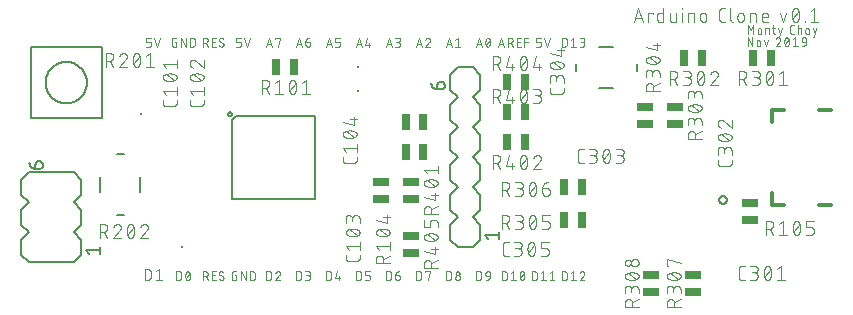
<source format=gbr>
G04 EAGLE Gerber RS-274X export*
G75*
%MOMM*%
%FSLAX34Y34*%
%LPD*%
%INSilkscreen Top*%
%IPPOS*%
%AMOC8*
5,1,8,0,0,1.08239X$1,22.5*%
G01*
%ADD10C,0.101600*%
%ADD11C,0.076200*%
%ADD12C,0.152400*%
%ADD13C,0.127000*%
%ADD14C,0.304800*%
%ADD15R,0.650000X1.400000*%
%ADD16R,1.400000X0.650000*%
%ADD17C,0.203200*%
%ADD18R,0.200000X0.200000*%


D10*
X648208Y635508D02*
X652103Y647192D01*
X655997Y635508D01*
X655024Y638429D02*
X649182Y638429D01*
X660622Y635508D02*
X660622Y643297D01*
X664516Y643297D01*
X664516Y641999D01*
X673309Y647192D02*
X673309Y635508D01*
X670064Y635508D01*
X669977Y635510D01*
X669889Y635516D01*
X669803Y635526D01*
X669716Y635539D01*
X669631Y635557D01*
X669546Y635578D01*
X669462Y635603D01*
X669380Y635632D01*
X669299Y635665D01*
X669219Y635701D01*
X669141Y635740D01*
X669065Y635784D01*
X668991Y635830D01*
X668920Y635880D01*
X668850Y635933D01*
X668783Y635989D01*
X668719Y636048D01*
X668657Y636110D01*
X668598Y636174D01*
X668542Y636241D01*
X668489Y636311D01*
X668439Y636382D01*
X668393Y636456D01*
X668349Y636532D01*
X668310Y636610D01*
X668274Y636690D01*
X668241Y636771D01*
X668212Y636853D01*
X668187Y636937D01*
X668166Y637022D01*
X668148Y637107D01*
X668135Y637194D01*
X668125Y637280D01*
X668119Y637368D01*
X668117Y637455D01*
X668116Y637455D02*
X668116Y641350D01*
X668117Y641350D02*
X668119Y641437D01*
X668125Y641525D01*
X668135Y641611D01*
X668148Y641698D01*
X668166Y641783D01*
X668187Y641868D01*
X668212Y641952D01*
X668241Y642034D01*
X668274Y642115D01*
X668310Y642195D01*
X668349Y642273D01*
X668393Y642349D01*
X668439Y642423D01*
X668489Y642494D01*
X668542Y642564D01*
X668598Y642631D01*
X668657Y642695D01*
X668719Y642757D01*
X668783Y642816D01*
X668850Y642872D01*
X668920Y642925D01*
X668991Y642975D01*
X669065Y643021D01*
X669141Y643065D01*
X669219Y643104D01*
X669299Y643140D01*
X669380Y643173D01*
X669462Y643202D01*
X669546Y643227D01*
X669631Y643248D01*
X669716Y643266D01*
X669803Y643279D01*
X669889Y643289D01*
X669977Y643295D01*
X670064Y643297D01*
X673309Y643297D01*
X678843Y643297D02*
X678843Y637455D01*
X678844Y637455D02*
X678846Y637368D01*
X678852Y637280D01*
X678862Y637194D01*
X678875Y637107D01*
X678893Y637022D01*
X678914Y636937D01*
X678939Y636853D01*
X678968Y636771D01*
X679001Y636690D01*
X679037Y636610D01*
X679076Y636532D01*
X679120Y636456D01*
X679166Y636382D01*
X679216Y636311D01*
X679269Y636241D01*
X679325Y636174D01*
X679384Y636110D01*
X679446Y636048D01*
X679510Y635989D01*
X679577Y635933D01*
X679647Y635880D01*
X679718Y635830D01*
X679792Y635784D01*
X679868Y635740D01*
X679946Y635701D01*
X680026Y635665D01*
X680107Y635632D01*
X680189Y635603D01*
X680273Y635578D01*
X680358Y635557D01*
X680443Y635539D01*
X680530Y635526D01*
X680616Y635516D01*
X680704Y635510D01*
X680791Y635508D01*
X684036Y635508D01*
X684036Y643297D01*
X689060Y643297D02*
X689060Y635508D01*
X688735Y646543D02*
X688735Y647192D01*
X689384Y647192D01*
X689384Y646543D01*
X688735Y646543D01*
X694083Y643297D02*
X694083Y635508D01*
X694083Y643297D02*
X697329Y643297D01*
X697416Y643295D01*
X697504Y643289D01*
X697590Y643279D01*
X697677Y643266D01*
X697762Y643248D01*
X697847Y643227D01*
X697931Y643202D01*
X698013Y643173D01*
X698094Y643140D01*
X698174Y643104D01*
X698252Y643065D01*
X698328Y643021D01*
X698402Y642975D01*
X698473Y642925D01*
X698543Y642872D01*
X698610Y642816D01*
X698674Y642757D01*
X698736Y642696D01*
X698795Y642631D01*
X698851Y642564D01*
X698904Y642494D01*
X698954Y642423D01*
X699000Y642349D01*
X699044Y642273D01*
X699083Y642195D01*
X699119Y642115D01*
X699152Y642034D01*
X699181Y641952D01*
X699206Y641868D01*
X699227Y641783D01*
X699245Y641698D01*
X699258Y641611D01*
X699268Y641525D01*
X699274Y641437D01*
X699276Y641350D01*
X699276Y635508D01*
X704370Y638104D02*
X704370Y640701D01*
X704371Y640701D02*
X704373Y640802D01*
X704379Y640902D01*
X704389Y641002D01*
X704402Y641102D01*
X704420Y641201D01*
X704441Y641300D01*
X704466Y641397D01*
X704495Y641494D01*
X704528Y641589D01*
X704564Y641683D01*
X704604Y641775D01*
X704647Y641866D01*
X704694Y641955D01*
X704744Y642042D01*
X704798Y642128D01*
X704855Y642211D01*
X704915Y642291D01*
X704978Y642370D01*
X705045Y642446D01*
X705114Y642519D01*
X705186Y642589D01*
X705260Y642657D01*
X705337Y642722D01*
X705417Y642783D01*
X705499Y642842D01*
X705583Y642897D01*
X705669Y642949D01*
X705757Y642998D01*
X705847Y643043D01*
X705939Y643085D01*
X706032Y643123D01*
X706127Y643157D01*
X706222Y643188D01*
X706319Y643215D01*
X706417Y643238D01*
X706516Y643258D01*
X706616Y643273D01*
X706716Y643285D01*
X706816Y643293D01*
X706917Y643297D01*
X707017Y643297D01*
X707118Y643293D01*
X707218Y643285D01*
X707318Y643273D01*
X707418Y643258D01*
X707517Y643238D01*
X707615Y643215D01*
X707712Y643188D01*
X707807Y643157D01*
X707902Y643123D01*
X707995Y643085D01*
X708087Y643043D01*
X708177Y642998D01*
X708265Y642949D01*
X708351Y642897D01*
X708435Y642842D01*
X708517Y642783D01*
X708597Y642722D01*
X708674Y642657D01*
X708748Y642589D01*
X708820Y642519D01*
X708889Y642446D01*
X708956Y642370D01*
X709019Y642291D01*
X709079Y642211D01*
X709136Y642128D01*
X709190Y642042D01*
X709240Y641955D01*
X709287Y641866D01*
X709330Y641775D01*
X709370Y641683D01*
X709406Y641589D01*
X709439Y641494D01*
X709468Y641397D01*
X709493Y641300D01*
X709514Y641201D01*
X709532Y641102D01*
X709545Y641002D01*
X709555Y640902D01*
X709561Y640802D01*
X709563Y640701D01*
X709563Y638104D01*
X709561Y638003D01*
X709555Y637903D01*
X709545Y637803D01*
X709532Y637703D01*
X709514Y637604D01*
X709493Y637505D01*
X709468Y637408D01*
X709439Y637311D01*
X709406Y637216D01*
X709370Y637122D01*
X709330Y637030D01*
X709287Y636939D01*
X709240Y636850D01*
X709190Y636763D01*
X709136Y636677D01*
X709079Y636594D01*
X709019Y636514D01*
X708956Y636435D01*
X708889Y636359D01*
X708820Y636286D01*
X708748Y636216D01*
X708674Y636148D01*
X708597Y636083D01*
X708517Y636022D01*
X708435Y635963D01*
X708351Y635908D01*
X708265Y635856D01*
X708177Y635807D01*
X708087Y635762D01*
X707995Y635720D01*
X707902Y635682D01*
X707807Y635648D01*
X707712Y635617D01*
X707615Y635590D01*
X707517Y635567D01*
X707418Y635547D01*
X707318Y635532D01*
X707218Y635520D01*
X707118Y635512D01*
X707017Y635508D01*
X706917Y635508D01*
X706816Y635512D01*
X706716Y635520D01*
X706616Y635532D01*
X706516Y635547D01*
X706417Y635567D01*
X706319Y635590D01*
X706222Y635617D01*
X706127Y635648D01*
X706032Y635682D01*
X705939Y635720D01*
X705847Y635762D01*
X705757Y635807D01*
X705669Y635856D01*
X705583Y635908D01*
X705499Y635963D01*
X705417Y636022D01*
X705337Y636083D01*
X705260Y636148D01*
X705186Y636216D01*
X705114Y636286D01*
X705045Y636359D01*
X704978Y636435D01*
X704915Y636514D01*
X704855Y636594D01*
X704798Y636677D01*
X704744Y636763D01*
X704694Y636850D01*
X704647Y636939D01*
X704604Y637030D01*
X704564Y637122D01*
X704528Y637216D01*
X704495Y637311D01*
X704466Y637408D01*
X704441Y637505D01*
X704420Y637604D01*
X704402Y637703D01*
X704389Y637803D01*
X704379Y637903D01*
X704373Y638003D01*
X704371Y638104D01*
X723048Y635508D02*
X725645Y635508D01*
X723048Y635508D02*
X722949Y635510D01*
X722849Y635516D01*
X722750Y635525D01*
X722652Y635538D01*
X722554Y635555D01*
X722456Y635576D01*
X722360Y635601D01*
X722265Y635629D01*
X722171Y635661D01*
X722078Y635696D01*
X721986Y635735D01*
X721896Y635778D01*
X721808Y635823D01*
X721721Y635873D01*
X721637Y635925D01*
X721554Y635981D01*
X721474Y636039D01*
X721396Y636101D01*
X721321Y636166D01*
X721248Y636234D01*
X721178Y636304D01*
X721110Y636377D01*
X721045Y636452D01*
X720983Y636530D01*
X720925Y636610D01*
X720869Y636693D01*
X720817Y636777D01*
X720767Y636864D01*
X720722Y636952D01*
X720679Y637042D01*
X720640Y637134D01*
X720605Y637227D01*
X720573Y637321D01*
X720545Y637416D01*
X720520Y637512D01*
X720499Y637610D01*
X720482Y637708D01*
X720469Y637806D01*
X720460Y637905D01*
X720454Y638005D01*
X720452Y638104D01*
X720452Y644596D01*
X720454Y644695D01*
X720460Y644795D01*
X720469Y644894D01*
X720482Y644992D01*
X720499Y645090D01*
X720520Y645188D01*
X720545Y645284D01*
X720573Y645379D01*
X720605Y645473D01*
X720640Y645566D01*
X720679Y645658D01*
X720722Y645748D01*
X720767Y645836D01*
X720817Y645923D01*
X720869Y646007D01*
X720925Y646090D01*
X720983Y646170D01*
X721045Y646248D01*
X721110Y646323D01*
X721178Y646396D01*
X721248Y646466D01*
X721321Y646534D01*
X721396Y646599D01*
X721474Y646661D01*
X721554Y646719D01*
X721637Y646775D01*
X721721Y646827D01*
X721808Y646877D01*
X721896Y646922D01*
X721986Y646965D01*
X722078Y647004D01*
X722170Y647039D01*
X722265Y647071D01*
X722360Y647099D01*
X722456Y647124D01*
X722554Y647145D01*
X722652Y647162D01*
X722750Y647175D01*
X722849Y647184D01*
X722949Y647190D01*
X723048Y647192D01*
X725645Y647192D01*
X730047Y647192D02*
X730047Y637455D01*
X730049Y637368D01*
X730055Y637280D01*
X730065Y637194D01*
X730078Y637107D01*
X730096Y637022D01*
X730117Y636937D01*
X730142Y636853D01*
X730171Y636771D01*
X730204Y636690D01*
X730240Y636610D01*
X730279Y636532D01*
X730323Y636456D01*
X730369Y636382D01*
X730419Y636311D01*
X730472Y636241D01*
X730528Y636174D01*
X730587Y636110D01*
X730649Y636048D01*
X730713Y635989D01*
X730780Y635933D01*
X730850Y635880D01*
X730921Y635830D01*
X730995Y635784D01*
X731071Y635740D01*
X731149Y635701D01*
X731229Y635665D01*
X731310Y635632D01*
X731392Y635603D01*
X731476Y635578D01*
X731561Y635557D01*
X731646Y635539D01*
X731733Y635526D01*
X731819Y635516D01*
X731907Y635510D01*
X731994Y635508D01*
X735993Y638104D02*
X735993Y640701D01*
X735994Y640701D02*
X735996Y640802D01*
X736002Y640902D01*
X736012Y641002D01*
X736025Y641102D01*
X736043Y641201D01*
X736064Y641300D01*
X736089Y641397D01*
X736118Y641494D01*
X736151Y641589D01*
X736187Y641683D01*
X736227Y641775D01*
X736270Y641866D01*
X736317Y641955D01*
X736367Y642042D01*
X736421Y642128D01*
X736478Y642211D01*
X736538Y642291D01*
X736601Y642370D01*
X736668Y642446D01*
X736737Y642519D01*
X736809Y642589D01*
X736883Y642657D01*
X736960Y642722D01*
X737040Y642783D01*
X737122Y642842D01*
X737206Y642897D01*
X737292Y642949D01*
X737380Y642998D01*
X737470Y643043D01*
X737562Y643085D01*
X737655Y643123D01*
X737750Y643157D01*
X737845Y643188D01*
X737942Y643215D01*
X738040Y643238D01*
X738139Y643258D01*
X738239Y643273D01*
X738339Y643285D01*
X738439Y643293D01*
X738540Y643297D01*
X738640Y643297D01*
X738741Y643293D01*
X738841Y643285D01*
X738941Y643273D01*
X739041Y643258D01*
X739140Y643238D01*
X739238Y643215D01*
X739335Y643188D01*
X739430Y643157D01*
X739525Y643123D01*
X739618Y643085D01*
X739710Y643043D01*
X739800Y642998D01*
X739888Y642949D01*
X739974Y642897D01*
X740058Y642842D01*
X740140Y642783D01*
X740220Y642722D01*
X740297Y642657D01*
X740371Y642589D01*
X740443Y642519D01*
X740512Y642446D01*
X740579Y642370D01*
X740642Y642291D01*
X740702Y642211D01*
X740759Y642128D01*
X740813Y642042D01*
X740863Y641955D01*
X740910Y641866D01*
X740953Y641775D01*
X740993Y641683D01*
X741029Y641589D01*
X741062Y641494D01*
X741091Y641397D01*
X741116Y641300D01*
X741137Y641201D01*
X741155Y641102D01*
X741168Y641002D01*
X741178Y640902D01*
X741184Y640802D01*
X741186Y640701D01*
X741186Y638104D01*
X741184Y638003D01*
X741178Y637903D01*
X741168Y637803D01*
X741155Y637703D01*
X741137Y637604D01*
X741116Y637505D01*
X741091Y637408D01*
X741062Y637311D01*
X741029Y637216D01*
X740993Y637122D01*
X740953Y637030D01*
X740910Y636939D01*
X740863Y636850D01*
X740813Y636763D01*
X740759Y636677D01*
X740702Y636594D01*
X740642Y636514D01*
X740579Y636435D01*
X740512Y636359D01*
X740443Y636286D01*
X740371Y636216D01*
X740297Y636148D01*
X740220Y636083D01*
X740140Y636022D01*
X740058Y635963D01*
X739974Y635908D01*
X739888Y635856D01*
X739800Y635807D01*
X739710Y635762D01*
X739618Y635720D01*
X739525Y635682D01*
X739430Y635648D01*
X739335Y635617D01*
X739238Y635590D01*
X739140Y635567D01*
X739041Y635547D01*
X738941Y635532D01*
X738841Y635520D01*
X738741Y635512D01*
X738640Y635508D01*
X738540Y635508D01*
X738439Y635512D01*
X738339Y635520D01*
X738239Y635532D01*
X738139Y635547D01*
X738040Y635567D01*
X737942Y635590D01*
X737845Y635617D01*
X737750Y635648D01*
X737655Y635682D01*
X737562Y635720D01*
X737470Y635762D01*
X737380Y635807D01*
X737292Y635856D01*
X737206Y635908D01*
X737122Y635963D01*
X737040Y636022D01*
X736960Y636083D01*
X736883Y636148D01*
X736809Y636216D01*
X736737Y636286D01*
X736668Y636359D01*
X736601Y636435D01*
X736538Y636514D01*
X736478Y636594D01*
X736421Y636677D01*
X736367Y636763D01*
X736317Y636850D01*
X736270Y636939D01*
X736227Y637030D01*
X736187Y637122D01*
X736151Y637216D01*
X736118Y637311D01*
X736089Y637408D01*
X736064Y637505D01*
X736043Y637604D01*
X736025Y637703D01*
X736012Y637803D01*
X736002Y637903D01*
X735996Y638003D01*
X735994Y638104D01*
X746280Y635508D02*
X746280Y643297D01*
X749526Y643297D01*
X749613Y643295D01*
X749701Y643289D01*
X749787Y643279D01*
X749874Y643266D01*
X749959Y643248D01*
X750044Y643227D01*
X750128Y643202D01*
X750210Y643173D01*
X750291Y643140D01*
X750371Y643104D01*
X750449Y643065D01*
X750525Y643021D01*
X750599Y642975D01*
X750670Y642925D01*
X750740Y642872D01*
X750807Y642816D01*
X750871Y642757D01*
X750933Y642696D01*
X750992Y642631D01*
X751048Y642564D01*
X751101Y642494D01*
X751151Y642423D01*
X751197Y642349D01*
X751241Y642273D01*
X751280Y642195D01*
X751316Y642115D01*
X751349Y642034D01*
X751378Y641952D01*
X751403Y641868D01*
X751424Y641783D01*
X751442Y641698D01*
X751455Y641611D01*
X751465Y641525D01*
X751471Y641437D01*
X751473Y641350D01*
X751473Y635508D01*
X758514Y635508D02*
X761760Y635508D01*
X758514Y635508D02*
X758427Y635510D01*
X758339Y635516D01*
X758253Y635526D01*
X758166Y635539D01*
X758081Y635557D01*
X757996Y635578D01*
X757912Y635603D01*
X757830Y635632D01*
X757749Y635665D01*
X757669Y635701D01*
X757591Y635740D01*
X757515Y635784D01*
X757441Y635830D01*
X757370Y635880D01*
X757300Y635933D01*
X757233Y635989D01*
X757169Y636048D01*
X757107Y636110D01*
X757048Y636174D01*
X756992Y636241D01*
X756939Y636311D01*
X756889Y636382D01*
X756843Y636456D01*
X756799Y636532D01*
X756760Y636610D01*
X756724Y636690D01*
X756691Y636771D01*
X756662Y636853D01*
X756637Y636937D01*
X756616Y637022D01*
X756598Y637107D01*
X756585Y637194D01*
X756575Y637280D01*
X756569Y637368D01*
X756567Y637455D01*
X756567Y640701D01*
X756568Y640701D02*
X756570Y640802D01*
X756576Y640902D01*
X756586Y641002D01*
X756599Y641102D01*
X756617Y641201D01*
X756638Y641300D01*
X756663Y641397D01*
X756692Y641494D01*
X756725Y641589D01*
X756761Y641683D01*
X756801Y641775D01*
X756844Y641866D01*
X756891Y641955D01*
X756941Y642042D01*
X756995Y642128D01*
X757052Y642211D01*
X757112Y642291D01*
X757175Y642370D01*
X757242Y642446D01*
X757311Y642519D01*
X757383Y642589D01*
X757457Y642657D01*
X757534Y642722D01*
X757614Y642783D01*
X757696Y642842D01*
X757780Y642897D01*
X757866Y642949D01*
X757954Y642998D01*
X758044Y643043D01*
X758136Y643085D01*
X758229Y643123D01*
X758324Y643157D01*
X758419Y643188D01*
X758516Y643215D01*
X758614Y643238D01*
X758713Y643258D01*
X758813Y643273D01*
X758913Y643285D01*
X759013Y643293D01*
X759114Y643297D01*
X759214Y643297D01*
X759315Y643293D01*
X759415Y643285D01*
X759515Y643273D01*
X759615Y643258D01*
X759714Y643238D01*
X759812Y643215D01*
X759909Y643188D01*
X760004Y643157D01*
X760099Y643123D01*
X760192Y643085D01*
X760284Y643043D01*
X760374Y642998D01*
X760462Y642949D01*
X760548Y642897D01*
X760632Y642842D01*
X760714Y642783D01*
X760794Y642722D01*
X760871Y642657D01*
X760945Y642589D01*
X761017Y642519D01*
X761086Y642446D01*
X761153Y642370D01*
X761216Y642291D01*
X761276Y642211D01*
X761333Y642128D01*
X761387Y642042D01*
X761437Y641955D01*
X761484Y641866D01*
X761527Y641775D01*
X761567Y641683D01*
X761603Y641589D01*
X761636Y641494D01*
X761665Y641397D01*
X761690Y641300D01*
X761711Y641201D01*
X761729Y641102D01*
X761742Y641002D01*
X761752Y640902D01*
X761758Y640802D01*
X761760Y640701D01*
X761760Y639403D01*
X756567Y639403D01*
X772188Y643297D02*
X774785Y635508D01*
X777381Y643297D01*
X781826Y641350D02*
X781829Y641580D01*
X781837Y641810D01*
X781851Y642039D01*
X781870Y642268D01*
X781895Y642497D01*
X781925Y642724D01*
X781960Y642952D01*
X782001Y643178D01*
X782047Y643403D01*
X782099Y643627D01*
X782156Y643849D01*
X782218Y644071D01*
X782286Y644290D01*
X782359Y644508D01*
X782437Y644725D01*
X782520Y644939D01*
X782608Y645151D01*
X782701Y645361D01*
X782800Y645569D01*
X782833Y645659D01*
X782869Y645748D01*
X782909Y645836D01*
X782953Y645921D01*
X783000Y646005D01*
X783050Y646087D01*
X783104Y646167D01*
X783160Y646244D01*
X783220Y646320D01*
X783283Y646393D01*
X783348Y646463D01*
X783417Y646531D01*
X783488Y646595D01*
X783561Y646657D01*
X783637Y646716D01*
X783715Y646772D01*
X783796Y646825D01*
X783878Y646874D01*
X783962Y646920D01*
X784049Y646963D01*
X784136Y647002D01*
X784226Y647038D01*
X784316Y647070D01*
X784408Y647098D01*
X784501Y647123D01*
X784595Y647144D01*
X784689Y647161D01*
X784784Y647175D01*
X784880Y647184D01*
X784976Y647190D01*
X785072Y647192D01*
X785168Y647190D01*
X785264Y647184D01*
X785360Y647175D01*
X785455Y647161D01*
X785549Y647144D01*
X785643Y647123D01*
X785736Y647098D01*
X785828Y647070D01*
X785918Y647038D01*
X786008Y647002D01*
X786095Y646963D01*
X786182Y646920D01*
X786266Y646874D01*
X786348Y646825D01*
X786429Y646772D01*
X786507Y646716D01*
X786583Y646657D01*
X786656Y646595D01*
X786727Y646531D01*
X786796Y646463D01*
X786861Y646393D01*
X786924Y646320D01*
X786984Y646244D01*
X787040Y646167D01*
X787094Y646087D01*
X787144Y646005D01*
X787191Y645921D01*
X787235Y645836D01*
X787275Y645748D01*
X787311Y645659D01*
X787344Y645569D01*
X787443Y645362D01*
X787536Y645152D01*
X787624Y644939D01*
X787707Y644725D01*
X787785Y644509D01*
X787858Y644291D01*
X787926Y644071D01*
X787988Y643850D01*
X788045Y643627D01*
X788097Y643403D01*
X788143Y643178D01*
X788184Y642952D01*
X788219Y642725D01*
X788249Y642497D01*
X788274Y642268D01*
X788293Y642039D01*
X788307Y641810D01*
X788315Y641580D01*
X788318Y641350D01*
X781826Y641350D02*
X781829Y641120D01*
X781837Y640890D01*
X781851Y640661D01*
X781870Y640432D01*
X781895Y640203D01*
X781925Y639975D01*
X781960Y639748D01*
X782001Y639522D01*
X782047Y639297D01*
X782099Y639073D01*
X782156Y638850D01*
X782218Y638629D01*
X782286Y638409D01*
X782359Y638191D01*
X782437Y637975D01*
X782520Y637761D01*
X782608Y637549D01*
X782701Y637338D01*
X782800Y637131D01*
X782833Y637041D01*
X782869Y636952D01*
X782910Y636864D01*
X782953Y636779D01*
X783000Y636695D01*
X783050Y636613D01*
X783104Y636533D01*
X783160Y636456D01*
X783220Y636380D01*
X783283Y636307D01*
X783348Y636237D01*
X783417Y636169D01*
X783488Y636105D01*
X783561Y636043D01*
X783637Y635984D01*
X783715Y635928D01*
X783796Y635875D01*
X783878Y635826D01*
X783962Y635780D01*
X784049Y635737D01*
X784136Y635698D01*
X784226Y635662D01*
X784316Y635630D01*
X784408Y635602D01*
X784501Y635577D01*
X784595Y635556D01*
X784689Y635539D01*
X784784Y635525D01*
X784880Y635516D01*
X784976Y635510D01*
X785072Y635508D01*
X787343Y637131D02*
X787442Y637338D01*
X787535Y637549D01*
X787623Y637761D01*
X787706Y637975D01*
X787784Y638191D01*
X787857Y638409D01*
X787925Y638629D01*
X787987Y638850D01*
X788044Y639073D01*
X788096Y639297D01*
X788142Y639522D01*
X788183Y639748D01*
X788218Y639975D01*
X788248Y640203D01*
X788273Y640432D01*
X788292Y640661D01*
X788306Y640890D01*
X788314Y641120D01*
X788317Y641350D01*
X787344Y637131D02*
X787311Y637041D01*
X787275Y636952D01*
X787235Y636864D01*
X787191Y636779D01*
X787144Y636695D01*
X787094Y636613D01*
X787040Y636533D01*
X786984Y636456D01*
X786924Y636380D01*
X786861Y636307D01*
X786796Y636237D01*
X786727Y636169D01*
X786656Y636105D01*
X786583Y636043D01*
X786507Y635984D01*
X786429Y635928D01*
X786348Y635875D01*
X786266Y635826D01*
X786182Y635780D01*
X786095Y635737D01*
X786008Y635698D01*
X785918Y635662D01*
X785828Y635630D01*
X785736Y635602D01*
X785643Y635577D01*
X785549Y635556D01*
X785455Y635539D01*
X785360Y635525D01*
X785264Y635516D01*
X785168Y635510D01*
X785072Y635508D01*
X782475Y638104D02*
X787668Y644596D01*
X792748Y636157D02*
X792748Y635508D01*
X792748Y636157D02*
X793397Y636157D01*
X793397Y635508D01*
X792748Y635508D01*
X797828Y644596D02*
X801073Y647192D01*
X801073Y635508D01*
X797828Y635508D02*
X804319Y635508D01*
D11*
X744601Y632587D02*
X744601Y625221D01*
X747056Y628495D02*
X744601Y632587D01*
X747056Y628495D02*
X749512Y632587D01*
X749512Y625221D01*
X752978Y626858D02*
X752978Y628495D01*
X752980Y628574D01*
X752986Y628653D01*
X752995Y628732D01*
X753008Y628810D01*
X753026Y628887D01*
X753046Y628963D01*
X753071Y629038D01*
X753099Y629112D01*
X753130Y629185D01*
X753166Y629256D01*
X753204Y629325D01*
X753246Y629392D01*
X753291Y629457D01*
X753339Y629520D01*
X753390Y629581D01*
X753444Y629638D01*
X753500Y629694D01*
X753559Y629746D01*
X753621Y629796D01*
X753685Y629842D01*
X753751Y629886D01*
X753819Y629926D01*
X753889Y629962D01*
X753961Y629996D01*
X754035Y630026D01*
X754109Y630052D01*
X754185Y630075D01*
X754262Y630093D01*
X754339Y630109D01*
X754418Y630120D01*
X754496Y630128D01*
X754575Y630132D01*
X754655Y630132D01*
X754734Y630128D01*
X754812Y630120D01*
X754891Y630109D01*
X754968Y630093D01*
X755045Y630075D01*
X755121Y630052D01*
X755195Y630026D01*
X755269Y629996D01*
X755341Y629962D01*
X755411Y629926D01*
X755479Y629886D01*
X755545Y629842D01*
X755609Y629796D01*
X755671Y629746D01*
X755730Y629694D01*
X755786Y629638D01*
X755840Y629581D01*
X755891Y629520D01*
X755939Y629457D01*
X755984Y629392D01*
X756026Y629325D01*
X756064Y629256D01*
X756100Y629185D01*
X756131Y629112D01*
X756159Y629038D01*
X756184Y628963D01*
X756204Y628887D01*
X756222Y628810D01*
X756235Y628732D01*
X756244Y628653D01*
X756250Y628574D01*
X756252Y628495D01*
X756252Y626858D01*
X756250Y626779D01*
X756244Y626700D01*
X756235Y626621D01*
X756222Y626543D01*
X756204Y626466D01*
X756184Y626390D01*
X756159Y626315D01*
X756131Y626241D01*
X756100Y626168D01*
X756064Y626097D01*
X756026Y626028D01*
X755984Y625961D01*
X755939Y625896D01*
X755891Y625833D01*
X755840Y625772D01*
X755786Y625715D01*
X755730Y625659D01*
X755671Y625607D01*
X755609Y625557D01*
X755545Y625511D01*
X755479Y625467D01*
X755411Y625427D01*
X755341Y625391D01*
X755269Y625357D01*
X755195Y625327D01*
X755121Y625301D01*
X755045Y625278D01*
X754968Y625260D01*
X754891Y625244D01*
X754812Y625233D01*
X754734Y625225D01*
X754655Y625221D01*
X754575Y625221D01*
X754496Y625225D01*
X754418Y625233D01*
X754339Y625244D01*
X754262Y625260D01*
X754185Y625278D01*
X754109Y625301D01*
X754035Y625327D01*
X753961Y625357D01*
X753889Y625391D01*
X753819Y625427D01*
X753751Y625467D01*
X753685Y625511D01*
X753621Y625557D01*
X753559Y625607D01*
X753500Y625659D01*
X753444Y625715D01*
X753390Y625772D01*
X753339Y625833D01*
X753291Y625896D01*
X753246Y625961D01*
X753204Y626028D01*
X753166Y626097D01*
X753130Y626168D01*
X753099Y626241D01*
X753071Y626315D01*
X753046Y626390D01*
X753026Y626466D01*
X753008Y626543D01*
X752995Y626621D01*
X752986Y626700D01*
X752980Y626779D01*
X752978Y626858D01*
X759562Y625221D02*
X759562Y630132D01*
X761608Y630132D01*
X761677Y630130D01*
X761745Y630124D01*
X761814Y630115D01*
X761881Y630101D01*
X761948Y630084D01*
X762014Y630063D01*
X762078Y630039D01*
X762141Y630010D01*
X762202Y629979D01*
X762261Y629944D01*
X762319Y629906D01*
X762374Y629864D01*
X762426Y629820D01*
X762476Y629772D01*
X762524Y629722D01*
X762568Y629670D01*
X762610Y629615D01*
X762648Y629557D01*
X762683Y629498D01*
X762714Y629437D01*
X762743Y629374D01*
X762767Y629310D01*
X762788Y629244D01*
X762805Y629177D01*
X762819Y629110D01*
X762828Y629041D01*
X762834Y628973D01*
X762836Y628904D01*
X762836Y625221D01*
X765515Y630132D02*
X767971Y630132D01*
X766334Y632587D02*
X766334Y626449D01*
X766336Y626380D01*
X766342Y626312D01*
X766351Y626243D01*
X766365Y626176D01*
X766382Y626109D01*
X766403Y626043D01*
X766427Y625979D01*
X766456Y625916D01*
X766487Y625855D01*
X766522Y625796D01*
X766560Y625738D01*
X766602Y625683D01*
X766646Y625631D01*
X766694Y625581D01*
X766744Y625533D01*
X766796Y625489D01*
X766851Y625447D01*
X766909Y625409D01*
X766968Y625374D01*
X767029Y625343D01*
X767092Y625314D01*
X767156Y625290D01*
X767222Y625269D01*
X767289Y625252D01*
X767356Y625238D01*
X767425Y625229D01*
X767493Y625223D01*
X767562Y625221D01*
X767971Y625221D01*
X770535Y622766D02*
X771353Y622766D01*
X773809Y630132D01*
X770535Y630132D02*
X772172Y625221D01*
X782225Y625221D02*
X783861Y625221D01*
X782225Y625221D02*
X782147Y625223D01*
X782069Y625228D01*
X781992Y625238D01*
X781915Y625251D01*
X781839Y625267D01*
X781764Y625287D01*
X781690Y625311D01*
X781617Y625338D01*
X781545Y625369D01*
X781475Y625403D01*
X781407Y625440D01*
X781340Y625481D01*
X781275Y625525D01*
X781213Y625571D01*
X781153Y625621D01*
X781095Y625673D01*
X781040Y625728D01*
X780988Y625786D01*
X780938Y625846D01*
X780892Y625908D01*
X780848Y625973D01*
X780807Y626040D01*
X780770Y626108D01*
X780736Y626178D01*
X780705Y626250D01*
X780678Y626323D01*
X780654Y626397D01*
X780634Y626472D01*
X780618Y626548D01*
X780605Y626625D01*
X780595Y626702D01*
X780590Y626780D01*
X780588Y626858D01*
X780588Y630950D01*
X780590Y631030D01*
X780596Y631110D01*
X780606Y631190D01*
X780619Y631269D01*
X780637Y631348D01*
X780658Y631425D01*
X780684Y631501D01*
X780713Y631576D01*
X780745Y631650D01*
X780781Y631722D01*
X780821Y631792D01*
X780864Y631859D01*
X780910Y631925D01*
X780960Y631988D01*
X781012Y632049D01*
X781067Y632108D01*
X781126Y632163D01*
X781186Y632215D01*
X781250Y632265D01*
X781316Y632311D01*
X781383Y632354D01*
X781453Y632394D01*
X781525Y632430D01*
X781599Y632462D01*
X781673Y632491D01*
X781750Y632517D01*
X781827Y632538D01*
X781906Y632556D01*
X781985Y632569D01*
X782065Y632579D01*
X782145Y632585D01*
X782225Y632587D01*
X783861Y632587D01*
X786872Y632587D02*
X786872Y625221D01*
X786872Y630132D02*
X788918Y630132D01*
X788987Y630130D01*
X789055Y630124D01*
X789124Y630115D01*
X789191Y630101D01*
X789258Y630084D01*
X789324Y630063D01*
X789388Y630039D01*
X789451Y630010D01*
X789512Y629979D01*
X789571Y629944D01*
X789629Y629906D01*
X789684Y629864D01*
X789736Y629820D01*
X789786Y629772D01*
X789834Y629722D01*
X789878Y629670D01*
X789920Y629615D01*
X789958Y629557D01*
X789993Y629498D01*
X790024Y629437D01*
X790053Y629374D01*
X790077Y629310D01*
X790098Y629244D01*
X790115Y629177D01*
X790129Y629110D01*
X790138Y629041D01*
X790144Y628973D01*
X790146Y628904D01*
X790146Y625221D01*
X793456Y626858D02*
X793456Y628495D01*
X793458Y628574D01*
X793464Y628653D01*
X793473Y628732D01*
X793486Y628810D01*
X793504Y628887D01*
X793524Y628963D01*
X793549Y629038D01*
X793577Y629112D01*
X793608Y629185D01*
X793644Y629256D01*
X793682Y629325D01*
X793724Y629392D01*
X793769Y629457D01*
X793817Y629520D01*
X793868Y629581D01*
X793922Y629638D01*
X793978Y629694D01*
X794037Y629746D01*
X794099Y629796D01*
X794163Y629842D01*
X794229Y629886D01*
X794297Y629926D01*
X794367Y629962D01*
X794439Y629996D01*
X794513Y630026D01*
X794587Y630052D01*
X794663Y630075D01*
X794740Y630093D01*
X794817Y630109D01*
X794896Y630120D01*
X794974Y630128D01*
X795053Y630132D01*
X795133Y630132D01*
X795212Y630128D01*
X795290Y630120D01*
X795369Y630109D01*
X795446Y630093D01*
X795523Y630075D01*
X795599Y630052D01*
X795673Y630026D01*
X795747Y629996D01*
X795819Y629962D01*
X795889Y629926D01*
X795957Y629886D01*
X796023Y629842D01*
X796087Y629796D01*
X796149Y629746D01*
X796208Y629694D01*
X796264Y629638D01*
X796318Y629581D01*
X796369Y629520D01*
X796417Y629457D01*
X796462Y629392D01*
X796504Y629325D01*
X796542Y629256D01*
X796578Y629185D01*
X796609Y629112D01*
X796637Y629038D01*
X796662Y628963D01*
X796682Y628887D01*
X796700Y628810D01*
X796713Y628732D01*
X796722Y628653D01*
X796728Y628574D01*
X796730Y628495D01*
X796729Y628495D02*
X796729Y626858D01*
X796730Y626858D02*
X796728Y626779D01*
X796722Y626700D01*
X796713Y626621D01*
X796700Y626543D01*
X796682Y626466D01*
X796662Y626390D01*
X796637Y626315D01*
X796609Y626241D01*
X796578Y626168D01*
X796542Y626097D01*
X796504Y626028D01*
X796462Y625961D01*
X796417Y625896D01*
X796369Y625833D01*
X796318Y625772D01*
X796264Y625715D01*
X796208Y625659D01*
X796149Y625607D01*
X796087Y625557D01*
X796023Y625511D01*
X795957Y625467D01*
X795889Y625427D01*
X795819Y625391D01*
X795747Y625357D01*
X795673Y625327D01*
X795599Y625301D01*
X795523Y625278D01*
X795446Y625260D01*
X795369Y625244D01*
X795290Y625233D01*
X795212Y625225D01*
X795133Y625221D01*
X795053Y625221D01*
X794974Y625225D01*
X794896Y625233D01*
X794817Y625244D01*
X794740Y625260D01*
X794663Y625278D01*
X794587Y625301D01*
X794513Y625327D01*
X794439Y625357D01*
X794367Y625391D01*
X794297Y625427D01*
X794229Y625467D01*
X794163Y625511D01*
X794099Y625557D01*
X794037Y625607D01*
X793978Y625659D01*
X793922Y625715D01*
X793868Y625772D01*
X793817Y625833D01*
X793769Y625896D01*
X793724Y625961D01*
X793682Y626028D01*
X793644Y626097D01*
X793608Y626168D01*
X793577Y626241D01*
X793549Y626315D01*
X793524Y626390D01*
X793504Y626466D01*
X793486Y626543D01*
X793473Y626621D01*
X793464Y626700D01*
X793458Y626779D01*
X793456Y626858D01*
X799552Y622766D02*
X800370Y622766D01*
X802825Y630132D01*
X799552Y630132D02*
X801189Y625221D01*
X744601Y622427D02*
X744601Y615061D01*
X748693Y615061D02*
X744601Y622427D01*
X748693Y622427D02*
X748693Y615061D01*
X752082Y616698D02*
X752082Y618335D01*
X752081Y618335D02*
X752083Y618414D01*
X752089Y618493D01*
X752098Y618572D01*
X752111Y618650D01*
X752129Y618727D01*
X752149Y618803D01*
X752174Y618878D01*
X752202Y618952D01*
X752233Y619025D01*
X752269Y619096D01*
X752307Y619165D01*
X752349Y619232D01*
X752394Y619297D01*
X752442Y619360D01*
X752493Y619421D01*
X752547Y619478D01*
X752603Y619534D01*
X752662Y619586D01*
X752724Y619636D01*
X752788Y619682D01*
X752854Y619726D01*
X752922Y619766D01*
X752992Y619802D01*
X753064Y619836D01*
X753138Y619866D01*
X753212Y619892D01*
X753288Y619915D01*
X753365Y619933D01*
X753442Y619949D01*
X753521Y619960D01*
X753599Y619968D01*
X753678Y619972D01*
X753758Y619972D01*
X753837Y619968D01*
X753915Y619960D01*
X753994Y619949D01*
X754071Y619933D01*
X754148Y619915D01*
X754224Y619892D01*
X754298Y619866D01*
X754372Y619836D01*
X754444Y619802D01*
X754514Y619766D01*
X754582Y619726D01*
X754648Y619682D01*
X754712Y619636D01*
X754774Y619586D01*
X754833Y619534D01*
X754889Y619478D01*
X754943Y619421D01*
X754994Y619360D01*
X755042Y619297D01*
X755087Y619232D01*
X755129Y619165D01*
X755167Y619096D01*
X755203Y619025D01*
X755234Y618952D01*
X755262Y618878D01*
X755287Y618803D01*
X755307Y618727D01*
X755325Y618650D01*
X755338Y618572D01*
X755347Y618493D01*
X755353Y618414D01*
X755355Y618335D01*
X755355Y616698D01*
X755353Y616619D01*
X755347Y616540D01*
X755338Y616461D01*
X755325Y616383D01*
X755307Y616306D01*
X755287Y616230D01*
X755262Y616155D01*
X755234Y616081D01*
X755203Y616008D01*
X755167Y615937D01*
X755129Y615868D01*
X755087Y615801D01*
X755042Y615736D01*
X754994Y615673D01*
X754943Y615612D01*
X754889Y615555D01*
X754833Y615499D01*
X754774Y615447D01*
X754712Y615397D01*
X754648Y615351D01*
X754582Y615307D01*
X754514Y615267D01*
X754444Y615231D01*
X754372Y615197D01*
X754298Y615167D01*
X754224Y615141D01*
X754148Y615118D01*
X754071Y615100D01*
X753994Y615084D01*
X753915Y615073D01*
X753837Y615065D01*
X753758Y615061D01*
X753678Y615061D01*
X753599Y615065D01*
X753521Y615073D01*
X753442Y615084D01*
X753365Y615100D01*
X753288Y615118D01*
X753212Y615141D01*
X753138Y615167D01*
X753064Y615197D01*
X752992Y615231D01*
X752922Y615267D01*
X752854Y615307D01*
X752788Y615351D01*
X752724Y615397D01*
X752662Y615447D01*
X752603Y615499D01*
X752547Y615555D01*
X752493Y615612D01*
X752442Y615673D01*
X752394Y615736D01*
X752349Y615801D01*
X752307Y615868D01*
X752269Y615937D01*
X752233Y616008D01*
X752202Y616081D01*
X752174Y616155D01*
X752149Y616230D01*
X752129Y616306D01*
X752111Y616383D01*
X752098Y616461D01*
X752089Y616540D01*
X752083Y616619D01*
X752081Y616698D01*
X758178Y619972D02*
X759814Y615061D01*
X761451Y619972D01*
X770504Y622428D02*
X770589Y622426D01*
X770674Y622420D01*
X770758Y622410D01*
X770842Y622397D01*
X770926Y622379D01*
X771008Y622358D01*
X771089Y622333D01*
X771169Y622304D01*
X771248Y622271D01*
X771325Y622235D01*
X771400Y622195D01*
X771474Y622152D01*
X771545Y622106D01*
X771614Y622056D01*
X771681Y622003D01*
X771745Y621947D01*
X771806Y621888D01*
X771865Y621827D01*
X771921Y621763D01*
X771974Y621696D01*
X772024Y621627D01*
X772070Y621556D01*
X772113Y621482D01*
X772153Y621407D01*
X772189Y621330D01*
X772222Y621251D01*
X772251Y621171D01*
X772276Y621090D01*
X772297Y621008D01*
X772315Y620924D01*
X772328Y620840D01*
X772338Y620756D01*
X772344Y620671D01*
X772346Y620586D01*
X770504Y622427D02*
X770408Y622425D01*
X770312Y622419D01*
X770217Y622409D01*
X770122Y622396D01*
X770027Y622378D01*
X769934Y622357D01*
X769841Y622332D01*
X769750Y622303D01*
X769659Y622271D01*
X769570Y622235D01*
X769483Y622195D01*
X769397Y622152D01*
X769313Y622106D01*
X769231Y622056D01*
X769151Y622002D01*
X769074Y621946D01*
X768999Y621886D01*
X768926Y621824D01*
X768856Y621758D01*
X768788Y621690D01*
X768723Y621619D01*
X768662Y621546D01*
X768603Y621470D01*
X768547Y621391D01*
X768495Y621311D01*
X768446Y621228D01*
X768400Y621144D01*
X768358Y621058D01*
X768320Y620970D01*
X768285Y620881D01*
X768253Y620790D01*
X771732Y619154D02*
X771792Y619213D01*
X771849Y619275D01*
X771904Y619339D01*
X771955Y619406D01*
X772004Y619475D01*
X772050Y619545D01*
X772093Y619618D01*
X772133Y619692D01*
X772169Y619768D01*
X772202Y619846D01*
X772232Y619925D01*
X772259Y620005D01*
X772282Y620086D01*
X772301Y620168D01*
X772317Y620250D01*
X772330Y620334D01*
X772339Y620418D01*
X772344Y620502D01*
X772346Y620586D01*
X771732Y619153D02*
X768253Y615061D01*
X772346Y615061D01*
X775569Y618744D02*
X775571Y618897D01*
X775577Y619050D01*
X775586Y619202D01*
X775600Y619355D01*
X775617Y619507D01*
X775638Y619658D01*
X775663Y619809D01*
X775692Y619959D01*
X775724Y620109D01*
X775761Y620257D01*
X775801Y620405D01*
X775844Y620552D01*
X775892Y620697D01*
X775943Y620841D01*
X775997Y620984D01*
X776056Y621126D01*
X776117Y621265D01*
X776183Y621404D01*
X776209Y621474D01*
X776239Y621544D01*
X776272Y621611D01*
X776308Y621677D01*
X776347Y621741D01*
X776390Y621803D01*
X776436Y621862D01*
X776484Y621920D01*
X776535Y621974D01*
X776589Y622027D01*
X776646Y622076D01*
X776705Y622123D01*
X776766Y622166D01*
X776829Y622207D01*
X776894Y622244D01*
X776961Y622279D01*
X777030Y622309D01*
X777100Y622337D01*
X777171Y622360D01*
X777243Y622381D01*
X777316Y622397D01*
X777390Y622410D01*
X777465Y622420D01*
X777540Y622425D01*
X777615Y622427D01*
X777690Y622425D01*
X777765Y622420D01*
X777840Y622410D01*
X777914Y622397D01*
X777987Y622381D01*
X778059Y622360D01*
X778130Y622337D01*
X778200Y622309D01*
X778269Y622279D01*
X778336Y622244D01*
X778401Y622207D01*
X778464Y622166D01*
X778525Y622123D01*
X778584Y622076D01*
X778641Y622027D01*
X778695Y621974D01*
X778746Y621920D01*
X778795Y621862D01*
X778840Y621803D01*
X778883Y621741D01*
X778922Y621677D01*
X778959Y621611D01*
X778991Y621543D01*
X779021Y621474D01*
X779047Y621404D01*
X779112Y621266D01*
X779174Y621126D01*
X779232Y620984D01*
X779287Y620841D01*
X779338Y620697D01*
X779386Y620552D01*
X779429Y620405D01*
X779469Y620258D01*
X779506Y620109D01*
X779538Y619959D01*
X779567Y619809D01*
X779592Y619658D01*
X779613Y619507D01*
X779630Y619355D01*
X779644Y619202D01*
X779653Y619050D01*
X779659Y618897D01*
X779661Y618744D01*
X775568Y618744D02*
X775570Y618591D01*
X775576Y618438D01*
X775585Y618285D01*
X775599Y618133D01*
X775616Y617981D01*
X775637Y617830D01*
X775662Y617679D01*
X775691Y617528D01*
X775723Y617379D01*
X775760Y617230D01*
X775800Y617083D01*
X775843Y616936D01*
X775891Y616791D01*
X775942Y616646D01*
X775997Y616504D01*
X776055Y616362D01*
X776117Y616222D01*
X776182Y616084D01*
X776183Y616084D02*
X776209Y616013D01*
X776239Y615944D01*
X776272Y615877D01*
X776308Y615811D01*
X776347Y615747D01*
X776390Y615685D01*
X776436Y615626D01*
X776484Y615568D01*
X776535Y615514D01*
X776589Y615461D01*
X776646Y615412D01*
X776705Y615365D01*
X776766Y615322D01*
X776829Y615281D01*
X776894Y615244D01*
X776961Y615209D01*
X777030Y615179D01*
X777100Y615151D01*
X777171Y615128D01*
X777243Y615107D01*
X777316Y615091D01*
X777390Y615078D01*
X777465Y615068D01*
X777540Y615063D01*
X777615Y615061D01*
X779047Y616084D02*
X779112Y616222D01*
X779174Y616362D01*
X779232Y616504D01*
X779287Y616647D01*
X779338Y616791D01*
X779386Y616936D01*
X779429Y617083D01*
X779469Y617231D01*
X779506Y617379D01*
X779538Y617529D01*
X779567Y617679D01*
X779592Y617830D01*
X779613Y617981D01*
X779630Y618133D01*
X779644Y618286D01*
X779653Y618438D01*
X779659Y618591D01*
X779661Y618744D01*
X779047Y616084D02*
X779021Y616014D01*
X778991Y615944D01*
X778959Y615877D01*
X778922Y615811D01*
X778883Y615747D01*
X778840Y615685D01*
X778794Y615626D01*
X778746Y615568D01*
X778695Y615514D01*
X778641Y615461D01*
X778584Y615412D01*
X778525Y615365D01*
X778464Y615322D01*
X778401Y615281D01*
X778336Y615244D01*
X778269Y615209D01*
X778200Y615179D01*
X778130Y615151D01*
X778059Y615128D01*
X777987Y615107D01*
X777914Y615091D01*
X777840Y615078D01*
X777765Y615068D01*
X777690Y615063D01*
X777615Y615061D01*
X775978Y616698D02*
X779252Y620790D01*
X782884Y620790D02*
X784930Y622427D01*
X784930Y615061D01*
X782884Y615061D02*
X786976Y615061D01*
X791836Y618335D02*
X794291Y618335D01*
X791836Y618335D02*
X791758Y618337D01*
X791680Y618342D01*
X791603Y618352D01*
X791526Y618365D01*
X791450Y618381D01*
X791375Y618401D01*
X791301Y618425D01*
X791228Y618452D01*
X791156Y618483D01*
X791086Y618517D01*
X791017Y618554D01*
X790951Y618595D01*
X790886Y618639D01*
X790824Y618685D01*
X790764Y618735D01*
X790706Y618787D01*
X790651Y618842D01*
X790599Y618900D01*
X790549Y618960D01*
X790503Y619022D01*
X790459Y619087D01*
X790418Y619154D01*
X790381Y619222D01*
X790347Y619292D01*
X790316Y619364D01*
X790289Y619437D01*
X790265Y619511D01*
X790245Y619586D01*
X790229Y619662D01*
X790216Y619739D01*
X790206Y619816D01*
X790201Y619894D01*
X790199Y619972D01*
X790199Y620381D01*
X790201Y620470D01*
X790207Y620559D01*
X790217Y620648D01*
X790230Y620736D01*
X790247Y620824D01*
X790269Y620911D01*
X790294Y620996D01*
X790322Y621081D01*
X790355Y621164D01*
X790391Y621246D01*
X790430Y621326D01*
X790473Y621404D01*
X790519Y621480D01*
X790569Y621555D01*
X790622Y621627D01*
X790678Y621696D01*
X790737Y621763D01*
X790798Y621828D01*
X790863Y621889D01*
X790930Y621948D01*
X790999Y622004D01*
X791071Y622057D01*
X791146Y622107D01*
X791222Y622153D01*
X791300Y622196D01*
X791380Y622235D01*
X791462Y622271D01*
X791545Y622304D01*
X791630Y622332D01*
X791715Y622357D01*
X791802Y622379D01*
X791890Y622396D01*
X791978Y622409D01*
X792067Y622419D01*
X792156Y622425D01*
X792245Y622427D01*
X792334Y622425D01*
X792423Y622419D01*
X792512Y622409D01*
X792600Y622396D01*
X792688Y622379D01*
X792775Y622357D01*
X792860Y622332D01*
X792945Y622304D01*
X793028Y622271D01*
X793110Y622235D01*
X793190Y622196D01*
X793268Y622153D01*
X793344Y622107D01*
X793419Y622057D01*
X793491Y622004D01*
X793560Y621948D01*
X793627Y621889D01*
X793692Y621828D01*
X793753Y621763D01*
X793812Y621696D01*
X793868Y621627D01*
X793921Y621555D01*
X793971Y621480D01*
X794017Y621404D01*
X794060Y621326D01*
X794099Y621246D01*
X794135Y621164D01*
X794168Y621081D01*
X794196Y620996D01*
X794221Y620911D01*
X794243Y620824D01*
X794260Y620736D01*
X794273Y620648D01*
X794283Y620559D01*
X794289Y620470D01*
X794291Y620381D01*
X794291Y618335D01*
X794292Y618335D02*
X794290Y618223D01*
X794284Y618112D01*
X794275Y618000D01*
X794262Y617889D01*
X794244Y617779D01*
X794224Y617669D01*
X794199Y617560D01*
X794171Y617452D01*
X794139Y617345D01*
X794103Y617239D01*
X794064Y617134D01*
X794021Y617031D01*
X793975Y616929D01*
X793925Y616829D01*
X793872Y616730D01*
X793815Y616634D01*
X793756Y616539D01*
X793693Y616447D01*
X793627Y616357D01*
X793558Y616269D01*
X793486Y616183D01*
X793411Y616100D01*
X793333Y616020D01*
X793253Y615942D01*
X793170Y615867D01*
X793084Y615795D01*
X792996Y615726D01*
X792906Y615660D01*
X792814Y615597D01*
X792719Y615538D01*
X792623Y615481D01*
X792524Y615428D01*
X792424Y615378D01*
X792322Y615332D01*
X792219Y615289D01*
X792114Y615250D01*
X792008Y615214D01*
X791901Y615182D01*
X791793Y615154D01*
X791684Y615129D01*
X791574Y615109D01*
X791464Y615091D01*
X791353Y615078D01*
X791241Y615069D01*
X791130Y615063D01*
X791018Y615061D01*
X233965Y426339D02*
X233965Y416941D01*
X233965Y426339D02*
X236576Y426339D01*
X236676Y426337D01*
X236776Y426331D01*
X236875Y426322D01*
X236975Y426308D01*
X237073Y426291D01*
X237171Y426270D01*
X237268Y426246D01*
X237364Y426217D01*
X237459Y426185D01*
X237552Y426150D01*
X237644Y426111D01*
X237735Y426068D01*
X237823Y426022D01*
X237910Y425972D01*
X237995Y425920D01*
X238078Y425864D01*
X238159Y425805D01*
X238237Y425742D01*
X238313Y425677D01*
X238387Y425609D01*
X238457Y425539D01*
X238525Y425465D01*
X238590Y425389D01*
X238653Y425311D01*
X238712Y425230D01*
X238768Y425147D01*
X238820Y425062D01*
X238870Y424975D01*
X238916Y424887D01*
X238959Y424796D01*
X238998Y424704D01*
X239033Y424611D01*
X239065Y424516D01*
X239094Y424420D01*
X239118Y424323D01*
X239139Y424225D01*
X239156Y424127D01*
X239170Y424027D01*
X239179Y423928D01*
X239185Y423828D01*
X239187Y423728D01*
X239186Y423728D02*
X239186Y419552D01*
X239187Y419552D02*
X239185Y419452D01*
X239179Y419352D01*
X239170Y419253D01*
X239156Y419153D01*
X239139Y419055D01*
X239118Y418957D01*
X239094Y418860D01*
X239065Y418764D01*
X239033Y418669D01*
X238998Y418576D01*
X238959Y418484D01*
X238916Y418393D01*
X238870Y418305D01*
X238820Y418218D01*
X238768Y418133D01*
X238712Y418050D01*
X238653Y417969D01*
X238590Y417891D01*
X238525Y417815D01*
X238457Y417741D01*
X238387Y417671D01*
X238313Y417603D01*
X238237Y417538D01*
X238159Y417475D01*
X238078Y417416D01*
X237995Y417360D01*
X237910Y417308D01*
X237823Y417258D01*
X237735Y417212D01*
X237644Y417169D01*
X237552Y417130D01*
X237459Y417095D01*
X237364Y417063D01*
X237268Y417034D01*
X237171Y417010D01*
X237073Y416989D01*
X236975Y416972D01*
X236875Y416958D01*
X236776Y416949D01*
X236676Y416943D01*
X236576Y416941D01*
X233965Y416941D01*
X243414Y424251D02*
X246024Y426339D01*
X246024Y416941D01*
X243414Y416941D02*
X248635Y416941D01*
X260874Y416941D02*
X260874Y424307D01*
X262920Y424307D01*
X263009Y424305D01*
X263098Y424299D01*
X263187Y424289D01*
X263275Y424276D01*
X263363Y424259D01*
X263450Y424237D01*
X263535Y424212D01*
X263620Y424184D01*
X263703Y424151D01*
X263785Y424115D01*
X263865Y424076D01*
X263943Y424033D01*
X264019Y423987D01*
X264094Y423937D01*
X264166Y423884D01*
X264235Y423828D01*
X264302Y423769D01*
X264367Y423708D01*
X264428Y423643D01*
X264487Y423576D01*
X264543Y423507D01*
X264596Y423435D01*
X264646Y423360D01*
X264692Y423284D01*
X264735Y423206D01*
X264774Y423126D01*
X264810Y423044D01*
X264843Y422961D01*
X264871Y422876D01*
X264896Y422791D01*
X264918Y422704D01*
X264935Y422616D01*
X264948Y422528D01*
X264958Y422439D01*
X264964Y422350D01*
X264966Y422261D01*
X264967Y422261D02*
X264967Y418987D01*
X264965Y418898D01*
X264959Y418809D01*
X264949Y418720D01*
X264936Y418632D01*
X264919Y418544D01*
X264897Y418457D01*
X264872Y418372D01*
X264844Y418287D01*
X264811Y418204D01*
X264775Y418122D01*
X264736Y418042D01*
X264693Y417964D01*
X264647Y417888D01*
X264597Y417813D01*
X264544Y417741D01*
X264488Y417672D01*
X264429Y417605D01*
X264368Y417540D01*
X264303Y417479D01*
X264236Y417420D01*
X264167Y417364D01*
X264095Y417311D01*
X264020Y417261D01*
X263944Y417215D01*
X263866Y417172D01*
X263786Y417133D01*
X263704Y417097D01*
X263621Y417064D01*
X263536Y417036D01*
X263451Y417011D01*
X263364Y416989D01*
X263276Y416972D01*
X263188Y416959D01*
X263099Y416949D01*
X263010Y416943D01*
X262921Y416941D01*
X262920Y416941D02*
X260874Y416941D01*
X268434Y420624D02*
X268436Y420777D01*
X268442Y420930D01*
X268451Y421082D01*
X268465Y421235D01*
X268482Y421387D01*
X268503Y421538D01*
X268528Y421689D01*
X268557Y421839D01*
X268589Y421989D01*
X268626Y422137D01*
X268666Y422285D01*
X268709Y422432D01*
X268757Y422577D01*
X268808Y422721D01*
X268862Y422864D01*
X268921Y423006D01*
X268982Y423145D01*
X269048Y423284D01*
X269074Y423354D01*
X269104Y423424D01*
X269137Y423491D01*
X269173Y423557D01*
X269212Y423621D01*
X269255Y423683D01*
X269301Y423742D01*
X269349Y423800D01*
X269400Y423854D01*
X269454Y423907D01*
X269511Y423956D01*
X269570Y424003D01*
X269631Y424046D01*
X269694Y424087D01*
X269759Y424124D01*
X269826Y424159D01*
X269895Y424189D01*
X269965Y424217D01*
X270036Y424240D01*
X270108Y424261D01*
X270181Y424277D01*
X270255Y424290D01*
X270330Y424300D01*
X270405Y424305D01*
X270480Y424307D01*
X270555Y424305D01*
X270630Y424300D01*
X270705Y424290D01*
X270779Y424277D01*
X270852Y424261D01*
X270924Y424240D01*
X270995Y424217D01*
X271065Y424189D01*
X271134Y424159D01*
X271201Y424124D01*
X271266Y424087D01*
X271329Y424046D01*
X271390Y424003D01*
X271449Y423956D01*
X271506Y423907D01*
X271560Y423854D01*
X271611Y423800D01*
X271660Y423742D01*
X271705Y423683D01*
X271748Y423621D01*
X271787Y423557D01*
X271824Y423491D01*
X271856Y423423D01*
X271886Y423354D01*
X271912Y423284D01*
X271977Y423146D01*
X272039Y423006D01*
X272097Y422864D01*
X272152Y422721D01*
X272203Y422577D01*
X272251Y422432D01*
X272294Y422285D01*
X272334Y422138D01*
X272371Y421989D01*
X272403Y421839D01*
X272432Y421689D01*
X272457Y421538D01*
X272478Y421387D01*
X272495Y421235D01*
X272509Y421082D01*
X272518Y420930D01*
X272524Y420777D01*
X272526Y420624D01*
X268433Y420624D02*
X268435Y420471D01*
X268441Y420318D01*
X268450Y420165D01*
X268464Y420013D01*
X268481Y419861D01*
X268502Y419710D01*
X268527Y419559D01*
X268556Y419408D01*
X268588Y419259D01*
X268625Y419110D01*
X268665Y418963D01*
X268708Y418816D01*
X268756Y418671D01*
X268807Y418526D01*
X268862Y418384D01*
X268920Y418242D01*
X268982Y418102D01*
X269047Y417964D01*
X269048Y417964D02*
X269074Y417893D01*
X269104Y417824D01*
X269137Y417757D01*
X269173Y417691D01*
X269212Y417627D01*
X269255Y417565D01*
X269301Y417506D01*
X269349Y417448D01*
X269400Y417394D01*
X269454Y417341D01*
X269511Y417292D01*
X269570Y417245D01*
X269631Y417202D01*
X269694Y417161D01*
X269759Y417124D01*
X269826Y417089D01*
X269895Y417059D01*
X269965Y417031D01*
X270036Y417008D01*
X270108Y416987D01*
X270181Y416971D01*
X270255Y416958D01*
X270330Y416948D01*
X270405Y416943D01*
X270480Y416941D01*
X271911Y417964D02*
X271976Y418102D01*
X272038Y418242D01*
X272096Y418384D01*
X272151Y418527D01*
X272202Y418671D01*
X272250Y418816D01*
X272293Y418963D01*
X272333Y419111D01*
X272370Y419259D01*
X272402Y419409D01*
X272431Y419559D01*
X272456Y419710D01*
X272477Y419861D01*
X272494Y420013D01*
X272508Y420166D01*
X272517Y420318D01*
X272523Y420471D01*
X272525Y420624D01*
X271912Y417964D02*
X271886Y417894D01*
X271856Y417824D01*
X271824Y417757D01*
X271787Y417691D01*
X271748Y417627D01*
X271705Y417565D01*
X271659Y417506D01*
X271611Y417448D01*
X271560Y417394D01*
X271506Y417341D01*
X271449Y417292D01*
X271390Y417245D01*
X271329Y417202D01*
X271266Y417161D01*
X271201Y417124D01*
X271134Y417089D01*
X271065Y417059D01*
X270995Y417031D01*
X270924Y417008D01*
X270852Y416987D01*
X270779Y416971D01*
X270705Y416958D01*
X270630Y416948D01*
X270555Y416943D01*
X270480Y416941D01*
X268843Y418578D02*
X272116Y422670D01*
X283374Y424307D02*
X283374Y416941D01*
X283374Y424307D02*
X285420Y424307D01*
X285509Y424305D01*
X285598Y424299D01*
X285687Y424289D01*
X285775Y424276D01*
X285863Y424259D01*
X285950Y424237D01*
X286035Y424212D01*
X286120Y424184D01*
X286203Y424151D01*
X286285Y424115D01*
X286365Y424076D01*
X286443Y424033D01*
X286519Y423987D01*
X286594Y423937D01*
X286666Y423884D01*
X286735Y423828D01*
X286802Y423769D01*
X286867Y423708D01*
X286928Y423643D01*
X286987Y423576D01*
X287043Y423507D01*
X287096Y423435D01*
X287146Y423360D01*
X287192Y423284D01*
X287235Y423206D01*
X287274Y423126D01*
X287310Y423044D01*
X287343Y422961D01*
X287371Y422876D01*
X287396Y422791D01*
X287418Y422704D01*
X287435Y422616D01*
X287448Y422528D01*
X287458Y422439D01*
X287464Y422350D01*
X287466Y422261D01*
X287464Y422172D01*
X287458Y422083D01*
X287448Y421994D01*
X287435Y421906D01*
X287418Y421818D01*
X287396Y421731D01*
X287371Y421646D01*
X287343Y421561D01*
X287310Y421478D01*
X287274Y421396D01*
X287235Y421316D01*
X287192Y421238D01*
X287146Y421162D01*
X287096Y421087D01*
X287043Y421015D01*
X286987Y420946D01*
X286928Y420879D01*
X286867Y420814D01*
X286802Y420753D01*
X286735Y420694D01*
X286666Y420638D01*
X286594Y420585D01*
X286519Y420535D01*
X286443Y420489D01*
X286365Y420446D01*
X286285Y420407D01*
X286203Y420371D01*
X286120Y420338D01*
X286035Y420310D01*
X285950Y420285D01*
X285863Y420263D01*
X285775Y420246D01*
X285687Y420233D01*
X285598Y420223D01*
X285509Y420217D01*
X285420Y420215D01*
X283374Y420215D01*
X285829Y420215D02*
X287466Y416941D01*
X290897Y416941D02*
X294171Y416941D01*
X290897Y416941D02*
X290897Y424307D01*
X294171Y424307D01*
X293353Y421033D02*
X290897Y421033D01*
X299189Y416941D02*
X299267Y416943D01*
X299345Y416948D01*
X299422Y416958D01*
X299499Y416971D01*
X299575Y416987D01*
X299650Y417007D01*
X299724Y417031D01*
X299797Y417058D01*
X299869Y417089D01*
X299939Y417123D01*
X300008Y417160D01*
X300074Y417201D01*
X300139Y417245D01*
X300201Y417291D01*
X300261Y417341D01*
X300319Y417393D01*
X300374Y417448D01*
X300426Y417506D01*
X300476Y417566D01*
X300522Y417628D01*
X300566Y417693D01*
X300607Y417760D01*
X300644Y417828D01*
X300678Y417898D01*
X300709Y417970D01*
X300736Y418043D01*
X300760Y418117D01*
X300780Y418192D01*
X300796Y418268D01*
X300809Y418345D01*
X300819Y418422D01*
X300824Y418500D01*
X300826Y418578D01*
X299189Y416941D02*
X299075Y416943D01*
X298962Y416948D01*
X298848Y416958D01*
X298735Y416971D01*
X298623Y416988D01*
X298511Y417008D01*
X298400Y417032D01*
X298289Y417060D01*
X298180Y417091D01*
X298072Y417126D01*
X297965Y417165D01*
X297859Y417207D01*
X297755Y417252D01*
X297652Y417301D01*
X297551Y417354D01*
X297452Y417409D01*
X297354Y417468D01*
X297259Y417530D01*
X297166Y417595D01*
X297074Y417663D01*
X296986Y417734D01*
X296899Y417808D01*
X296815Y417885D01*
X296734Y417964D01*
X296938Y422670D02*
X296940Y422748D01*
X296945Y422826D01*
X296955Y422903D01*
X296968Y422980D01*
X296984Y423056D01*
X297004Y423131D01*
X297028Y423205D01*
X297055Y423278D01*
X297086Y423350D01*
X297120Y423420D01*
X297157Y423489D01*
X297198Y423555D01*
X297242Y423620D01*
X297288Y423682D01*
X297338Y423742D01*
X297390Y423800D01*
X297445Y423855D01*
X297503Y423907D01*
X297563Y423957D01*
X297625Y424003D01*
X297690Y424047D01*
X297757Y424088D01*
X297825Y424125D01*
X297895Y424159D01*
X297967Y424190D01*
X298040Y424217D01*
X298114Y424241D01*
X298189Y424261D01*
X298265Y424277D01*
X298342Y424290D01*
X298419Y424300D01*
X298497Y424305D01*
X298575Y424307D01*
X298685Y424305D01*
X298794Y424299D01*
X298904Y424289D01*
X299012Y424276D01*
X299121Y424258D01*
X299228Y424237D01*
X299335Y424211D01*
X299441Y424182D01*
X299546Y424150D01*
X299649Y424113D01*
X299751Y424073D01*
X299852Y424029D01*
X299951Y423981D01*
X300048Y423931D01*
X300143Y423876D01*
X300236Y423818D01*
X300327Y423757D01*
X300416Y423693D01*
X297757Y421237D02*
X297690Y421279D01*
X297625Y421323D01*
X297563Y421371D01*
X297503Y421421D01*
X297445Y421474D01*
X297390Y421530D01*
X297338Y421589D01*
X297288Y421649D01*
X297241Y421713D01*
X297198Y421778D01*
X297157Y421845D01*
X297120Y421914D01*
X297086Y421985D01*
X297055Y422057D01*
X297028Y422131D01*
X297004Y422205D01*
X296984Y422281D01*
X296968Y422358D01*
X296955Y422435D01*
X296945Y422513D01*
X296940Y422592D01*
X296938Y422670D01*
X300008Y420010D02*
X300074Y419968D01*
X300139Y419924D01*
X300201Y419877D01*
X300261Y419826D01*
X300319Y419773D01*
X300374Y419717D01*
X300427Y419659D01*
X300476Y419598D01*
X300523Y419535D01*
X300566Y419470D01*
X300607Y419403D01*
X300644Y419334D01*
X300678Y419263D01*
X300709Y419191D01*
X300736Y419117D01*
X300760Y419042D01*
X300780Y418967D01*
X300796Y418890D01*
X300809Y418813D01*
X300819Y418735D01*
X300824Y418656D01*
X300826Y418578D01*
X300008Y420010D02*
X297757Y421238D01*
X310516Y421033D02*
X311743Y421033D01*
X311743Y416941D01*
X309288Y416941D01*
X309210Y416943D01*
X309132Y416948D01*
X309055Y416958D01*
X308978Y416971D01*
X308902Y416987D01*
X308827Y417007D01*
X308753Y417031D01*
X308680Y417058D01*
X308608Y417089D01*
X308538Y417123D01*
X308470Y417160D01*
X308403Y417201D01*
X308338Y417245D01*
X308276Y417291D01*
X308216Y417341D01*
X308158Y417393D01*
X308103Y417448D01*
X308051Y417506D01*
X308001Y417566D01*
X307955Y417628D01*
X307911Y417693D01*
X307870Y417760D01*
X307833Y417828D01*
X307799Y417898D01*
X307768Y417970D01*
X307741Y418043D01*
X307717Y418117D01*
X307697Y418192D01*
X307681Y418268D01*
X307668Y418345D01*
X307658Y418422D01*
X307653Y418500D01*
X307651Y418578D01*
X307651Y422670D01*
X307653Y422750D01*
X307659Y422830D01*
X307669Y422910D01*
X307682Y422989D01*
X307700Y423068D01*
X307721Y423145D01*
X307747Y423221D01*
X307776Y423296D01*
X307808Y423370D01*
X307844Y423442D01*
X307884Y423512D01*
X307927Y423579D01*
X307973Y423645D01*
X308023Y423708D01*
X308075Y423769D01*
X308130Y423828D01*
X308189Y423883D01*
X308249Y423935D01*
X308313Y423985D01*
X308379Y424031D01*
X308446Y424074D01*
X308516Y424114D01*
X308588Y424150D01*
X308662Y424182D01*
X308736Y424211D01*
X308813Y424237D01*
X308890Y424258D01*
X308969Y424276D01*
X309048Y424289D01*
X309128Y424299D01*
X309208Y424305D01*
X309288Y424307D01*
X311743Y424307D01*
X315454Y424307D02*
X315454Y416941D01*
X319546Y416941D02*
X315454Y424307D01*
X319546Y424307D02*
X319546Y416941D01*
X323257Y416941D02*
X323257Y424307D01*
X325303Y424307D01*
X325392Y424305D01*
X325481Y424299D01*
X325570Y424289D01*
X325658Y424276D01*
X325746Y424259D01*
X325833Y424237D01*
X325918Y424212D01*
X326003Y424184D01*
X326086Y424151D01*
X326168Y424115D01*
X326248Y424076D01*
X326326Y424033D01*
X326402Y423987D01*
X326477Y423937D01*
X326549Y423884D01*
X326618Y423828D01*
X326685Y423769D01*
X326750Y423708D01*
X326811Y423643D01*
X326870Y423576D01*
X326926Y423507D01*
X326979Y423435D01*
X327029Y423360D01*
X327075Y423284D01*
X327118Y423206D01*
X327157Y423126D01*
X327193Y423044D01*
X327226Y422961D01*
X327254Y422876D01*
X327279Y422791D01*
X327301Y422704D01*
X327318Y422616D01*
X327331Y422528D01*
X327341Y422439D01*
X327347Y422350D01*
X327349Y422261D01*
X327349Y418987D01*
X327347Y418898D01*
X327341Y418809D01*
X327331Y418720D01*
X327318Y418632D01*
X327301Y418544D01*
X327279Y418457D01*
X327254Y418372D01*
X327226Y418287D01*
X327193Y418204D01*
X327157Y418122D01*
X327118Y418042D01*
X327075Y417964D01*
X327029Y417888D01*
X326979Y417813D01*
X326926Y417741D01*
X326870Y417672D01*
X326811Y417605D01*
X326750Y417540D01*
X326685Y417479D01*
X326618Y417420D01*
X326549Y417364D01*
X326477Y417311D01*
X326402Y417261D01*
X326326Y417215D01*
X326248Y417172D01*
X326168Y417133D01*
X326086Y417097D01*
X326003Y417064D01*
X325918Y417036D01*
X325833Y417011D01*
X325746Y416989D01*
X325658Y416972D01*
X325570Y416959D01*
X325481Y416949D01*
X325392Y416943D01*
X325303Y416941D01*
X323257Y416941D01*
X337074Y416941D02*
X337074Y424307D01*
X339120Y424307D01*
X339209Y424305D01*
X339298Y424299D01*
X339387Y424289D01*
X339475Y424276D01*
X339563Y424259D01*
X339650Y424237D01*
X339735Y424212D01*
X339820Y424184D01*
X339903Y424151D01*
X339985Y424115D01*
X340065Y424076D01*
X340143Y424033D01*
X340219Y423987D01*
X340294Y423937D01*
X340366Y423884D01*
X340435Y423828D01*
X340502Y423769D01*
X340567Y423708D01*
X340628Y423643D01*
X340687Y423576D01*
X340743Y423507D01*
X340796Y423435D01*
X340846Y423360D01*
X340892Y423284D01*
X340935Y423206D01*
X340974Y423126D01*
X341010Y423044D01*
X341043Y422961D01*
X341071Y422876D01*
X341096Y422791D01*
X341118Y422704D01*
X341135Y422616D01*
X341148Y422528D01*
X341158Y422439D01*
X341164Y422350D01*
X341166Y422261D01*
X341167Y422261D02*
X341167Y418987D01*
X341165Y418898D01*
X341159Y418809D01*
X341149Y418720D01*
X341136Y418632D01*
X341119Y418544D01*
X341097Y418457D01*
X341072Y418372D01*
X341044Y418287D01*
X341011Y418204D01*
X340975Y418122D01*
X340936Y418042D01*
X340893Y417964D01*
X340847Y417888D01*
X340797Y417813D01*
X340744Y417741D01*
X340688Y417672D01*
X340629Y417605D01*
X340568Y417540D01*
X340503Y417479D01*
X340436Y417420D01*
X340367Y417364D01*
X340295Y417311D01*
X340220Y417261D01*
X340144Y417215D01*
X340066Y417172D01*
X339986Y417133D01*
X339904Y417097D01*
X339821Y417064D01*
X339736Y417036D01*
X339651Y417011D01*
X339564Y416989D01*
X339476Y416972D01*
X339388Y416959D01*
X339299Y416949D01*
X339210Y416943D01*
X339121Y416941D01*
X339120Y416941D02*
X337074Y416941D01*
X346884Y424308D02*
X346969Y424306D01*
X347054Y424300D01*
X347138Y424290D01*
X347222Y424277D01*
X347306Y424259D01*
X347388Y424238D01*
X347469Y424213D01*
X347549Y424184D01*
X347628Y424151D01*
X347705Y424115D01*
X347780Y424075D01*
X347854Y424032D01*
X347925Y423986D01*
X347994Y423936D01*
X348061Y423883D01*
X348125Y423827D01*
X348186Y423768D01*
X348245Y423707D01*
X348301Y423643D01*
X348354Y423576D01*
X348404Y423507D01*
X348450Y423436D01*
X348493Y423362D01*
X348533Y423287D01*
X348569Y423210D01*
X348602Y423131D01*
X348631Y423051D01*
X348656Y422970D01*
X348677Y422888D01*
X348695Y422804D01*
X348708Y422720D01*
X348718Y422636D01*
X348724Y422551D01*
X348726Y422466D01*
X346884Y424307D02*
X346788Y424305D01*
X346692Y424299D01*
X346597Y424289D01*
X346502Y424276D01*
X346407Y424258D01*
X346314Y424237D01*
X346221Y424212D01*
X346130Y424183D01*
X346039Y424151D01*
X345950Y424115D01*
X345863Y424075D01*
X345777Y424032D01*
X345693Y423986D01*
X345611Y423936D01*
X345531Y423882D01*
X345454Y423826D01*
X345379Y423766D01*
X345306Y423704D01*
X345236Y423638D01*
X345168Y423570D01*
X345103Y423499D01*
X345042Y423426D01*
X344983Y423350D01*
X344927Y423271D01*
X344875Y423191D01*
X344826Y423108D01*
X344780Y423024D01*
X344738Y422938D01*
X344700Y422850D01*
X344665Y422761D01*
X344633Y422670D01*
X348112Y421034D02*
X348172Y421093D01*
X348229Y421155D01*
X348284Y421219D01*
X348335Y421286D01*
X348384Y421355D01*
X348430Y421425D01*
X348473Y421498D01*
X348513Y421572D01*
X348549Y421648D01*
X348582Y421726D01*
X348612Y421805D01*
X348639Y421885D01*
X348662Y421966D01*
X348681Y422048D01*
X348697Y422130D01*
X348710Y422214D01*
X348719Y422298D01*
X348724Y422382D01*
X348726Y422466D01*
X348112Y421033D02*
X344633Y416941D01*
X348726Y416941D01*
X362474Y416941D02*
X362474Y424307D01*
X364520Y424307D01*
X364609Y424305D01*
X364698Y424299D01*
X364787Y424289D01*
X364875Y424276D01*
X364963Y424259D01*
X365050Y424237D01*
X365135Y424212D01*
X365220Y424184D01*
X365303Y424151D01*
X365385Y424115D01*
X365465Y424076D01*
X365543Y424033D01*
X365619Y423987D01*
X365694Y423937D01*
X365766Y423884D01*
X365835Y423828D01*
X365902Y423769D01*
X365967Y423708D01*
X366028Y423643D01*
X366087Y423576D01*
X366143Y423507D01*
X366196Y423435D01*
X366246Y423360D01*
X366292Y423284D01*
X366335Y423206D01*
X366374Y423126D01*
X366410Y423044D01*
X366443Y422961D01*
X366471Y422876D01*
X366496Y422791D01*
X366518Y422704D01*
X366535Y422616D01*
X366548Y422528D01*
X366558Y422439D01*
X366564Y422350D01*
X366566Y422261D01*
X366567Y422261D02*
X366567Y418987D01*
X366565Y418898D01*
X366559Y418809D01*
X366549Y418720D01*
X366536Y418632D01*
X366519Y418544D01*
X366497Y418457D01*
X366472Y418372D01*
X366444Y418287D01*
X366411Y418204D01*
X366375Y418122D01*
X366336Y418042D01*
X366293Y417964D01*
X366247Y417888D01*
X366197Y417813D01*
X366144Y417741D01*
X366088Y417672D01*
X366029Y417605D01*
X365968Y417540D01*
X365903Y417479D01*
X365836Y417420D01*
X365767Y417364D01*
X365695Y417311D01*
X365620Y417261D01*
X365544Y417215D01*
X365466Y417172D01*
X365386Y417133D01*
X365304Y417097D01*
X365221Y417064D01*
X365136Y417036D01*
X365051Y417011D01*
X364964Y416989D01*
X364876Y416972D01*
X364788Y416959D01*
X364699Y416949D01*
X364610Y416943D01*
X364521Y416941D01*
X364520Y416941D02*
X362474Y416941D01*
X370033Y416941D02*
X372080Y416941D01*
X372169Y416943D01*
X372258Y416949D01*
X372347Y416959D01*
X372435Y416972D01*
X372523Y416989D01*
X372610Y417011D01*
X372695Y417036D01*
X372780Y417064D01*
X372863Y417097D01*
X372945Y417133D01*
X373025Y417172D01*
X373103Y417215D01*
X373179Y417261D01*
X373254Y417311D01*
X373326Y417364D01*
X373395Y417420D01*
X373462Y417479D01*
X373527Y417540D01*
X373588Y417605D01*
X373647Y417672D01*
X373703Y417741D01*
X373756Y417813D01*
X373806Y417888D01*
X373852Y417964D01*
X373895Y418042D01*
X373934Y418122D01*
X373970Y418204D01*
X374003Y418287D01*
X374031Y418372D01*
X374056Y418457D01*
X374078Y418544D01*
X374095Y418632D01*
X374108Y418720D01*
X374118Y418809D01*
X374124Y418898D01*
X374126Y418987D01*
X374124Y419076D01*
X374118Y419165D01*
X374108Y419254D01*
X374095Y419342D01*
X374078Y419430D01*
X374056Y419517D01*
X374031Y419602D01*
X374003Y419687D01*
X373970Y419770D01*
X373934Y419852D01*
X373895Y419932D01*
X373852Y420010D01*
X373806Y420086D01*
X373756Y420161D01*
X373703Y420233D01*
X373647Y420302D01*
X373588Y420369D01*
X373527Y420434D01*
X373462Y420495D01*
X373395Y420554D01*
X373326Y420610D01*
X373254Y420663D01*
X373179Y420713D01*
X373103Y420759D01*
X373025Y420802D01*
X372945Y420841D01*
X372863Y420877D01*
X372780Y420910D01*
X372695Y420938D01*
X372610Y420963D01*
X372523Y420985D01*
X372435Y421002D01*
X372347Y421015D01*
X372258Y421025D01*
X372169Y421031D01*
X372080Y421033D01*
X372489Y424307D02*
X370033Y424307D01*
X372489Y424307D02*
X372568Y424305D01*
X372647Y424299D01*
X372726Y424290D01*
X372804Y424277D01*
X372881Y424259D01*
X372957Y424239D01*
X373032Y424214D01*
X373106Y424186D01*
X373179Y424155D01*
X373250Y424119D01*
X373319Y424081D01*
X373386Y424039D01*
X373451Y423994D01*
X373514Y423946D01*
X373575Y423895D01*
X373632Y423841D01*
X373688Y423785D01*
X373740Y423726D01*
X373790Y423664D01*
X373836Y423600D01*
X373880Y423534D01*
X373920Y423466D01*
X373956Y423396D01*
X373990Y423324D01*
X374020Y423250D01*
X374046Y423176D01*
X374069Y423100D01*
X374087Y423023D01*
X374103Y422946D01*
X374114Y422867D01*
X374122Y422789D01*
X374126Y422710D01*
X374126Y422630D01*
X374122Y422551D01*
X374114Y422473D01*
X374103Y422394D01*
X374087Y422317D01*
X374069Y422240D01*
X374046Y422164D01*
X374020Y422090D01*
X373990Y422016D01*
X373956Y421944D01*
X373920Y421874D01*
X373880Y421806D01*
X373836Y421740D01*
X373790Y421676D01*
X373740Y421614D01*
X373688Y421555D01*
X373632Y421499D01*
X373575Y421445D01*
X373514Y421394D01*
X373451Y421346D01*
X373386Y421301D01*
X373319Y421259D01*
X373250Y421221D01*
X373179Y421185D01*
X373106Y421154D01*
X373032Y421126D01*
X372957Y421101D01*
X372881Y421081D01*
X372804Y421063D01*
X372726Y421050D01*
X372647Y421041D01*
X372568Y421035D01*
X372489Y421033D01*
X370852Y421033D01*
X464074Y424307D02*
X464074Y416941D01*
X464074Y424307D02*
X466120Y424307D01*
X466209Y424305D01*
X466298Y424299D01*
X466387Y424289D01*
X466475Y424276D01*
X466563Y424259D01*
X466650Y424237D01*
X466735Y424212D01*
X466820Y424184D01*
X466903Y424151D01*
X466985Y424115D01*
X467065Y424076D01*
X467143Y424033D01*
X467219Y423987D01*
X467294Y423937D01*
X467366Y423884D01*
X467435Y423828D01*
X467502Y423769D01*
X467567Y423708D01*
X467628Y423643D01*
X467687Y423576D01*
X467743Y423507D01*
X467796Y423435D01*
X467846Y423360D01*
X467892Y423284D01*
X467935Y423206D01*
X467974Y423126D01*
X468010Y423044D01*
X468043Y422961D01*
X468071Y422876D01*
X468096Y422791D01*
X468118Y422704D01*
X468135Y422616D01*
X468148Y422528D01*
X468158Y422439D01*
X468164Y422350D01*
X468166Y422261D01*
X468167Y422261D02*
X468167Y418987D01*
X468165Y418898D01*
X468159Y418809D01*
X468149Y418720D01*
X468136Y418632D01*
X468119Y418544D01*
X468097Y418457D01*
X468072Y418372D01*
X468044Y418287D01*
X468011Y418204D01*
X467975Y418122D01*
X467936Y418042D01*
X467893Y417964D01*
X467847Y417888D01*
X467797Y417813D01*
X467744Y417741D01*
X467688Y417672D01*
X467629Y417605D01*
X467568Y417540D01*
X467503Y417479D01*
X467436Y417420D01*
X467367Y417364D01*
X467295Y417311D01*
X467220Y417261D01*
X467144Y417215D01*
X467066Y417172D01*
X466986Y417133D01*
X466904Y417097D01*
X466821Y417064D01*
X466736Y417036D01*
X466651Y417011D01*
X466564Y416989D01*
X466476Y416972D01*
X466388Y416959D01*
X466299Y416949D01*
X466210Y416943D01*
X466121Y416941D01*
X466120Y416941D02*
X464074Y416941D01*
X471633Y423489D02*
X471633Y424307D01*
X475726Y424307D01*
X473680Y416941D01*
X489474Y416941D02*
X489474Y424307D01*
X491520Y424307D01*
X491609Y424305D01*
X491698Y424299D01*
X491787Y424289D01*
X491875Y424276D01*
X491963Y424259D01*
X492050Y424237D01*
X492135Y424212D01*
X492220Y424184D01*
X492303Y424151D01*
X492385Y424115D01*
X492465Y424076D01*
X492543Y424033D01*
X492619Y423987D01*
X492694Y423937D01*
X492766Y423884D01*
X492835Y423828D01*
X492902Y423769D01*
X492967Y423708D01*
X493028Y423643D01*
X493087Y423576D01*
X493143Y423507D01*
X493196Y423435D01*
X493246Y423360D01*
X493292Y423284D01*
X493335Y423206D01*
X493374Y423126D01*
X493410Y423044D01*
X493443Y422961D01*
X493471Y422876D01*
X493496Y422791D01*
X493518Y422704D01*
X493535Y422616D01*
X493548Y422528D01*
X493558Y422439D01*
X493564Y422350D01*
X493566Y422261D01*
X493567Y422261D02*
X493567Y418987D01*
X493565Y418898D01*
X493559Y418809D01*
X493549Y418720D01*
X493536Y418632D01*
X493519Y418544D01*
X493497Y418457D01*
X493472Y418372D01*
X493444Y418287D01*
X493411Y418204D01*
X493375Y418122D01*
X493336Y418042D01*
X493293Y417964D01*
X493247Y417888D01*
X493197Y417813D01*
X493144Y417741D01*
X493088Y417672D01*
X493029Y417605D01*
X492968Y417540D01*
X492903Y417479D01*
X492836Y417420D01*
X492767Y417364D01*
X492695Y417311D01*
X492620Y417261D01*
X492544Y417215D01*
X492466Y417172D01*
X492386Y417133D01*
X492304Y417097D01*
X492221Y417064D01*
X492136Y417036D01*
X492051Y417011D01*
X491964Y416989D01*
X491876Y416972D01*
X491788Y416959D01*
X491699Y416949D01*
X491610Y416943D01*
X491521Y416941D01*
X491520Y416941D02*
X489474Y416941D01*
X497034Y418987D02*
X497036Y419076D01*
X497042Y419165D01*
X497052Y419254D01*
X497065Y419342D01*
X497082Y419430D01*
X497104Y419517D01*
X497129Y419602D01*
X497157Y419687D01*
X497190Y419770D01*
X497226Y419852D01*
X497265Y419932D01*
X497308Y420010D01*
X497354Y420086D01*
X497404Y420161D01*
X497457Y420233D01*
X497513Y420302D01*
X497572Y420369D01*
X497633Y420434D01*
X497698Y420495D01*
X497765Y420554D01*
X497834Y420610D01*
X497906Y420663D01*
X497981Y420713D01*
X498057Y420759D01*
X498135Y420802D01*
X498215Y420841D01*
X498297Y420877D01*
X498380Y420910D01*
X498465Y420938D01*
X498550Y420963D01*
X498637Y420985D01*
X498725Y421002D01*
X498813Y421015D01*
X498902Y421025D01*
X498991Y421031D01*
X499080Y421033D01*
X499169Y421031D01*
X499258Y421025D01*
X499347Y421015D01*
X499435Y421002D01*
X499523Y420985D01*
X499610Y420963D01*
X499695Y420938D01*
X499780Y420910D01*
X499863Y420877D01*
X499945Y420841D01*
X500025Y420802D01*
X500103Y420759D01*
X500179Y420713D01*
X500254Y420663D01*
X500326Y420610D01*
X500395Y420554D01*
X500462Y420495D01*
X500527Y420434D01*
X500588Y420369D01*
X500647Y420302D01*
X500703Y420233D01*
X500756Y420161D01*
X500806Y420086D01*
X500852Y420010D01*
X500895Y419932D01*
X500934Y419852D01*
X500970Y419770D01*
X501003Y419687D01*
X501031Y419602D01*
X501056Y419517D01*
X501078Y419430D01*
X501095Y419342D01*
X501108Y419254D01*
X501118Y419165D01*
X501124Y419076D01*
X501126Y418987D01*
X501124Y418898D01*
X501118Y418809D01*
X501108Y418720D01*
X501095Y418632D01*
X501078Y418544D01*
X501056Y418457D01*
X501031Y418372D01*
X501003Y418287D01*
X500970Y418204D01*
X500934Y418122D01*
X500895Y418042D01*
X500852Y417964D01*
X500806Y417888D01*
X500756Y417813D01*
X500703Y417741D01*
X500647Y417672D01*
X500588Y417605D01*
X500527Y417540D01*
X500462Y417479D01*
X500395Y417420D01*
X500326Y417364D01*
X500254Y417311D01*
X500179Y417261D01*
X500103Y417215D01*
X500025Y417172D01*
X499945Y417133D01*
X499863Y417097D01*
X499780Y417064D01*
X499695Y417036D01*
X499610Y417011D01*
X499523Y416989D01*
X499435Y416972D01*
X499347Y416959D01*
X499258Y416949D01*
X499169Y416943D01*
X499080Y416941D01*
X498991Y416943D01*
X498902Y416949D01*
X498813Y416959D01*
X498725Y416972D01*
X498637Y416989D01*
X498550Y417011D01*
X498465Y417036D01*
X498380Y417064D01*
X498297Y417097D01*
X498215Y417133D01*
X498135Y417172D01*
X498057Y417215D01*
X497981Y417261D01*
X497906Y417311D01*
X497834Y417364D01*
X497765Y417420D01*
X497698Y417479D01*
X497633Y417540D01*
X497572Y417605D01*
X497513Y417672D01*
X497457Y417741D01*
X497404Y417813D01*
X497354Y417888D01*
X497308Y417964D01*
X497265Y418042D01*
X497226Y418122D01*
X497190Y418204D01*
X497157Y418287D01*
X497129Y418372D01*
X497104Y418457D01*
X497082Y418544D01*
X497065Y418632D01*
X497052Y418720D01*
X497042Y418809D01*
X497036Y418898D01*
X497034Y418987D01*
X497443Y422670D02*
X497445Y422749D01*
X497451Y422828D01*
X497460Y422907D01*
X497473Y422985D01*
X497491Y423062D01*
X497511Y423138D01*
X497536Y423213D01*
X497564Y423287D01*
X497595Y423360D01*
X497631Y423431D01*
X497669Y423500D01*
X497711Y423567D01*
X497756Y423632D01*
X497804Y423695D01*
X497855Y423756D01*
X497909Y423813D01*
X497965Y423869D01*
X498024Y423921D01*
X498086Y423971D01*
X498150Y424017D01*
X498216Y424061D01*
X498284Y424101D01*
X498354Y424137D01*
X498426Y424171D01*
X498500Y424201D01*
X498574Y424227D01*
X498650Y424250D01*
X498727Y424268D01*
X498804Y424284D01*
X498883Y424295D01*
X498961Y424303D01*
X499040Y424307D01*
X499120Y424307D01*
X499199Y424303D01*
X499277Y424295D01*
X499356Y424284D01*
X499433Y424268D01*
X499510Y424250D01*
X499586Y424227D01*
X499660Y424201D01*
X499734Y424171D01*
X499806Y424137D01*
X499876Y424101D01*
X499944Y424061D01*
X500010Y424017D01*
X500074Y423971D01*
X500136Y423921D01*
X500195Y423869D01*
X500251Y423813D01*
X500305Y423756D01*
X500356Y423695D01*
X500404Y423632D01*
X500449Y423567D01*
X500491Y423500D01*
X500529Y423431D01*
X500565Y423360D01*
X500596Y423287D01*
X500624Y423213D01*
X500649Y423138D01*
X500669Y423062D01*
X500687Y422985D01*
X500700Y422907D01*
X500709Y422828D01*
X500715Y422749D01*
X500717Y422670D01*
X500715Y422591D01*
X500709Y422512D01*
X500700Y422433D01*
X500687Y422355D01*
X500669Y422278D01*
X500649Y422202D01*
X500624Y422127D01*
X500596Y422053D01*
X500565Y421980D01*
X500529Y421909D01*
X500491Y421840D01*
X500449Y421773D01*
X500404Y421708D01*
X500356Y421645D01*
X500305Y421584D01*
X500251Y421527D01*
X500195Y421471D01*
X500136Y421419D01*
X500074Y421369D01*
X500010Y421323D01*
X499944Y421279D01*
X499876Y421239D01*
X499806Y421203D01*
X499734Y421169D01*
X499660Y421139D01*
X499586Y421113D01*
X499510Y421090D01*
X499433Y421072D01*
X499356Y421056D01*
X499277Y421045D01*
X499199Y421037D01*
X499120Y421033D01*
X499040Y421033D01*
X498961Y421037D01*
X498883Y421045D01*
X498804Y421056D01*
X498727Y421072D01*
X498650Y421090D01*
X498574Y421113D01*
X498500Y421139D01*
X498426Y421169D01*
X498354Y421203D01*
X498284Y421239D01*
X498216Y421279D01*
X498150Y421323D01*
X498086Y421369D01*
X498024Y421419D01*
X497965Y421471D01*
X497909Y421527D01*
X497855Y421584D01*
X497804Y421645D01*
X497756Y421708D01*
X497711Y421773D01*
X497669Y421840D01*
X497631Y421909D01*
X497595Y421980D01*
X497564Y422053D01*
X497536Y422127D01*
X497511Y422202D01*
X497491Y422278D01*
X497473Y422355D01*
X497460Y422433D01*
X497451Y422512D01*
X497445Y422591D01*
X497443Y422670D01*
X438674Y424307D02*
X438674Y416941D01*
X438674Y424307D02*
X440720Y424307D01*
X440809Y424305D01*
X440898Y424299D01*
X440987Y424289D01*
X441075Y424276D01*
X441163Y424259D01*
X441250Y424237D01*
X441335Y424212D01*
X441420Y424184D01*
X441503Y424151D01*
X441585Y424115D01*
X441665Y424076D01*
X441743Y424033D01*
X441819Y423987D01*
X441894Y423937D01*
X441966Y423884D01*
X442035Y423828D01*
X442102Y423769D01*
X442167Y423708D01*
X442228Y423643D01*
X442287Y423576D01*
X442343Y423507D01*
X442396Y423435D01*
X442446Y423360D01*
X442492Y423284D01*
X442535Y423206D01*
X442574Y423126D01*
X442610Y423044D01*
X442643Y422961D01*
X442671Y422876D01*
X442696Y422791D01*
X442718Y422704D01*
X442735Y422616D01*
X442748Y422528D01*
X442758Y422439D01*
X442764Y422350D01*
X442766Y422261D01*
X442767Y422261D02*
X442767Y418987D01*
X442765Y418898D01*
X442759Y418809D01*
X442749Y418720D01*
X442736Y418632D01*
X442719Y418544D01*
X442697Y418457D01*
X442672Y418372D01*
X442644Y418287D01*
X442611Y418204D01*
X442575Y418122D01*
X442536Y418042D01*
X442493Y417964D01*
X442447Y417888D01*
X442397Y417813D01*
X442344Y417741D01*
X442288Y417672D01*
X442229Y417605D01*
X442168Y417540D01*
X442103Y417479D01*
X442036Y417420D01*
X441967Y417364D01*
X441895Y417311D01*
X441820Y417261D01*
X441744Y417215D01*
X441666Y417172D01*
X441586Y417133D01*
X441504Y417097D01*
X441421Y417064D01*
X441336Y417036D01*
X441251Y417011D01*
X441164Y416989D01*
X441076Y416972D01*
X440988Y416959D01*
X440899Y416949D01*
X440810Y416943D01*
X440721Y416941D01*
X440720Y416941D02*
X438674Y416941D01*
X446233Y421033D02*
X448689Y421033D01*
X448767Y421031D01*
X448845Y421026D01*
X448922Y421016D01*
X448999Y421003D01*
X449075Y420987D01*
X449150Y420967D01*
X449224Y420943D01*
X449297Y420916D01*
X449369Y420885D01*
X449439Y420851D01*
X449508Y420814D01*
X449574Y420773D01*
X449639Y420729D01*
X449701Y420683D01*
X449761Y420633D01*
X449819Y420581D01*
X449874Y420526D01*
X449926Y420468D01*
X449976Y420408D01*
X450022Y420346D01*
X450066Y420281D01*
X450107Y420215D01*
X450144Y420146D01*
X450178Y420076D01*
X450209Y420004D01*
X450236Y419931D01*
X450260Y419857D01*
X450280Y419782D01*
X450296Y419706D01*
X450309Y419629D01*
X450319Y419552D01*
X450324Y419474D01*
X450326Y419396D01*
X450326Y418987D01*
X450324Y418898D01*
X450318Y418809D01*
X450308Y418720D01*
X450295Y418632D01*
X450278Y418544D01*
X450256Y418457D01*
X450231Y418372D01*
X450203Y418287D01*
X450170Y418204D01*
X450134Y418122D01*
X450095Y418042D01*
X450052Y417964D01*
X450006Y417888D01*
X449956Y417813D01*
X449903Y417741D01*
X449847Y417672D01*
X449788Y417605D01*
X449727Y417540D01*
X449662Y417479D01*
X449595Y417420D01*
X449526Y417364D01*
X449454Y417311D01*
X449379Y417261D01*
X449303Y417215D01*
X449225Y417172D01*
X449145Y417133D01*
X449063Y417097D01*
X448980Y417064D01*
X448895Y417036D01*
X448810Y417011D01*
X448723Y416989D01*
X448635Y416972D01*
X448547Y416959D01*
X448458Y416949D01*
X448369Y416943D01*
X448280Y416941D01*
X448191Y416943D01*
X448102Y416949D01*
X448013Y416959D01*
X447925Y416972D01*
X447837Y416989D01*
X447750Y417011D01*
X447665Y417036D01*
X447580Y417064D01*
X447497Y417097D01*
X447415Y417133D01*
X447335Y417172D01*
X447257Y417215D01*
X447181Y417261D01*
X447106Y417311D01*
X447034Y417364D01*
X446965Y417420D01*
X446898Y417479D01*
X446833Y417540D01*
X446772Y417605D01*
X446713Y417672D01*
X446657Y417741D01*
X446604Y417813D01*
X446554Y417888D01*
X446508Y417964D01*
X446465Y418042D01*
X446426Y418122D01*
X446390Y418204D01*
X446357Y418287D01*
X446329Y418372D01*
X446304Y418457D01*
X446282Y418544D01*
X446265Y418632D01*
X446252Y418720D01*
X446242Y418809D01*
X446236Y418898D01*
X446234Y418987D01*
X446233Y418987D02*
X446233Y421033D01*
X446235Y421147D01*
X446241Y421261D01*
X446251Y421375D01*
X446265Y421489D01*
X446283Y421602D01*
X446305Y421714D01*
X446330Y421825D01*
X446360Y421935D01*
X446393Y422045D01*
X446430Y422153D01*
X446471Y422259D01*
X446516Y422365D01*
X446564Y422468D01*
X446616Y422570D01*
X446672Y422670D01*
X446730Y422768D01*
X446793Y422864D01*
X446858Y422957D01*
X446927Y423049D01*
X446999Y423137D01*
X447074Y423224D01*
X447152Y423307D01*
X447233Y423388D01*
X447316Y423466D01*
X447403Y423541D01*
X447491Y423613D01*
X447583Y423682D01*
X447676Y423747D01*
X447772Y423809D01*
X447870Y423868D01*
X447970Y423924D01*
X448072Y423976D01*
X448175Y424024D01*
X448281Y424069D01*
X448387Y424110D01*
X448495Y424147D01*
X448605Y424180D01*
X448715Y424210D01*
X448826Y424235D01*
X448938Y424257D01*
X449051Y424275D01*
X449165Y424289D01*
X449279Y424299D01*
X449393Y424305D01*
X449507Y424307D01*
X413274Y424307D02*
X413274Y416941D01*
X413274Y424307D02*
X415320Y424307D01*
X415409Y424305D01*
X415498Y424299D01*
X415587Y424289D01*
X415675Y424276D01*
X415763Y424259D01*
X415850Y424237D01*
X415935Y424212D01*
X416020Y424184D01*
X416103Y424151D01*
X416185Y424115D01*
X416265Y424076D01*
X416343Y424033D01*
X416419Y423987D01*
X416494Y423937D01*
X416566Y423884D01*
X416635Y423828D01*
X416702Y423769D01*
X416767Y423708D01*
X416828Y423643D01*
X416887Y423576D01*
X416943Y423507D01*
X416996Y423435D01*
X417046Y423360D01*
X417092Y423284D01*
X417135Y423206D01*
X417174Y423126D01*
X417210Y423044D01*
X417243Y422961D01*
X417271Y422876D01*
X417296Y422791D01*
X417318Y422704D01*
X417335Y422616D01*
X417348Y422528D01*
X417358Y422439D01*
X417364Y422350D01*
X417366Y422261D01*
X417367Y422261D02*
X417367Y418987D01*
X417365Y418898D01*
X417359Y418809D01*
X417349Y418720D01*
X417336Y418632D01*
X417319Y418544D01*
X417297Y418457D01*
X417272Y418372D01*
X417244Y418287D01*
X417211Y418204D01*
X417175Y418122D01*
X417136Y418042D01*
X417093Y417964D01*
X417047Y417888D01*
X416997Y417813D01*
X416944Y417741D01*
X416888Y417672D01*
X416829Y417605D01*
X416768Y417540D01*
X416703Y417479D01*
X416636Y417420D01*
X416567Y417364D01*
X416495Y417311D01*
X416420Y417261D01*
X416344Y417215D01*
X416266Y417172D01*
X416186Y417133D01*
X416104Y417097D01*
X416021Y417064D01*
X415936Y417036D01*
X415851Y417011D01*
X415764Y416989D01*
X415676Y416972D01*
X415588Y416959D01*
X415499Y416949D01*
X415410Y416943D01*
X415321Y416941D01*
X415320Y416941D02*
X413274Y416941D01*
X420833Y416941D02*
X423289Y416941D01*
X423367Y416943D01*
X423445Y416948D01*
X423522Y416958D01*
X423599Y416971D01*
X423675Y416987D01*
X423750Y417007D01*
X423824Y417031D01*
X423897Y417058D01*
X423969Y417089D01*
X424039Y417123D01*
X424108Y417160D01*
X424174Y417201D01*
X424239Y417245D01*
X424301Y417291D01*
X424361Y417341D01*
X424419Y417393D01*
X424474Y417448D01*
X424526Y417506D01*
X424576Y417566D01*
X424622Y417628D01*
X424666Y417693D01*
X424707Y417760D01*
X424744Y417828D01*
X424778Y417898D01*
X424809Y417970D01*
X424836Y418043D01*
X424860Y418117D01*
X424880Y418192D01*
X424896Y418268D01*
X424909Y418345D01*
X424919Y418422D01*
X424924Y418500D01*
X424926Y418578D01*
X424926Y419396D01*
X424924Y419474D01*
X424919Y419552D01*
X424909Y419629D01*
X424896Y419706D01*
X424880Y419782D01*
X424860Y419857D01*
X424836Y419931D01*
X424809Y420004D01*
X424778Y420076D01*
X424744Y420146D01*
X424707Y420215D01*
X424666Y420281D01*
X424622Y420346D01*
X424576Y420408D01*
X424526Y420468D01*
X424474Y420526D01*
X424419Y420581D01*
X424361Y420633D01*
X424301Y420683D01*
X424239Y420729D01*
X424174Y420773D01*
X424108Y420814D01*
X424039Y420851D01*
X423969Y420885D01*
X423897Y420916D01*
X423824Y420943D01*
X423750Y420967D01*
X423675Y420987D01*
X423599Y421003D01*
X423522Y421016D01*
X423445Y421026D01*
X423367Y421031D01*
X423289Y421033D01*
X420833Y421033D01*
X420833Y424307D01*
X424926Y424307D01*
X387874Y424307D02*
X387874Y416941D01*
X387874Y424307D02*
X389920Y424307D01*
X390009Y424305D01*
X390098Y424299D01*
X390187Y424289D01*
X390275Y424276D01*
X390363Y424259D01*
X390450Y424237D01*
X390535Y424212D01*
X390620Y424184D01*
X390703Y424151D01*
X390785Y424115D01*
X390865Y424076D01*
X390943Y424033D01*
X391019Y423987D01*
X391094Y423937D01*
X391166Y423884D01*
X391235Y423828D01*
X391302Y423769D01*
X391367Y423708D01*
X391428Y423643D01*
X391487Y423576D01*
X391543Y423507D01*
X391596Y423435D01*
X391646Y423360D01*
X391692Y423284D01*
X391735Y423206D01*
X391774Y423126D01*
X391810Y423044D01*
X391843Y422961D01*
X391871Y422876D01*
X391896Y422791D01*
X391918Y422704D01*
X391935Y422616D01*
X391948Y422528D01*
X391958Y422439D01*
X391964Y422350D01*
X391966Y422261D01*
X391967Y422261D02*
X391967Y418987D01*
X391965Y418898D01*
X391959Y418809D01*
X391949Y418720D01*
X391936Y418632D01*
X391919Y418544D01*
X391897Y418457D01*
X391872Y418372D01*
X391844Y418287D01*
X391811Y418204D01*
X391775Y418122D01*
X391736Y418042D01*
X391693Y417964D01*
X391647Y417888D01*
X391597Y417813D01*
X391544Y417741D01*
X391488Y417672D01*
X391429Y417605D01*
X391368Y417540D01*
X391303Y417479D01*
X391236Y417420D01*
X391167Y417364D01*
X391095Y417311D01*
X391020Y417261D01*
X390944Y417215D01*
X390866Y417172D01*
X390786Y417133D01*
X390704Y417097D01*
X390621Y417064D01*
X390536Y417036D01*
X390451Y417011D01*
X390364Y416989D01*
X390276Y416972D01*
X390188Y416959D01*
X390099Y416949D01*
X390010Y416943D01*
X389921Y416941D01*
X389920Y416941D02*
X387874Y416941D01*
X395433Y418578D02*
X397070Y424307D01*
X395433Y418578D02*
X399526Y418578D01*
X398298Y420215D02*
X398298Y416941D01*
X514874Y416941D02*
X514874Y424307D01*
X516920Y424307D01*
X517009Y424305D01*
X517098Y424299D01*
X517187Y424289D01*
X517275Y424276D01*
X517363Y424259D01*
X517450Y424237D01*
X517535Y424212D01*
X517620Y424184D01*
X517703Y424151D01*
X517785Y424115D01*
X517865Y424076D01*
X517943Y424033D01*
X518019Y423987D01*
X518094Y423937D01*
X518166Y423884D01*
X518235Y423828D01*
X518302Y423769D01*
X518367Y423708D01*
X518428Y423643D01*
X518487Y423576D01*
X518543Y423507D01*
X518596Y423435D01*
X518646Y423360D01*
X518692Y423284D01*
X518735Y423206D01*
X518774Y423126D01*
X518810Y423044D01*
X518843Y422961D01*
X518871Y422876D01*
X518896Y422791D01*
X518918Y422704D01*
X518935Y422616D01*
X518948Y422528D01*
X518958Y422439D01*
X518964Y422350D01*
X518966Y422261D01*
X518967Y422261D02*
X518967Y418987D01*
X518965Y418898D01*
X518959Y418809D01*
X518949Y418720D01*
X518936Y418632D01*
X518919Y418544D01*
X518897Y418457D01*
X518872Y418372D01*
X518844Y418287D01*
X518811Y418204D01*
X518775Y418122D01*
X518736Y418042D01*
X518693Y417964D01*
X518647Y417888D01*
X518597Y417813D01*
X518544Y417741D01*
X518488Y417672D01*
X518429Y417605D01*
X518368Y417540D01*
X518303Y417479D01*
X518236Y417420D01*
X518167Y417364D01*
X518095Y417311D01*
X518020Y417261D01*
X517944Y417215D01*
X517866Y417172D01*
X517786Y417133D01*
X517704Y417097D01*
X517621Y417064D01*
X517536Y417036D01*
X517451Y417011D01*
X517364Y416989D01*
X517276Y416972D01*
X517188Y416959D01*
X517099Y416949D01*
X517010Y416943D01*
X516921Y416941D01*
X516920Y416941D02*
X514874Y416941D01*
X524070Y420215D02*
X526526Y420215D01*
X524070Y420215D02*
X523992Y420217D01*
X523914Y420222D01*
X523837Y420232D01*
X523760Y420245D01*
X523684Y420261D01*
X523609Y420281D01*
X523535Y420305D01*
X523462Y420332D01*
X523390Y420363D01*
X523320Y420397D01*
X523251Y420434D01*
X523185Y420475D01*
X523120Y420519D01*
X523058Y420565D01*
X522998Y420615D01*
X522940Y420667D01*
X522885Y420722D01*
X522833Y420780D01*
X522783Y420840D01*
X522737Y420902D01*
X522693Y420967D01*
X522652Y421034D01*
X522615Y421102D01*
X522581Y421172D01*
X522550Y421244D01*
X522523Y421317D01*
X522499Y421391D01*
X522479Y421466D01*
X522463Y421542D01*
X522450Y421619D01*
X522440Y421696D01*
X522435Y421774D01*
X522433Y421852D01*
X522433Y422261D01*
X522434Y422261D02*
X522436Y422350D01*
X522442Y422439D01*
X522452Y422528D01*
X522465Y422616D01*
X522482Y422704D01*
X522504Y422791D01*
X522529Y422876D01*
X522557Y422961D01*
X522590Y423044D01*
X522626Y423126D01*
X522665Y423206D01*
X522708Y423284D01*
X522754Y423360D01*
X522804Y423435D01*
X522857Y423507D01*
X522913Y423576D01*
X522972Y423643D01*
X523033Y423708D01*
X523098Y423769D01*
X523165Y423828D01*
X523234Y423884D01*
X523306Y423937D01*
X523381Y423987D01*
X523457Y424033D01*
X523535Y424076D01*
X523615Y424115D01*
X523697Y424151D01*
X523780Y424184D01*
X523865Y424212D01*
X523950Y424237D01*
X524037Y424259D01*
X524125Y424276D01*
X524213Y424289D01*
X524302Y424299D01*
X524391Y424305D01*
X524480Y424307D01*
X524569Y424305D01*
X524658Y424299D01*
X524747Y424289D01*
X524835Y424276D01*
X524923Y424259D01*
X525010Y424237D01*
X525095Y424212D01*
X525180Y424184D01*
X525263Y424151D01*
X525345Y424115D01*
X525425Y424076D01*
X525503Y424033D01*
X525579Y423987D01*
X525654Y423937D01*
X525726Y423884D01*
X525795Y423828D01*
X525862Y423769D01*
X525927Y423708D01*
X525988Y423643D01*
X526047Y423576D01*
X526103Y423507D01*
X526156Y423435D01*
X526206Y423360D01*
X526252Y423284D01*
X526295Y423206D01*
X526334Y423126D01*
X526370Y423044D01*
X526403Y422961D01*
X526431Y422876D01*
X526456Y422791D01*
X526478Y422704D01*
X526495Y422616D01*
X526508Y422528D01*
X526518Y422439D01*
X526524Y422350D01*
X526526Y422261D01*
X526526Y420215D01*
X526524Y420103D01*
X526518Y419992D01*
X526509Y419880D01*
X526496Y419769D01*
X526478Y419659D01*
X526458Y419549D01*
X526433Y419440D01*
X526405Y419332D01*
X526373Y419225D01*
X526337Y419119D01*
X526298Y419014D01*
X526255Y418911D01*
X526209Y418809D01*
X526159Y418709D01*
X526106Y418610D01*
X526049Y418514D01*
X525990Y418419D01*
X525927Y418327D01*
X525861Y418237D01*
X525792Y418149D01*
X525720Y418063D01*
X525645Y417980D01*
X525567Y417900D01*
X525487Y417822D01*
X525404Y417747D01*
X525318Y417675D01*
X525230Y417606D01*
X525140Y417540D01*
X525048Y417477D01*
X524953Y417418D01*
X524857Y417361D01*
X524758Y417308D01*
X524658Y417258D01*
X524556Y417212D01*
X524453Y417169D01*
X524348Y417130D01*
X524242Y417094D01*
X524135Y417062D01*
X524027Y417034D01*
X523918Y417009D01*
X523808Y416989D01*
X523698Y416971D01*
X523587Y416958D01*
X523475Y416949D01*
X523364Y416943D01*
X523252Y416941D01*
X536617Y416941D02*
X536617Y424307D01*
X538663Y424307D01*
X538752Y424305D01*
X538841Y424299D01*
X538930Y424289D01*
X539018Y424276D01*
X539106Y424259D01*
X539193Y424237D01*
X539278Y424212D01*
X539363Y424184D01*
X539446Y424151D01*
X539528Y424115D01*
X539608Y424076D01*
X539686Y424033D01*
X539762Y423987D01*
X539837Y423937D01*
X539909Y423884D01*
X539978Y423828D01*
X540045Y423769D01*
X540110Y423708D01*
X540171Y423643D01*
X540230Y423576D01*
X540286Y423507D01*
X540339Y423435D01*
X540389Y423360D01*
X540435Y423284D01*
X540478Y423206D01*
X540517Y423126D01*
X540553Y423044D01*
X540586Y422961D01*
X540614Y422876D01*
X540639Y422791D01*
X540661Y422704D01*
X540678Y422616D01*
X540691Y422528D01*
X540701Y422439D01*
X540707Y422350D01*
X540709Y422261D01*
X540709Y418987D01*
X540707Y418898D01*
X540701Y418809D01*
X540691Y418720D01*
X540678Y418632D01*
X540661Y418544D01*
X540639Y418457D01*
X540614Y418372D01*
X540586Y418287D01*
X540553Y418204D01*
X540517Y418122D01*
X540478Y418042D01*
X540435Y417964D01*
X540389Y417888D01*
X540339Y417813D01*
X540286Y417741D01*
X540230Y417672D01*
X540171Y417605D01*
X540110Y417540D01*
X540045Y417479D01*
X539978Y417420D01*
X539909Y417364D01*
X539837Y417311D01*
X539762Y417261D01*
X539686Y417215D01*
X539608Y417172D01*
X539528Y417133D01*
X539446Y417097D01*
X539363Y417064D01*
X539278Y417036D01*
X539193Y417011D01*
X539106Y416989D01*
X539018Y416972D01*
X538930Y416959D01*
X538841Y416949D01*
X538752Y416943D01*
X538663Y416941D01*
X536617Y416941D01*
X544176Y422670D02*
X546222Y424307D01*
X546222Y416941D01*
X544176Y416941D02*
X548268Y416941D01*
X551491Y420624D02*
X551493Y420777D01*
X551499Y420930D01*
X551508Y421082D01*
X551522Y421235D01*
X551539Y421387D01*
X551560Y421538D01*
X551585Y421689D01*
X551614Y421839D01*
X551646Y421989D01*
X551683Y422137D01*
X551723Y422285D01*
X551766Y422432D01*
X551814Y422577D01*
X551865Y422721D01*
X551919Y422864D01*
X551978Y423006D01*
X552039Y423145D01*
X552105Y423284D01*
X552131Y423354D01*
X552161Y423424D01*
X552194Y423491D01*
X552230Y423557D01*
X552269Y423621D01*
X552312Y423683D01*
X552358Y423742D01*
X552406Y423800D01*
X552457Y423854D01*
X552511Y423907D01*
X552568Y423956D01*
X552627Y424003D01*
X552688Y424046D01*
X552751Y424087D01*
X552816Y424124D01*
X552883Y424159D01*
X552952Y424189D01*
X553022Y424217D01*
X553093Y424240D01*
X553165Y424261D01*
X553238Y424277D01*
X553312Y424290D01*
X553387Y424300D01*
X553462Y424305D01*
X553537Y424307D01*
X553612Y424305D01*
X553687Y424300D01*
X553762Y424290D01*
X553836Y424277D01*
X553909Y424261D01*
X553981Y424240D01*
X554052Y424217D01*
X554122Y424189D01*
X554191Y424159D01*
X554258Y424124D01*
X554323Y424087D01*
X554386Y424046D01*
X554447Y424003D01*
X554506Y423956D01*
X554563Y423907D01*
X554617Y423854D01*
X554668Y423800D01*
X554717Y423742D01*
X554762Y423683D01*
X554805Y423621D01*
X554844Y423557D01*
X554881Y423491D01*
X554913Y423423D01*
X554943Y423354D01*
X554969Y423284D01*
X555034Y423146D01*
X555096Y423006D01*
X555154Y422864D01*
X555209Y422721D01*
X555260Y422577D01*
X555308Y422432D01*
X555351Y422285D01*
X555391Y422138D01*
X555428Y421989D01*
X555460Y421839D01*
X555489Y421689D01*
X555514Y421538D01*
X555535Y421387D01*
X555552Y421235D01*
X555566Y421082D01*
X555575Y420930D01*
X555581Y420777D01*
X555583Y420624D01*
X551491Y420624D02*
X551493Y420471D01*
X551499Y420318D01*
X551508Y420165D01*
X551522Y420013D01*
X551539Y419861D01*
X551560Y419710D01*
X551585Y419559D01*
X551614Y419408D01*
X551646Y419259D01*
X551683Y419110D01*
X551723Y418963D01*
X551766Y418816D01*
X551814Y418671D01*
X551865Y418526D01*
X551920Y418384D01*
X551978Y418242D01*
X552040Y418102D01*
X552105Y417964D01*
X552131Y417893D01*
X552161Y417824D01*
X552194Y417757D01*
X552230Y417691D01*
X552269Y417627D01*
X552312Y417565D01*
X552358Y417506D01*
X552406Y417448D01*
X552457Y417394D01*
X552511Y417341D01*
X552568Y417292D01*
X552627Y417245D01*
X552688Y417202D01*
X552751Y417161D01*
X552816Y417124D01*
X552883Y417089D01*
X552952Y417059D01*
X553022Y417031D01*
X553093Y417008D01*
X553165Y416987D01*
X553238Y416971D01*
X553312Y416958D01*
X553387Y416948D01*
X553462Y416943D01*
X553537Y416941D01*
X554969Y417964D02*
X555034Y418102D01*
X555096Y418242D01*
X555154Y418384D01*
X555209Y418527D01*
X555260Y418671D01*
X555308Y418816D01*
X555351Y418963D01*
X555391Y419111D01*
X555428Y419259D01*
X555460Y419409D01*
X555489Y419559D01*
X555514Y419710D01*
X555535Y419861D01*
X555552Y420013D01*
X555566Y420166D01*
X555575Y420318D01*
X555581Y420471D01*
X555583Y420624D01*
X554969Y417964D02*
X554943Y417894D01*
X554913Y417824D01*
X554881Y417757D01*
X554844Y417691D01*
X554805Y417627D01*
X554762Y417565D01*
X554716Y417506D01*
X554668Y417448D01*
X554617Y417394D01*
X554563Y417341D01*
X554506Y417292D01*
X554447Y417245D01*
X554386Y417202D01*
X554323Y417161D01*
X554258Y417124D01*
X554191Y417089D01*
X554122Y417059D01*
X554052Y417031D01*
X553981Y417008D01*
X553909Y416987D01*
X553836Y416971D01*
X553762Y416958D01*
X553687Y416948D01*
X553612Y416943D01*
X553537Y416941D01*
X551900Y418578D02*
X555174Y422670D01*
X562017Y424307D02*
X562017Y416941D01*
X562017Y424307D02*
X564063Y424307D01*
X564152Y424305D01*
X564241Y424299D01*
X564330Y424289D01*
X564418Y424276D01*
X564506Y424259D01*
X564593Y424237D01*
X564678Y424212D01*
X564763Y424184D01*
X564846Y424151D01*
X564928Y424115D01*
X565008Y424076D01*
X565086Y424033D01*
X565162Y423987D01*
X565237Y423937D01*
X565309Y423884D01*
X565378Y423828D01*
X565445Y423769D01*
X565510Y423708D01*
X565571Y423643D01*
X565630Y423576D01*
X565686Y423507D01*
X565739Y423435D01*
X565789Y423360D01*
X565835Y423284D01*
X565878Y423206D01*
X565917Y423126D01*
X565953Y423044D01*
X565986Y422961D01*
X566014Y422876D01*
X566039Y422791D01*
X566061Y422704D01*
X566078Y422616D01*
X566091Y422528D01*
X566101Y422439D01*
X566107Y422350D01*
X566109Y422261D01*
X566109Y418987D01*
X566107Y418898D01*
X566101Y418809D01*
X566091Y418720D01*
X566078Y418632D01*
X566061Y418544D01*
X566039Y418457D01*
X566014Y418372D01*
X565986Y418287D01*
X565953Y418204D01*
X565917Y418122D01*
X565878Y418042D01*
X565835Y417964D01*
X565789Y417888D01*
X565739Y417813D01*
X565686Y417741D01*
X565630Y417672D01*
X565571Y417605D01*
X565510Y417540D01*
X565445Y417479D01*
X565378Y417420D01*
X565309Y417364D01*
X565237Y417311D01*
X565162Y417261D01*
X565086Y417215D01*
X565008Y417172D01*
X564928Y417133D01*
X564846Y417097D01*
X564763Y417064D01*
X564678Y417036D01*
X564593Y417011D01*
X564506Y416989D01*
X564418Y416972D01*
X564330Y416959D01*
X564241Y416949D01*
X564152Y416943D01*
X564063Y416941D01*
X562017Y416941D01*
X569576Y422670D02*
X571622Y424307D01*
X571622Y416941D01*
X569576Y416941D02*
X573668Y416941D01*
X576891Y422670D02*
X578937Y424307D01*
X578937Y416941D01*
X576891Y416941D02*
X580983Y416941D01*
X587417Y416941D02*
X587417Y424307D01*
X589463Y424307D01*
X589552Y424305D01*
X589641Y424299D01*
X589730Y424289D01*
X589818Y424276D01*
X589906Y424259D01*
X589993Y424237D01*
X590078Y424212D01*
X590163Y424184D01*
X590246Y424151D01*
X590328Y424115D01*
X590408Y424076D01*
X590486Y424033D01*
X590562Y423987D01*
X590637Y423937D01*
X590709Y423884D01*
X590778Y423828D01*
X590845Y423769D01*
X590910Y423708D01*
X590971Y423643D01*
X591030Y423576D01*
X591086Y423507D01*
X591139Y423435D01*
X591189Y423360D01*
X591235Y423284D01*
X591278Y423206D01*
X591317Y423126D01*
X591353Y423044D01*
X591386Y422961D01*
X591414Y422876D01*
X591439Y422791D01*
X591461Y422704D01*
X591478Y422616D01*
X591491Y422528D01*
X591501Y422439D01*
X591507Y422350D01*
X591509Y422261D01*
X591509Y418987D01*
X591507Y418898D01*
X591501Y418809D01*
X591491Y418720D01*
X591478Y418632D01*
X591461Y418544D01*
X591439Y418457D01*
X591414Y418372D01*
X591386Y418287D01*
X591353Y418204D01*
X591317Y418122D01*
X591278Y418042D01*
X591235Y417964D01*
X591189Y417888D01*
X591139Y417813D01*
X591086Y417741D01*
X591030Y417672D01*
X590971Y417605D01*
X590910Y417540D01*
X590845Y417479D01*
X590778Y417420D01*
X590709Y417364D01*
X590637Y417311D01*
X590562Y417261D01*
X590486Y417215D01*
X590408Y417172D01*
X590328Y417133D01*
X590246Y417097D01*
X590163Y417064D01*
X590078Y417036D01*
X589993Y417011D01*
X589906Y416989D01*
X589818Y416972D01*
X589730Y416959D01*
X589641Y416949D01*
X589552Y416943D01*
X589463Y416941D01*
X587417Y416941D01*
X594976Y422670D02*
X597022Y424307D01*
X597022Y416941D01*
X594976Y416941D02*
X599068Y416941D01*
X606384Y422466D02*
X606382Y422551D01*
X606376Y422636D01*
X606366Y422720D01*
X606353Y422804D01*
X606335Y422888D01*
X606314Y422970D01*
X606289Y423051D01*
X606260Y423131D01*
X606227Y423210D01*
X606191Y423287D01*
X606151Y423362D01*
X606108Y423436D01*
X606062Y423507D01*
X606012Y423576D01*
X605959Y423643D01*
X605903Y423707D01*
X605844Y423768D01*
X605783Y423827D01*
X605719Y423883D01*
X605652Y423936D01*
X605583Y423986D01*
X605512Y424032D01*
X605438Y424075D01*
X605363Y424115D01*
X605286Y424151D01*
X605207Y424184D01*
X605127Y424213D01*
X605046Y424238D01*
X604964Y424259D01*
X604880Y424277D01*
X604796Y424290D01*
X604712Y424300D01*
X604627Y424306D01*
X604542Y424308D01*
X604542Y424307D02*
X604446Y424305D01*
X604350Y424299D01*
X604255Y424289D01*
X604160Y424276D01*
X604065Y424258D01*
X603972Y424237D01*
X603879Y424212D01*
X603788Y424183D01*
X603697Y424151D01*
X603608Y424115D01*
X603521Y424075D01*
X603435Y424032D01*
X603351Y423986D01*
X603269Y423936D01*
X603189Y423882D01*
X603112Y423826D01*
X603037Y423766D01*
X602964Y423704D01*
X602894Y423638D01*
X602826Y423570D01*
X602761Y423499D01*
X602700Y423426D01*
X602641Y423350D01*
X602585Y423271D01*
X602533Y423191D01*
X602484Y423108D01*
X602438Y423024D01*
X602396Y422938D01*
X602358Y422850D01*
X602323Y422761D01*
X602291Y422670D01*
X605769Y421034D02*
X605829Y421093D01*
X605886Y421155D01*
X605941Y421219D01*
X605992Y421286D01*
X606041Y421355D01*
X606087Y421425D01*
X606130Y421498D01*
X606170Y421572D01*
X606206Y421648D01*
X606239Y421726D01*
X606269Y421805D01*
X606296Y421885D01*
X606319Y421966D01*
X606338Y422048D01*
X606354Y422130D01*
X606367Y422214D01*
X606376Y422298D01*
X606381Y422382D01*
X606383Y422466D01*
X605769Y421033D02*
X602291Y416941D01*
X606383Y416941D01*
X260943Y618645D02*
X259716Y618645D01*
X260943Y618645D02*
X260943Y614553D01*
X258488Y614553D01*
X258410Y614555D01*
X258332Y614560D01*
X258255Y614570D01*
X258178Y614583D01*
X258102Y614599D01*
X258027Y614619D01*
X257953Y614643D01*
X257880Y614670D01*
X257808Y614701D01*
X257738Y614735D01*
X257670Y614772D01*
X257603Y614813D01*
X257538Y614857D01*
X257476Y614903D01*
X257416Y614953D01*
X257358Y615005D01*
X257303Y615060D01*
X257251Y615118D01*
X257201Y615178D01*
X257155Y615240D01*
X257111Y615305D01*
X257070Y615372D01*
X257033Y615440D01*
X256999Y615510D01*
X256968Y615582D01*
X256941Y615655D01*
X256917Y615729D01*
X256897Y615804D01*
X256881Y615880D01*
X256868Y615957D01*
X256858Y616034D01*
X256853Y616112D01*
X256851Y616190D01*
X256851Y620282D01*
X256853Y620362D01*
X256859Y620442D01*
X256869Y620522D01*
X256882Y620601D01*
X256900Y620680D01*
X256921Y620757D01*
X256947Y620833D01*
X256976Y620908D01*
X257008Y620982D01*
X257044Y621054D01*
X257084Y621124D01*
X257127Y621191D01*
X257173Y621257D01*
X257223Y621320D01*
X257275Y621381D01*
X257330Y621440D01*
X257389Y621495D01*
X257449Y621547D01*
X257513Y621597D01*
X257579Y621643D01*
X257646Y621686D01*
X257716Y621726D01*
X257788Y621762D01*
X257862Y621794D01*
X257936Y621823D01*
X258013Y621849D01*
X258090Y621870D01*
X258169Y621888D01*
X258248Y621901D01*
X258328Y621911D01*
X258408Y621917D01*
X258488Y621919D01*
X260943Y621919D01*
X264654Y621919D02*
X264654Y614553D01*
X268746Y614553D02*
X264654Y621919D01*
X268746Y621919D02*
X268746Y614553D01*
X272457Y614553D02*
X272457Y621919D01*
X274503Y621919D01*
X274592Y621917D01*
X274681Y621911D01*
X274770Y621901D01*
X274858Y621888D01*
X274946Y621871D01*
X275033Y621849D01*
X275118Y621824D01*
X275203Y621796D01*
X275286Y621763D01*
X275368Y621727D01*
X275448Y621688D01*
X275526Y621645D01*
X275602Y621599D01*
X275677Y621549D01*
X275749Y621496D01*
X275818Y621440D01*
X275885Y621381D01*
X275950Y621320D01*
X276011Y621255D01*
X276070Y621188D01*
X276126Y621119D01*
X276179Y621047D01*
X276229Y620972D01*
X276275Y620896D01*
X276318Y620818D01*
X276357Y620738D01*
X276393Y620656D01*
X276426Y620573D01*
X276454Y620488D01*
X276479Y620403D01*
X276501Y620316D01*
X276518Y620228D01*
X276531Y620140D01*
X276541Y620051D01*
X276547Y619962D01*
X276549Y619873D01*
X276549Y616599D01*
X276547Y616510D01*
X276541Y616421D01*
X276531Y616332D01*
X276518Y616244D01*
X276501Y616156D01*
X276479Y616069D01*
X276454Y615984D01*
X276426Y615899D01*
X276393Y615816D01*
X276357Y615734D01*
X276318Y615654D01*
X276275Y615576D01*
X276229Y615500D01*
X276179Y615425D01*
X276126Y615353D01*
X276070Y615284D01*
X276011Y615217D01*
X275950Y615152D01*
X275885Y615091D01*
X275818Y615032D01*
X275749Y614976D01*
X275677Y614923D01*
X275602Y614873D01*
X275526Y614827D01*
X275448Y614784D01*
X275368Y614745D01*
X275286Y614709D01*
X275203Y614676D01*
X275118Y614648D01*
X275033Y614623D01*
X274946Y614601D01*
X274858Y614584D01*
X274770Y614571D01*
X274681Y614561D01*
X274592Y614555D01*
X274503Y614553D01*
X272457Y614553D01*
X237847Y614553D02*
X235392Y614553D01*
X237847Y614553D02*
X237925Y614555D01*
X238003Y614560D01*
X238080Y614570D01*
X238157Y614583D01*
X238233Y614599D01*
X238308Y614619D01*
X238382Y614643D01*
X238455Y614670D01*
X238527Y614701D01*
X238597Y614735D01*
X238666Y614772D01*
X238732Y614813D01*
X238797Y614857D01*
X238859Y614903D01*
X238919Y614953D01*
X238977Y615005D01*
X239032Y615060D01*
X239084Y615118D01*
X239134Y615178D01*
X239180Y615240D01*
X239224Y615305D01*
X239265Y615372D01*
X239302Y615440D01*
X239336Y615510D01*
X239367Y615582D01*
X239394Y615655D01*
X239418Y615729D01*
X239438Y615804D01*
X239454Y615880D01*
X239467Y615957D01*
X239477Y616034D01*
X239482Y616112D01*
X239484Y616190D01*
X239484Y617008D01*
X239482Y617086D01*
X239477Y617164D01*
X239467Y617241D01*
X239454Y617318D01*
X239438Y617394D01*
X239418Y617469D01*
X239394Y617543D01*
X239367Y617616D01*
X239336Y617688D01*
X239302Y617758D01*
X239265Y617827D01*
X239224Y617893D01*
X239180Y617958D01*
X239134Y618020D01*
X239084Y618080D01*
X239032Y618138D01*
X238977Y618193D01*
X238919Y618245D01*
X238859Y618295D01*
X238797Y618341D01*
X238732Y618385D01*
X238666Y618426D01*
X238597Y618463D01*
X238527Y618497D01*
X238455Y618528D01*
X238382Y618555D01*
X238308Y618579D01*
X238233Y618599D01*
X238157Y618615D01*
X238080Y618628D01*
X238003Y618638D01*
X237925Y618643D01*
X237847Y618645D01*
X235392Y618645D01*
X235392Y621919D01*
X239484Y621919D01*
X242298Y621919D02*
X244753Y614553D01*
X247208Y621919D01*
X283374Y621919D02*
X283374Y614553D01*
X283374Y621919D02*
X285420Y621919D01*
X285509Y621917D01*
X285598Y621911D01*
X285687Y621901D01*
X285775Y621888D01*
X285863Y621871D01*
X285950Y621849D01*
X286035Y621824D01*
X286120Y621796D01*
X286203Y621763D01*
X286285Y621727D01*
X286365Y621688D01*
X286443Y621645D01*
X286519Y621599D01*
X286594Y621549D01*
X286666Y621496D01*
X286735Y621440D01*
X286802Y621381D01*
X286867Y621320D01*
X286928Y621255D01*
X286987Y621188D01*
X287043Y621119D01*
X287096Y621047D01*
X287146Y620972D01*
X287192Y620896D01*
X287235Y620818D01*
X287274Y620738D01*
X287310Y620656D01*
X287343Y620573D01*
X287371Y620488D01*
X287396Y620403D01*
X287418Y620316D01*
X287435Y620228D01*
X287448Y620140D01*
X287458Y620051D01*
X287464Y619962D01*
X287466Y619873D01*
X287464Y619784D01*
X287458Y619695D01*
X287448Y619606D01*
X287435Y619518D01*
X287418Y619430D01*
X287396Y619343D01*
X287371Y619258D01*
X287343Y619173D01*
X287310Y619090D01*
X287274Y619008D01*
X287235Y618928D01*
X287192Y618850D01*
X287146Y618774D01*
X287096Y618699D01*
X287043Y618627D01*
X286987Y618558D01*
X286928Y618491D01*
X286867Y618426D01*
X286802Y618365D01*
X286735Y618306D01*
X286666Y618250D01*
X286594Y618197D01*
X286519Y618147D01*
X286443Y618101D01*
X286365Y618058D01*
X286285Y618019D01*
X286203Y617983D01*
X286120Y617950D01*
X286035Y617922D01*
X285950Y617897D01*
X285863Y617875D01*
X285775Y617858D01*
X285687Y617845D01*
X285598Y617835D01*
X285509Y617829D01*
X285420Y617827D01*
X283374Y617827D01*
X285829Y617827D02*
X287466Y614553D01*
X290897Y614553D02*
X294171Y614553D01*
X290897Y614553D02*
X290897Y621919D01*
X294171Y621919D01*
X293353Y618645D02*
X290897Y618645D01*
X299189Y614553D02*
X299267Y614555D01*
X299345Y614560D01*
X299422Y614570D01*
X299499Y614583D01*
X299575Y614599D01*
X299650Y614619D01*
X299724Y614643D01*
X299797Y614670D01*
X299869Y614701D01*
X299939Y614735D01*
X300008Y614772D01*
X300074Y614813D01*
X300139Y614857D01*
X300201Y614903D01*
X300261Y614953D01*
X300319Y615005D01*
X300374Y615060D01*
X300426Y615118D01*
X300476Y615178D01*
X300522Y615240D01*
X300566Y615305D01*
X300607Y615372D01*
X300644Y615440D01*
X300678Y615510D01*
X300709Y615582D01*
X300736Y615655D01*
X300760Y615729D01*
X300780Y615804D01*
X300796Y615880D01*
X300809Y615957D01*
X300819Y616034D01*
X300824Y616112D01*
X300826Y616190D01*
X299189Y614553D02*
X299075Y614555D01*
X298962Y614560D01*
X298848Y614570D01*
X298735Y614583D01*
X298623Y614600D01*
X298511Y614620D01*
X298400Y614644D01*
X298289Y614672D01*
X298180Y614703D01*
X298072Y614738D01*
X297965Y614777D01*
X297859Y614819D01*
X297755Y614864D01*
X297652Y614913D01*
X297551Y614966D01*
X297452Y615021D01*
X297354Y615080D01*
X297259Y615142D01*
X297166Y615207D01*
X297074Y615275D01*
X296986Y615346D01*
X296899Y615420D01*
X296815Y615497D01*
X296734Y615576D01*
X296938Y620282D02*
X296940Y620360D01*
X296945Y620438D01*
X296955Y620515D01*
X296968Y620592D01*
X296984Y620668D01*
X297004Y620743D01*
X297028Y620817D01*
X297055Y620890D01*
X297086Y620962D01*
X297120Y621032D01*
X297157Y621101D01*
X297198Y621167D01*
X297242Y621232D01*
X297288Y621294D01*
X297338Y621354D01*
X297390Y621412D01*
X297445Y621467D01*
X297503Y621519D01*
X297563Y621569D01*
X297625Y621615D01*
X297690Y621659D01*
X297757Y621700D01*
X297825Y621737D01*
X297895Y621771D01*
X297967Y621802D01*
X298040Y621829D01*
X298114Y621853D01*
X298189Y621873D01*
X298265Y621889D01*
X298342Y621902D01*
X298419Y621912D01*
X298497Y621917D01*
X298575Y621919D01*
X298685Y621917D01*
X298794Y621911D01*
X298904Y621901D01*
X299012Y621888D01*
X299121Y621870D01*
X299228Y621849D01*
X299335Y621823D01*
X299441Y621794D01*
X299546Y621762D01*
X299649Y621725D01*
X299751Y621685D01*
X299852Y621641D01*
X299951Y621593D01*
X300048Y621543D01*
X300143Y621488D01*
X300236Y621430D01*
X300327Y621369D01*
X300416Y621305D01*
X297757Y618849D02*
X297690Y618891D01*
X297625Y618935D01*
X297563Y618983D01*
X297503Y619033D01*
X297445Y619086D01*
X297390Y619142D01*
X297338Y619201D01*
X297288Y619261D01*
X297241Y619325D01*
X297198Y619390D01*
X297157Y619457D01*
X297120Y619526D01*
X297086Y619597D01*
X297055Y619669D01*
X297028Y619743D01*
X297004Y619817D01*
X296984Y619893D01*
X296968Y619970D01*
X296955Y620047D01*
X296945Y620125D01*
X296940Y620204D01*
X296938Y620282D01*
X300008Y617622D02*
X300074Y617580D01*
X300139Y617536D01*
X300201Y617489D01*
X300261Y617438D01*
X300319Y617385D01*
X300374Y617329D01*
X300427Y617271D01*
X300476Y617210D01*
X300523Y617147D01*
X300566Y617082D01*
X300607Y617015D01*
X300644Y616946D01*
X300678Y616875D01*
X300709Y616803D01*
X300736Y616729D01*
X300760Y616654D01*
X300780Y616579D01*
X300796Y616502D01*
X300809Y616425D01*
X300819Y616347D01*
X300824Y616268D01*
X300826Y616190D01*
X300008Y617622D02*
X297757Y618850D01*
X311592Y614553D02*
X314047Y614553D01*
X314125Y614555D01*
X314203Y614560D01*
X314280Y614570D01*
X314357Y614583D01*
X314433Y614599D01*
X314508Y614619D01*
X314582Y614643D01*
X314655Y614670D01*
X314727Y614701D01*
X314797Y614735D01*
X314866Y614772D01*
X314932Y614813D01*
X314997Y614857D01*
X315059Y614903D01*
X315119Y614953D01*
X315177Y615005D01*
X315232Y615060D01*
X315284Y615118D01*
X315334Y615178D01*
X315380Y615240D01*
X315424Y615305D01*
X315465Y615372D01*
X315502Y615440D01*
X315536Y615510D01*
X315567Y615582D01*
X315594Y615655D01*
X315618Y615729D01*
X315638Y615804D01*
X315654Y615880D01*
X315667Y615957D01*
X315677Y616034D01*
X315682Y616112D01*
X315684Y616190D01*
X315684Y617008D01*
X315682Y617086D01*
X315677Y617164D01*
X315667Y617241D01*
X315654Y617318D01*
X315638Y617394D01*
X315618Y617469D01*
X315594Y617543D01*
X315567Y617616D01*
X315536Y617688D01*
X315502Y617758D01*
X315465Y617827D01*
X315424Y617893D01*
X315380Y617958D01*
X315334Y618020D01*
X315284Y618080D01*
X315232Y618138D01*
X315177Y618193D01*
X315119Y618245D01*
X315059Y618295D01*
X314997Y618341D01*
X314932Y618385D01*
X314866Y618426D01*
X314797Y618463D01*
X314727Y618497D01*
X314655Y618528D01*
X314582Y618555D01*
X314508Y618579D01*
X314433Y618599D01*
X314357Y618615D01*
X314280Y618628D01*
X314203Y618638D01*
X314125Y618643D01*
X314047Y618645D01*
X311592Y618645D01*
X311592Y621919D01*
X315684Y621919D01*
X318498Y621919D02*
X320953Y614553D01*
X323408Y621919D01*
X336992Y614553D02*
X339447Y621919D01*
X341902Y614553D01*
X341289Y616395D02*
X337606Y616395D01*
X344716Y621101D02*
X344716Y621919D01*
X348808Y621919D01*
X346762Y614553D01*
X362392Y614553D02*
X364847Y621919D01*
X367302Y614553D01*
X366689Y616395D02*
X363006Y616395D01*
X370116Y618645D02*
X372571Y618645D01*
X372649Y618643D01*
X372727Y618638D01*
X372804Y618628D01*
X372881Y618615D01*
X372957Y618599D01*
X373032Y618579D01*
X373106Y618555D01*
X373179Y618528D01*
X373251Y618497D01*
X373321Y618463D01*
X373390Y618426D01*
X373456Y618385D01*
X373521Y618341D01*
X373583Y618295D01*
X373643Y618245D01*
X373701Y618193D01*
X373756Y618138D01*
X373808Y618080D01*
X373858Y618020D01*
X373904Y617958D01*
X373948Y617893D01*
X373989Y617827D01*
X374026Y617758D01*
X374060Y617688D01*
X374091Y617616D01*
X374118Y617543D01*
X374142Y617469D01*
X374162Y617394D01*
X374178Y617318D01*
X374191Y617241D01*
X374201Y617164D01*
X374206Y617086D01*
X374208Y617008D01*
X374208Y616599D01*
X374206Y616510D01*
X374200Y616421D01*
X374190Y616332D01*
X374177Y616244D01*
X374160Y616156D01*
X374138Y616069D01*
X374113Y615984D01*
X374085Y615899D01*
X374052Y615816D01*
X374016Y615734D01*
X373977Y615654D01*
X373934Y615576D01*
X373888Y615500D01*
X373838Y615425D01*
X373785Y615353D01*
X373729Y615284D01*
X373670Y615217D01*
X373609Y615152D01*
X373544Y615091D01*
X373477Y615032D01*
X373408Y614976D01*
X373336Y614923D01*
X373261Y614873D01*
X373185Y614827D01*
X373107Y614784D01*
X373027Y614745D01*
X372945Y614709D01*
X372862Y614676D01*
X372777Y614648D01*
X372692Y614623D01*
X372605Y614601D01*
X372517Y614584D01*
X372429Y614571D01*
X372340Y614561D01*
X372251Y614555D01*
X372162Y614553D01*
X372073Y614555D01*
X371984Y614561D01*
X371895Y614571D01*
X371807Y614584D01*
X371719Y614601D01*
X371632Y614623D01*
X371547Y614648D01*
X371462Y614676D01*
X371379Y614709D01*
X371297Y614745D01*
X371217Y614784D01*
X371139Y614827D01*
X371063Y614873D01*
X370988Y614923D01*
X370916Y614976D01*
X370847Y615032D01*
X370780Y615091D01*
X370715Y615152D01*
X370654Y615217D01*
X370595Y615284D01*
X370539Y615353D01*
X370486Y615425D01*
X370436Y615500D01*
X370390Y615576D01*
X370347Y615654D01*
X370308Y615734D01*
X370272Y615816D01*
X370239Y615899D01*
X370211Y615984D01*
X370186Y616069D01*
X370164Y616156D01*
X370147Y616244D01*
X370134Y616332D01*
X370124Y616421D01*
X370118Y616510D01*
X370116Y616599D01*
X370116Y618645D01*
X370118Y618759D01*
X370124Y618873D01*
X370134Y618987D01*
X370148Y619101D01*
X370166Y619214D01*
X370188Y619326D01*
X370213Y619437D01*
X370243Y619547D01*
X370276Y619657D01*
X370313Y619765D01*
X370354Y619871D01*
X370399Y619977D01*
X370447Y620080D01*
X370499Y620182D01*
X370555Y620282D01*
X370613Y620380D01*
X370676Y620476D01*
X370741Y620569D01*
X370810Y620661D01*
X370882Y620749D01*
X370957Y620836D01*
X371035Y620919D01*
X371116Y621000D01*
X371199Y621078D01*
X371286Y621153D01*
X371374Y621225D01*
X371466Y621294D01*
X371559Y621359D01*
X371655Y621421D01*
X371753Y621480D01*
X371853Y621536D01*
X371955Y621588D01*
X372058Y621636D01*
X372164Y621681D01*
X372270Y621722D01*
X372378Y621759D01*
X372488Y621792D01*
X372598Y621822D01*
X372709Y621847D01*
X372821Y621869D01*
X372934Y621887D01*
X373048Y621901D01*
X373162Y621911D01*
X373276Y621917D01*
X373390Y621919D01*
X387792Y614553D02*
X390247Y621919D01*
X392702Y614553D01*
X392089Y616395D02*
X388406Y616395D01*
X395516Y614553D02*
X397971Y614553D01*
X398049Y614555D01*
X398127Y614560D01*
X398204Y614570D01*
X398281Y614583D01*
X398357Y614599D01*
X398432Y614619D01*
X398506Y614643D01*
X398579Y614670D01*
X398651Y614701D01*
X398721Y614735D01*
X398790Y614772D01*
X398856Y614813D01*
X398921Y614857D01*
X398983Y614903D01*
X399043Y614953D01*
X399101Y615005D01*
X399156Y615060D01*
X399208Y615118D01*
X399258Y615178D01*
X399304Y615240D01*
X399348Y615305D01*
X399389Y615372D01*
X399426Y615440D01*
X399460Y615510D01*
X399491Y615582D01*
X399518Y615655D01*
X399542Y615729D01*
X399562Y615804D01*
X399578Y615880D01*
X399591Y615957D01*
X399601Y616034D01*
X399606Y616112D01*
X399608Y616190D01*
X399608Y617008D01*
X399606Y617086D01*
X399601Y617164D01*
X399591Y617241D01*
X399578Y617318D01*
X399562Y617394D01*
X399542Y617469D01*
X399518Y617543D01*
X399491Y617616D01*
X399460Y617688D01*
X399426Y617758D01*
X399389Y617827D01*
X399348Y617893D01*
X399304Y617958D01*
X399258Y618020D01*
X399208Y618080D01*
X399156Y618138D01*
X399101Y618193D01*
X399043Y618245D01*
X398983Y618295D01*
X398921Y618341D01*
X398856Y618385D01*
X398790Y618426D01*
X398721Y618463D01*
X398651Y618497D01*
X398579Y618528D01*
X398506Y618555D01*
X398432Y618579D01*
X398357Y618599D01*
X398281Y618615D01*
X398204Y618628D01*
X398127Y618638D01*
X398049Y618643D01*
X397971Y618645D01*
X395516Y618645D01*
X395516Y621919D01*
X399608Y621919D01*
X413192Y614553D02*
X415647Y621919D01*
X418102Y614553D01*
X417489Y616395D02*
X413806Y616395D01*
X420916Y616190D02*
X422553Y621919D01*
X420916Y616190D02*
X425008Y616190D01*
X423781Y617827D02*
X423781Y614553D01*
X438592Y614553D02*
X441047Y621919D01*
X443502Y614553D01*
X442889Y616395D02*
X439206Y616395D01*
X446316Y614553D02*
X448362Y614553D01*
X448451Y614555D01*
X448540Y614561D01*
X448629Y614571D01*
X448717Y614584D01*
X448805Y614601D01*
X448892Y614623D01*
X448977Y614648D01*
X449062Y614676D01*
X449145Y614709D01*
X449227Y614745D01*
X449307Y614784D01*
X449385Y614827D01*
X449461Y614873D01*
X449536Y614923D01*
X449608Y614976D01*
X449677Y615032D01*
X449744Y615091D01*
X449809Y615152D01*
X449870Y615217D01*
X449929Y615284D01*
X449985Y615353D01*
X450038Y615425D01*
X450088Y615500D01*
X450134Y615576D01*
X450177Y615654D01*
X450216Y615734D01*
X450252Y615816D01*
X450285Y615899D01*
X450313Y615984D01*
X450338Y616069D01*
X450360Y616156D01*
X450377Y616244D01*
X450390Y616332D01*
X450400Y616421D01*
X450406Y616510D01*
X450408Y616599D01*
X450406Y616688D01*
X450400Y616777D01*
X450390Y616866D01*
X450377Y616954D01*
X450360Y617042D01*
X450338Y617129D01*
X450313Y617214D01*
X450285Y617299D01*
X450252Y617382D01*
X450216Y617464D01*
X450177Y617544D01*
X450134Y617622D01*
X450088Y617698D01*
X450038Y617773D01*
X449985Y617845D01*
X449929Y617914D01*
X449870Y617981D01*
X449809Y618046D01*
X449744Y618107D01*
X449677Y618166D01*
X449608Y618222D01*
X449536Y618275D01*
X449461Y618325D01*
X449385Y618371D01*
X449307Y618414D01*
X449227Y618453D01*
X449145Y618489D01*
X449062Y618522D01*
X448977Y618550D01*
X448892Y618575D01*
X448805Y618597D01*
X448717Y618614D01*
X448629Y618627D01*
X448540Y618637D01*
X448451Y618643D01*
X448362Y618645D01*
X448771Y621919D02*
X446316Y621919D01*
X448771Y621919D02*
X448850Y621917D01*
X448929Y621911D01*
X449008Y621902D01*
X449086Y621889D01*
X449163Y621871D01*
X449239Y621851D01*
X449314Y621826D01*
X449388Y621798D01*
X449461Y621767D01*
X449532Y621731D01*
X449601Y621693D01*
X449668Y621651D01*
X449733Y621606D01*
X449796Y621558D01*
X449857Y621507D01*
X449914Y621453D01*
X449970Y621397D01*
X450022Y621338D01*
X450072Y621276D01*
X450118Y621212D01*
X450162Y621146D01*
X450202Y621078D01*
X450238Y621008D01*
X450272Y620936D01*
X450302Y620862D01*
X450328Y620788D01*
X450351Y620712D01*
X450369Y620635D01*
X450385Y620558D01*
X450396Y620479D01*
X450404Y620401D01*
X450408Y620322D01*
X450408Y620242D01*
X450404Y620163D01*
X450396Y620085D01*
X450385Y620006D01*
X450369Y619929D01*
X450351Y619852D01*
X450328Y619776D01*
X450302Y619702D01*
X450272Y619628D01*
X450238Y619556D01*
X450202Y619486D01*
X450162Y619418D01*
X450118Y619352D01*
X450072Y619288D01*
X450022Y619226D01*
X449970Y619167D01*
X449914Y619111D01*
X449857Y619057D01*
X449796Y619006D01*
X449733Y618958D01*
X449668Y618913D01*
X449601Y618871D01*
X449532Y618833D01*
X449461Y618797D01*
X449388Y618766D01*
X449314Y618738D01*
X449239Y618713D01*
X449163Y618693D01*
X449086Y618675D01*
X449008Y618662D01*
X448929Y618653D01*
X448850Y618647D01*
X448771Y618645D01*
X447135Y618645D01*
X463992Y614553D02*
X466447Y621919D01*
X468902Y614553D01*
X468289Y616395D02*
X464606Y616395D01*
X473967Y621920D02*
X474052Y621918D01*
X474137Y621912D01*
X474221Y621902D01*
X474305Y621889D01*
X474389Y621871D01*
X474471Y621850D01*
X474552Y621825D01*
X474632Y621796D01*
X474711Y621763D01*
X474788Y621727D01*
X474863Y621687D01*
X474937Y621644D01*
X475008Y621598D01*
X475077Y621548D01*
X475144Y621495D01*
X475208Y621439D01*
X475269Y621380D01*
X475328Y621319D01*
X475384Y621255D01*
X475437Y621188D01*
X475487Y621119D01*
X475533Y621048D01*
X475576Y620974D01*
X475616Y620899D01*
X475652Y620822D01*
X475685Y620743D01*
X475714Y620663D01*
X475739Y620582D01*
X475760Y620500D01*
X475778Y620416D01*
X475791Y620332D01*
X475801Y620248D01*
X475807Y620163D01*
X475809Y620078D01*
X473967Y621919D02*
X473871Y621917D01*
X473775Y621911D01*
X473680Y621901D01*
X473585Y621888D01*
X473490Y621870D01*
X473397Y621849D01*
X473304Y621824D01*
X473213Y621795D01*
X473122Y621763D01*
X473033Y621727D01*
X472946Y621687D01*
X472860Y621644D01*
X472776Y621598D01*
X472694Y621548D01*
X472614Y621494D01*
X472537Y621438D01*
X472462Y621378D01*
X472389Y621316D01*
X472319Y621250D01*
X472251Y621182D01*
X472186Y621111D01*
X472125Y621038D01*
X472066Y620962D01*
X472010Y620883D01*
X471958Y620803D01*
X471909Y620720D01*
X471863Y620636D01*
X471821Y620550D01*
X471783Y620462D01*
X471748Y620373D01*
X471716Y620282D01*
X475194Y618646D02*
X475254Y618705D01*
X475311Y618767D01*
X475366Y618831D01*
X475417Y618898D01*
X475466Y618967D01*
X475512Y619037D01*
X475555Y619110D01*
X475595Y619184D01*
X475631Y619260D01*
X475664Y619338D01*
X475694Y619417D01*
X475721Y619497D01*
X475744Y619578D01*
X475763Y619660D01*
X475779Y619742D01*
X475792Y619826D01*
X475801Y619910D01*
X475806Y619994D01*
X475808Y620078D01*
X475194Y618645D02*
X471716Y614553D01*
X475808Y614553D01*
X489392Y614553D02*
X491847Y621919D01*
X494302Y614553D01*
X493689Y616395D02*
X490006Y616395D01*
X497116Y620282D02*
X499162Y621919D01*
X499162Y614553D01*
X497116Y614553D02*
X501208Y614553D01*
X514792Y614553D02*
X517247Y621919D01*
X519702Y614553D01*
X519089Y616395D02*
X515406Y616395D01*
X522516Y618236D02*
X522518Y618389D01*
X522524Y618542D01*
X522533Y618694D01*
X522547Y618847D01*
X522564Y618999D01*
X522585Y619150D01*
X522610Y619301D01*
X522639Y619451D01*
X522671Y619601D01*
X522708Y619749D01*
X522748Y619897D01*
X522791Y620044D01*
X522839Y620189D01*
X522890Y620333D01*
X522944Y620476D01*
X523003Y620618D01*
X523064Y620757D01*
X523130Y620896D01*
X523156Y620966D01*
X523186Y621036D01*
X523219Y621103D01*
X523255Y621169D01*
X523294Y621233D01*
X523337Y621295D01*
X523383Y621354D01*
X523431Y621412D01*
X523482Y621466D01*
X523536Y621519D01*
X523593Y621568D01*
X523652Y621615D01*
X523713Y621658D01*
X523776Y621699D01*
X523841Y621736D01*
X523908Y621771D01*
X523977Y621801D01*
X524047Y621829D01*
X524118Y621852D01*
X524190Y621873D01*
X524263Y621889D01*
X524337Y621902D01*
X524412Y621912D01*
X524487Y621917D01*
X524562Y621919D01*
X524637Y621917D01*
X524712Y621912D01*
X524787Y621902D01*
X524861Y621889D01*
X524934Y621873D01*
X525006Y621852D01*
X525077Y621829D01*
X525147Y621801D01*
X525216Y621771D01*
X525283Y621736D01*
X525348Y621699D01*
X525411Y621658D01*
X525472Y621615D01*
X525531Y621568D01*
X525588Y621519D01*
X525642Y621466D01*
X525693Y621412D01*
X525742Y621354D01*
X525787Y621295D01*
X525830Y621233D01*
X525869Y621169D01*
X525906Y621103D01*
X525938Y621035D01*
X525968Y620966D01*
X525994Y620896D01*
X526059Y620758D01*
X526121Y620618D01*
X526179Y620476D01*
X526234Y620333D01*
X526285Y620189D01*
X526333Y620044D01*
X526376Y619897D01*
X526416Y619750D01*
X526453Y619601D01*
X526485Y619451D01*
X526514Y619301D01*
X526539Y619150D01*
X526560Y618999D01*
X526577Y618847D01*
X526591Y618694D01*
X526600Y618542D01*
X526606Y618389D01*
X526608Y618236D01*
X522516Y618236D02*
X522518Y618083D01*
X522524Y617930D01*
X522533Y617777D01*
X522547Y617625D01*
X522564Y617473D01*
X522585Y617322D01*
X522610Y617171D01*
X522639Y617020D01*
X522671Y616871D01*
X522708Y616722D01*
X522748Y616575D01*
X522791Y616428D01*
X522839Y616283D01*
X522890Y616138D01*
X522945Y615996D01*
X523003Y615854D01*
X523065Y615714D01*
X523130Y615576D01*
X523156Y615505D01*
X523186Y615436D01*
X523219Y615369D01*
X523255Y615303D01*
X523294Y615239D01*
X523337Y615177D01*
X523383Y615118D01*
X523431Y615060D01*
X523482Y615006D01*
X523536Y614953D01*
X523593Y614904D01*
X523652Y614857D01*
X523713Y614814D01*
X523776Y614773D01*
X523841Y614736D01*
X523908Y614701D01*
X523977Y614671D01*
X524047Y614643D01*
X524118Y614620D01*
X524190Y614599D01*
X524263Y614583D01*
X524337Y614570D01*
X524412Y614560D01*
X524487Y614555D01*
X524562Y614553D01*
X525994Y615576D02*
X526059Y615714D01*
X526121Y615854D01*
X526179Y615996D01*
X526234Y616139D01*
X526285Y616283D01*
X526333Y616428D01*
X526376Y616575D01*
X526416Y616723D01*
X526453Y616871D01*
X526485Y617021D01*
X526514Y617171D01*
X526539Y617322D01*
X526560Y617473D01*
X526577Y617625D01*
X526591Y617778D01*
X526600Y617930D01*
X526606Y618083D01*
X526608Y618236D01*
X525994Y615576D02*
X525968Y615506D01*
X525938Y615436D01*
X525906Y615369D01*
X525869Y615303D01*
X525830Y615239D01*
X525787Y615177D01*
X525741Y615118D01*
X525693Y615060D01*
X525642Y615006D01*
X525588Y614953D01*
X525531Y614904D01*
X525472Y614857D01*
X525411Y614814D01*
X525348Y614773D01*
X525283Y614736D01*
X525216Y614701D01*
X525147Y614671D01*
X525077Y614643D01*
X525006Y614620D01*
X524934Y614599D01*
X524861Y614583D01*
X524787Y614570D01*
X524712Y614560D01*
X524637Y614555D01*
X524562Y614553D01*
X522925Y616190D02*
X526199Y620282D01*
X533522Y614553D02*
X535977Y621919D01*
X538432Y614553D01*
X537819Y616395D02*
X534136Y616395D01*
X541541Y614553D02*
X541541Y621919D01*
X543587Y621919D01*
X543676Y621917D01*
X543765Y621911D01*
X543854Y621901D01*
X543942Y621888D01*
X544030Y621871D01*
X544117Y621849D01*
X544202Y621824D01*
X544287Y621796D01*
X544370Y621763D01*
X544452Y621727D01*
X544532Y621688D01*
X544610Y621645D01*
X544686Y621599D01*
X544761Y621549D01*
X544833Y621496D01*
X544902Y621440D01*
X544969Y621381D01*
X545034Y621320D01*
X545095Y621255D01*
X545154Y621188D01*
X545210Y621119D01*
X545263Y621047D01*
X545313Y620972D01*
X545359Y620896D01*
X545402Y620818D01*
X545441Y620738D01*
X545477Y620656D01*
X545510Y620573D01*
X545538Y620488D01*
X545563Y620403D01*
X545585Y620316D01*
X545602Y620228D01*
X545615Y620140D01*
X545625Y620051D01*
X545631Y619962D01*
X545633Y619873D01*
X545631Y619784D01*
X545625Y619695D01*
X545615Y619606D01*
X545602Y619518D01*
X545585Y619430D01*
X545563Y619343D01*
X545538Y619258D01*
X545510Y619173D01*
X545477Y619090D01*
X545441Y619008D01*
X545402Y618928D01*
X545359Y618850D01*
X545313Y618774D01*
X545263Y618699D01*
X545210Y618627D01*
X545154Y618558D01*
X545095Y618491D01*
X545034Y618426D01*
X544969Y618365D01*
X544902Y618306D01*
X544833Y618250D01*
X544761Y618197D01*
X544686Y618147D01*
X544610Y618101D01*
X544532Y618058D01*
X544452Y618019D01*
X544370Y617983D01*
X544287Y617950D01*
X544202Y617922D01*
X544117Y617897D01*
X544030Y617875D01*
X543942Y617858D01*
X543854Y617845D01*
X543765Y617835D01*
X543676Y617829D01*
X543587Y617827D01*
X541541Y617827D01*
X543996Y617827D02*
X545633Y614553D01*
X549065Y614553D02*
X552338Y614553D01*
X549065Y614553D02*
X549065Y621919D01*
X552338Y621919D01*
X551520Y618645D02*
X549065Y618645D01*
X555405Y621919D02*
X555405Y614553D01*
X555405Y621919D02*
X558678Y621919D01*
X558678Y618645D02*
X555405Y618645D01*
X565592Y614553D02*
X568047Y614553D01*
X568125Y614555D01*
X568203Y614560D01*
X568280Y614570D01*
X568357Y614583D01*
X568433Y614599D01*
X568508Y614619D01*
X568582Y614643D01*
X568655Y614670D01*
X568727Y614701D01*
X568797Y614735D01*
X568866Y614772D01*
X568932Y614813D01*
X568997Y614857D01*
X569059Y614903D01*
X569119Y614953D01*
X569177Y615005D01*
X569232Y615060D01*
X569284Y615118D01*
X569334Y615178D01*
X569380Y615240D01*
X569424Y615305D01*
X569465Y615372D01*
X569502Y615440D01*
X569536Y615510D01*
X569567Y615582D01*
X569594Y615655D01*
X569618Y615729D01*
X569638Y615804D01*
X569654Y615880D01*
X569667Y615957D01*
X569677Y616034D01*
X569682Y616112D01*
X569684Y616190D01*
X569684Y617008D01*
X569682Y617086D01*
X569677Y617164D01*
X569667Y617241D01*
X569654Y617318D01*
X569638Y617394D01*
X569618Y617469D01*
X569594Y617543D01*
X569567Y617616D01*
X569536Y617688D01*
X569502Y617758D01*
X569465Y617827D01*
X569424Y617893D01*
X569380Y617958D01*
X569334Y618020D01*
X569284Y618080D01*
X569232Y618138D01*
X569177Y618193D01*
X569119Y618245D01*
X569059Y618295D01*
X568997Y618341D01*
X568932Y618385D01*
X568866Y618426D01*
X568797Y618463D01*
X568727Y618497D01*
X568655Y618528D01*
X568582Y618555D01*
X568508Y618579D01*
X568433Y618599D01*
X568357Y618615D01*
X568280Y618628D01*
X568203Y618638D01*
X568125Y618643D01*
X568047Y618645D01*
X565592Y618645D01*
X565592Y621919D01*
X569684Y621919D01*
X572498Y621919D02*
X574953Y614553D01*
X577408Y621919D01*
X587417Y621919D02*
X587417Y614553D01*
X587417Y621919D02*
X589463Y621919D01*
X589552Y621917D01*
X589641Y621911D01*
X589730Y621901D01*
X589818Y621888D01*
X589906Y621871D01*
X589993Y621849D01*
X590078Y621824D01*
X590163Y621796D01*
X590246Y621763D01*
X590328Y621727D01*
X590408Y621688D01*
X590486Y621645D01*
X590562Y621599D01*
X590637Y621549D01*
X590709Y621496D01*
X590778Y621440D01*
X590845Y621381D01*
X590910Y621320D01*
X590971Y621255D01*
X591030Y621188D01*
X591086Y621119D01*
X591139Y621047D01*
X591189Y620972D01*
X591235Y620896D01*
X591278Y620818D01*
X591317Y620738D01*
X591353Y620656D01*
X591386Y620573D01*
X591414Y620488D01*
X591439Y620403D01*
X591461Y620316D01*
X591478Y620228D01*
X591491Y620140D01*
X591501Y620051D01*
X591507Y619962D01*
X591509Y619873D01*
X591509Y616599D01*
X591507Y616510D01*
X591501Y616421D01*
X591491Y616332D01*
X591478Y616244D01*
X591461Y616156D01*
X591439Y616069D01*
X591414Y615984D01*
X591386Y615899D01*
X591353Y615816D01*
X591317Y615734D01*
X591278Y615654D01*
X591235Y615576D01*
X591189Y615500D01*
X591139Y615425D01*
X591086Y615353D01*
X591030Y615284D01*
X590971Y615217D01*
X590910Y615152D01*
X590845Y615091D01*
X590778Y615032D01*
X590709Y614976D01*
X590637Y614923D01*
X590562Y614873D01*
X590486Y614827D01*
X590408Y614784D01*
X590328Y614745D01*
X590246Y614709D01*
X590163Y614676D01*
X590078Y614648D01*
X589993Y614623D01*
X589906Y614601D01*
X589818Y614584D01*
X589730Y614571D01*
X589641Y614561D01*
X589552Y614555D01*
X589463Y614553D01*
X587417Y614553D01*
X594976Y620282D02*
X597022Y621919D01*
X597022Y614553D01*
X594976Y614553D02*
X599068Y614553D01*
X602291Y614553D02*
X604337Y614553D01*
X604426Y614555D01*
X604515Y614561D01*
X604604Y614571D01*
X604692Y614584D01*
X604780Y614601D01*
X604867Y614623D01*
X604952Y614648D01*
X605037Y614676D01*
X605120Y614709D01*
X605202Y614745D01*
X605282Y614784D01*
X605360Y614827D01*
X605436Y614873D01*
X605511Y614923D01*
X605583Y614976D01*
X605652Y615032D01*
X605719Y615091D01*
X605784Y615152D01*
X605845Y615217D01*
X605904Y615284D01*
X605960Y615353D01*
X606013Y615425D01*
X606063Y615500D01*
X606109Y615576D01*
X606152Y615654D01*
X606191Y615734D01*
X606227Y615816D01*
X606260Y615899D01*
X606288Y615984D01*
X606313Y616069D01*
X606335Y616156D01*
X606352Y616244D01*
X606365Y616332D01*
X606375Y616421D01*
X606381Y616510D01*
X606383Y616599D01*
X606381Y616688D01*
X606375Y616777D01*
X606365Y616866D01*
X606352Y616954D01*
X606335Y617042D01*
X606313Y617129D01*
X606288Y617214D01*
X606260Y617299D01*
X606227Y617382D01*
X606191Y617464D01*
X606152Y617544D01*
X606109Y617622D01*
X606063Y617698D01*
X606013Y617773D01*
X605960Y617845D01*
X605904Y617914D01*
X605845Y617981D01*
X605784Y618046D01*
X605719Y618107D01*
X605652Y618166D01*
X605583Y618222D01*
X605511Y618275D01*
X605436Y618325D01*
X605360Y618371D01*
X605282Y618414D01*
X605202Y618453D01*
X605120Y618489D01*
X605037Y618522D01*
X604952Y618550D01*
X604867Y618575D01*
X604780Y618597D01*
X604692Y618614D01*
X604604Y618627D01*
X604515Y618637D01*
X604426Y618643D01*
X604337Y618645D01*
X604746Y621919D02*
X602291Y621919D01*
X604746Y621919D02*
X604825Y621917D01*
X604904Y621911D01*
X604983Y621902D01*
X605061Y621889D01*
X605138Y621871D01*
X605214Y621851D01*
X605289Y621826D01*
X605363Y621798D01*
X605436Y621767D01*
X605507Y621731D01*
X605576Y621693D01*
X605643Y621651D01*
X605708Y621606D01*
X605771Y621558D01*
X605832Y621507D01*
X605889Y621453D01*
X605945Y621397D01*
X605997Y621338D01*
X606047Y621276D01*
X606093Y621212D01*
X606137Y621146D01*
X606177Y621078D01*
X606213Y621008D01*
X606247Y620936D01*
X606277Y620862D01*
X606303Y620788D01*
X606326Y620712D01*
X606344Y620635D01*
X606360Y620558D01*
X606371Y620479D01*
X606379Y620401D01*
X606383Y620322D01*
X606383Y620242D01*
X606379Y620163D01*
X606371Y620085D01*
X606360Y620006D01*
X606344Y619929D01*
X606326Y619852D01*
X606303Y619776D01*
X606277Y619702D01*
X606247Y619628D01*
X606213Y619556D01*
X606177Y619486D01*
X606137Y619418D01*
X606093Y619352D01*
X606047Y619288D01*
X605997Y619226D01*
X605945Y619167D01*
X605889Y619111D01*
X605832Y619057D01*
X605771Y619006D01*
X605708Y618958D01*
X605643Y618913D01*
X605576Y618871D01*
X605507Y618833D01*
X605436Y618797D01*
X605363Y618766D01*
X605289Y618738D01*
X605214Y618713D01*
X605138Y618693D01*
X605061Y618675D01*
X604983Y618662D01*
X604904Y618653D01*
X604825Y618647D01*
X604746Y618645D01*
X603109Y618645D01*
D10*
X261112Y569581D02*
X261112Y566984D01*
X261110Y566885D01*
X261104Y566785D01*
X261095Y566686D01*
X261082Y566588D01*
X261065Y566490D01*
X261044Y566392D01*
X261019Y566296D01*
X260991Y566201D01*
X260959Y566107D01*
X260924Y566014D01*
X260885Y565922D01*
X260842Y565832D01*
X260797Y565744D01*
X260747Y565657D01*
X260695Y565573D01*
X260639Y565490D01*
X260581Y565410D01*
X260519Y565332D01*
X260454Y565257D01*
X260386Y565184D01*
X260316Y565114D01*
X260243Y565046D01*
X260168Y564981D01*
X260090Y564919D01*
X260010Y564861D01*
X259927Y564805D01*
X259843Y564753D01*
X259756Y564703D01*
X259668Y564658D01*
X259578Y564615D01*
X259486Y564576D01*
X259393Y564541D01*
X259299Y564509D01*
X259204Y564481D01*
X259108Y564456D01*
X259010Y564435D01*
X258912Y564418D01*
X258814Y564405D01*
X258715Y564396D01*
X258615Y564390D01*
X258516Y564388D01*
X252024Y564388D01*
X251925Y564390D01*
X251825Y564396D01*
X251726Y564405D01*
X251628Y564418D01*
X251530Y564436D01*
X251432Y564456D01*
X251336Y564481D01*
X251240Y564509D01*
X251146Y564541D01*
X251053Y564576D01*
X250962Y564615D01*
X250872Y564658D01*
X250783Y564703D01*
X250697Y564753D01*
X250612Y564805D01*
X250530Y564861D01*
X250450Y564920D01*
X250372Y564981D01*
X250296Y565046D01*
X250223Y565114D01*
X250153Y565184D01*
X250085Y565257D01*
X250020Y565333D01*
X249959Y565411D01*
X249900Y565491D01*
X249844Y565573D01*
X249792Y565658D01*
X249743Y565744D01*
X249697Y565833D01*
X249654Y565923D01*
X249615Y566014D01*
X249580Y566107D01*
X249548Y566201D01*
X249520Y566297D01*
X249495Y566393D01*
X249475Y566491D01*
X249457Y566589D01*
X249444Y566687D01*
X249435Y566786D01*
X249429Y566885D01*
X249427Y566985D01*
X249428Y566984D02*
X249428Y569581D01*
X252024Y573946D02*
X249428Y577192D01*
X261112Y577192D01*
X261112Y580437D02*
X261112Y573946D01*
X255270Y585376D02*
X255040Y585379D01*
X254810Y585387D01*
X254581Y585401D01*
X254352Y585420D01*
X254123Y585445D01*
X253895Y585475D01*
X253668Y585510D01*
X253442Y585551D01*
X253217Y585597D01*
X252993Y585649D01*
X252770Y585706D01*
X252549Y585768D01*
X252329Y585836D01*
X252111Y585909D01*
X251895Y585987D01*
X251681Y586070D01*
X251469Y586158D01*
X251258Y586251D01*
X251051Y586350D01*
X250961Y586383D01*
X250872Y586419D01*
X250784Y586459D01*
X250699Y586503D01*
X250615Y586550D01*
X250533Y586600D01*
X250453Y586654D01*
X250376Y586710D01*
X250300Y586770D01*
X250227Y586833D01*
X250157Y586898D01*
X250089Y586967D01*
X250025Y587038D01*
X249963Y587111D01*
X249904Y587187D01*
X249848Y587265D01*
X249795Y587346D01*
X249746Y587428D01*
X249700Y587512D01*
X249657Y587599D01*
X249618Y587686D01*
X249582Y587776D01*
X249550Y587866D01*
X249522Y587958D01*
X249497Y588051D01*
X249476Y588145D01*
X249459Y588239D01*
X249445Y588334D01*
X249436Y588430D01*
X249430Y588526D01*
X249428Y588622D01*
X249430Y588718D01*
X249436Y588814D01*
X249445Y588910D01*
X249459Y589005D01*
X249476Y589099D01*
X249497Y589193D01*
X249522Y589286D01*
X249550Y589378D01*
X249582Y589468D01*
X249618Y589558D01*
X249657Y589646D01*
X249700Y589732D01*
X249746Y589816D01*
X249795Y589898D01*
X249848Y589979D01*
X249904Y590057D01*
X249963Y590133D01*
X250025Y590206D01*
X250089Y590277D01*
X250157Y590346D01*
X250227Y590411D01*
X250300Y590474D01*
X250376Y590534D01*
X250453Y590590D01*
X250533Y590644D01*
X250615Y590694D01*
X250699Y590741D01*
X250784Y590785D01*
X250872Y590825D01*
X250961Y590861D01*
X251051Y590894D01*
X251258Y590993D01*
X251469Y591086D01*
X251681Y591174D01*
X251895Y591257D01*
X252111Y591335D01*
X252329Y591408D01*
X252549Y591476D01*
X252770Y591538D01*
X252993Y591595D01*
X253217Y591647D01*
X253442Y591693D01*
X253668Y591734D01*
X253895Y591769D01*
X254123Y591799D01*
X254352Y591824D01*
X254581Y591843D01*
X254810Y591857D01*
X255040Y591865D01*
X255270Y591868D01*
X255270Y585376D02*
X255500Y585379D01*
X255730Y585387D01*
X255959Y585401D01*
X256188Y585420D01*
X256417Y585445D01*
X256645Y585475D01*
X256872Y585510D01*
X257098Y585551D01*
X257323Y585597D01*
X257547Y585649D01*
X257770Y585706D01*
X257991Y585768D01*
X258211Y585836D01*
X258429Y585909D01*
X258645Y585987D01*
X258859Y586070D01*
X259071Y586158D01*
X259282Y586251D01*
X259489Y586350D01*
X259579Y586383D01*
X259668Y586419D01*
X259756Y586460D01*
X259841Y586503D01*
X259925Y586550D01*
X260007Y586600D01*
X260087Y586654D01*
X260164Y586710D01*
X260240Y586770D01*
X260313Y586833D01*
X260383Y586898D01*
X260451Y586967D01*
X260515Y587038D01*
X260577Y587111D01*
X260636Y587187D01*
X260692Y587265D01*
X260745Y587346D01*
X260794Y587428D01*
X260840Y587512D01*
X260883Y587599D01*
X260922Y587686D01*
X260958Y587776D01*
X260990Y587866D01*
X261018Y587958D01*
X261043Y588051D01*
X261064Y588145D01*
X261081Y588239D01*
X261095Y588334D01*
X261104Y588430D01*
X261110Y588526D01*
X261112Y588622D01*
X259489Y590894D02*
X259282Y590993D01*
X259071Y591086D01*
X258859Y591174D01*
X258645Y591257D01*
X258429Y591335D01*
X258211Y591408D01*
X257991Y591476D01*
X257770Y591538D01*
X257547Y591595D01*
X257323Y591647D01*
X257098Y591693D01*
X256872Y591734D01*
X256645Y591769D01*
X256417Y591799D01*
X256188Y591824D01*
X255959Y591843D01*
X255730Y591857D01*
X255500Y591865D01*
X255270Y591868D01*
X259489Y590894D02*
X259579Y590861D01*
X259668Y590825D01*
X259756Y590785D01*
X259841Y590741D01*
X259925Y590694D01*
X260007Y590644D01*
X260087Y590590D01*
X260164Y590534D01*
X260240Y590474D01*
X260313Y590411D01*
X260383Y590346D01*
X260451Y590277D01*
X260515Y590206D01*
X260577Y590133D01*
X260636Y590057D01*
X260692Y589979D01*
X260745Y589898D01*
X260794Y589816D01*
X260840Y589732D01*
X260883Y589645D01*
X260922Y589558D01*
X260958Y589468D01*
X260990Y589378D01*
X261018Y589286D01*
X261043Y589193D01*
X261064Y589099D01*
X261081Y589005D01*
X261095Y588910D01*
X261104Y588814D01*
X261110Y588718D01*
X261112Y588622D01*
X258516Y586025D02*
X252024Y591218D01*
X252024Y596806D02*
X249428Y600052D01*
X261112Y600052D01*
X261112Y603297D02*
X261112Y596806D01*
X283972Y569581D02*
X283972Y566984D01*
X283970Y566885D01*
X283964Y566785D01*
X283955Y566686D01*
X283942Y566588D01*
X283925Y566490D01*
X283904Y566392D01*
X283879Y566296D01*
X283851Y566201D01*
X283819Y566107D01*
X283784Y566014D01*
X283745Y565922D01*
X283702Y565832D01*
X283657Y565744D01*
X283607Y565657D01*
X283555Y565573D01*
X283499Y565490D01*
X283441Y565410D01*
X283379Y565332D01*
X283314Y565257D01*
X283246Y565184D01*
X283176Y565114D01*
X283103Y565046D01*
X283028Y564981D01*
X282950Y564919D01*
X282870Y564861D01*
X282787Y564805D01*
X282703Y564753D01*
X282616Y564703D01*
X282528Y564658D01*
X282438Y564615D01*
X282346Y564576D01*
X282253Y564541D01*
X282159Y564509D01*
X282064Y564481D01*
X281968Y564456D01*
X281870Y564435D01*
X281772Y564418D01*
X281674Y564405D01*
X281575Y564396D01*
X281475Y564390D01*
X281376Y564388D01*
X274884Y564388D01*
X274785Y564390D01*
X274685Y564396D01*
X274586Y564405D01*
X274488Y564418D01*
X274390Y564436D01*
X274292Y564456D01*
X274196Y564481D01*
X274100Y564509D01*
X274006Y564541D01*
X273913Y564576D01*
X273822Y564615D01*
X273732Y564658D01*
X273643Y564703D01*
X273557Y564753D01*
X273472Y564805D01*
X273390Y564861D01*
X273310Y564920D01*
X273232Y564981D01*
X273156Y565046D01*
X273083Y565114D01*
X273013Y565184D01*
X272945Y565257D01*
X272880Y565333D01*
X272819Y565411D01*
X272760Y565491D01*
X272704Y565573D01*
X272652Y565658D01*
X272603Y565744D01*
X272557Y565833D01*
X272514Y565923D01*
X272475Y566014D01*
X272440Y566107D01*
X272408Y566201D01*
X272380Y566297D01*
X272355Y566393D01*
X272335Y566491D01*
X272317Y566589D01*
X272304Y566687D01*
X272295Y566786D01*
X272289Y566885D01*
X272287Y566985D01*
X272288Y566984D02*
X272288Y569581D01*
X274884Y573946D02*
X272288Y577192D01*
X283972Y577192D01*
X283972Y580437D02*
X283972Y573946D01*
X278130Y585376D02*
X277900Y585379D01*
X277670Y585387D01*
X277441Y585401D01*
X277212Y585420D01*
X276983Y585445D01*
X276755Y585475D01*
X276528Y585510D01*
X276302Y585551D01*
X276077Y585597D01*
X275853Y585649D01*
X275630Y585706D01*
X275409Y585768D01*
X275189Y585836D01*
X274971Y585909D01*
X274755Y585987D01*
X274541Y586070D01*
X274329Y586158D01*
X274118Y586251D01*
X273911Y586350D01*
X273821Y586383D01*
X273732Y586419D01*
X273644Y586459D01*
X273559Y586503D01*
X273475Y586550D01*
X273393Y586600D01*
X273313Y586654D01*
X273236Y586710D01*
X273160Y586770D01*
X273087Y586833D01*
X273017Y586898D01*
X272949Y586967D01*
X272885Y587038D01*
X272823Y587111D01*
X272764Y587187D01*
X272708Y587265D01*
X272655Y587346D01*
X272606Y587428D01*
X272560Y587512D01*
X272517Y587599D01*
X272478Y587686D01*
X272442Y587776D01*
X272410Y587866D01*
X272382Y587958D01*
X272357Y588051D01*
X272336Y588145D01*
X272319Y588239D01*
X272305Y588334D01*
X272296Y588430D01*
X272290Y588526D01*
X272288Y588622D01*
X272290Y588718D01*
X272296Y588814D01*
X272305Y588910D01*
X272319Y589005D01*
X272336Y589099D01*
X272357Y589193D01*
X272382Y589286D01*
X272410Y589378D01*
X272442Y589468D01*
X272478Y589558D01*
X272517Y589646D01*
X272560Y589732D01*
X272606Y589816D01*
X272655Y589898D01*
X272708Y589979D01*
X272764Y590057D01*
X272823Y590133D01*
X272885Y590206D01*
X272949Y590277D01*
X273017Y590346D01*
X273087Y590411D01*
X273160Y590474D01*
X273236Y590534D01*
X273313Y590590D01*
X273393Y590644D01*
X273475Y590694D01*
X273559Y590741D01*
X273644Y590785D01*
X273732Y590825D01*
X273821Y590861D01*
X273911Y590894D01*
X274118Y590993D01*
X274329Y591086D01*
X274541Y591174D01*
X274755Y591257D01*
X274971Y591335D01*
X275189Y591408D01*
X275409Y591476D01*
X275630Y591538D01*
X275853Y591595D01*
X276077Y591647D01*
X276302Y591693D01*
X276528Y591734D01*
X276755Y591769D01*
X276983Y591799D01*
X277212Y591824D01*
X277441Y591843D01*
X277670Y591857D01*
X277900Y591865D01*
X278130Y591868D01*
X278130Y585376D02*
X278360Y585379D01*
X278590Y585387D01*
X278819Y585401D01*
X279048Y585420D01*
X279277Y585445D01*
X279505Y585475D01*
X279732Y585510D01*
X279958Y585551D01*
X280183Y585597D01*
X280407Y585649D01*
X280630Y585706D01*
X280851Y585768D01*
X281071Y585836D01*
X281289Y585909D01*
X281505Y585987D01*
X281719Y586070D01*
X281931Y586158D01*
X282142Y586251D01*
X282349Y586350D01*
X282439Y586383D01*
X282528Y586419D01*
X282616Y586460D01*
X282701Y586503D01*
X282785Y586550D01*
X282867Y586600D01*
X282947Y586654D01*
X283024Y586710D01*
X283100Y586770D01*
X283173Y586833D01*
X283243Y586898D01*
X283311Y586967D01*
X283375Y587038D01*
X283437Y587111D01*
X283496Y587187D01*
X283552Y587265D01*
X283605Y587346D01*
X283654Y587428D01*
X283700Y587512D01*
X283743Y587599D01*
X283782Y587686D01*
X283818Y587776D01*
X283850Y587866D01*
X283878Y587958D01*
X283903Y588051D01*
X283924Y588145D01*
X283941Y588239D01*
X283955Y588334D01*
X283964Y588430D01*
X283970Y588526D01*
X283972Y588622D01*
X282349Y590894D02*
X282142Y590993D01*
X281931Y591086D01*
X281719Y591174D01*
X281505Y591257D01*
X281289Y591335D01*
X281071Y591408D01*
X280851Y591476D01*
X280630Y591538D01*
X280407Y591595D01*
X280183Y591647D01*
X279958Y591693D01*
X279732Y591734D01*
X279505Y591769D01*
X279277Y591799D01*
X279048Y591824D01*
X278819Y591843D01*
X278590Y591857D01*
X278360Y591865D01*
X278130Y591868D01*
X282349Y590894D02*
X282439Y590861D01*
X282528Y590825D01*
X282616Y590785D01*
X282701Y590741D01*
X282785Y590694D01*
X282867Y590644D01*
X282947Y590590D01*
X283024Y590534D01*
X283100Y590474D01*
X283173Y590411D01*
X283243Y590346D01*
X283311Y590277D01*
X283375Y590206D01*
X283437Y590133D01*
X283496Y590057D01*
X283552Y589979D01*
X283605Y589898D01*
X283654Y589816D01*
X283700Y589732D01*
X283743Y589645D01*
X283782Y589558D01*
X283818Y589468D01*
X283850Y589378D01*
X283878Y589286D01*
X283903Y589193D01*
X283924Y589099D01*
X283941Y589005D01*
X283955Y588910D01*
X283964Y588814D01*
X283970Y588718D01*
X283972Y588622D01*
X281376Y586025D02*
X274884Y591218D01*
X272288Y600376D02*
X272290Y600483D01*
X272296Y600589D01*
X272306Y600695D01*
X272319Y600801D01*
X272337Y600907D01*
X272358Y601011D01*
X272383Y601115D01*
X272412Y601218D01*
X272444Y601319D01*
X272481Y601419D01*
X272521Y601518D01*
X272564Y601616D01*
X272611Y601712D01*
X272662Y601806D01*
X272716Y601898D01*
X272773Y601988D01*
X272833Y602076D01*
X272897Y602161D01*
X272964Y602244D01*
X273034Y602325D01*
X273106Y602403D01*
X273182Y602479D01*
X273260Y602551D01*
X273341Y602621D01*
X273424Y602688D01*
X273509Y602752D01*
X273597Y602812D01*
X273687Y602869D01*
X273779Y602923D01*
X273873Y602974D01*
X273969Y603021D01*
X274067Y603064D01*
X274166Y603104D01*
X274266Y603141D01*
X274367Y603173D01*
X274470Y603202D01*
X274574Y603227D01*
X274678Y603248D01*
X274784Y603266D01*
X274890Y603279D01*
X274996Y603289D01*
X275102Y603295D01*
X275209Y603297D01*
X272288Y600376D02*
X272290Y600255D01*
X272296Y600134D01*
X272306Y600014D01*
X272319Y599893D01*
X272337Y599774D01*
X272358Y599654D01*
X272383Y599536D01*
X272412Y599419D01*
X272445Y599302D01*
X272481Y599187D01*
X272522Y599073D01*
X272565Y598960D01*
X272613Y598848D01*
X272664Y598739D01*
X272719Y598631D01*
X272777Y598524D01*
X272838Y598420D01*
X272903Y598318D01*
X272971Y598218D01*
X273042Y598120D01*
X273116Y598024D01*
X273193Y597931D01*
X273274Y597841D01*
X273357Y597753D01*
X273443Y597668D01*
X273532Y597585D01*
X273623Y597506D01*
X273717Y597429D01*
X273813Y597356D01*
X273911Y597286D01*
X274012Y597219D01*
X274115Y597155D01*
X274220Y597095D01*
X274327Y597037D01*
X274435Y596984D01*
X274545Y596934D01*
X274657Y596888D01*
X274770Y596845D01*
X274885Y596806D01*
X277481Y602323D02*
X277403Y602402D01*
X277323Y602478D01*
X277240Y602551D01*
X277154Y602621D01*
X277067Y602688D01*
X276976Y602752D01*
X276884Y602812D01*
X276790Y602870D01*
X276693Y602924D01*
X276595Y602974D01*
X276495Y603021D01*
X276394Y603065D01*
X276291Y603105D01*
X276186Y603141D01*
X276081Y603173D01*
X275974Y603202D01*
X275867Y603227D01*
X275758Y603249D01*
X275649Y603266D01*
X275540Y603280D01*
X275430Y603289D01*
X275319Y603295D01*
X275209Y603297D01*
X277481Y602324D02*
X283972Y596806D01*
X283972Y603297D01*
X416052Y438216D02*
X416052Y435619D01*
X416050Y435520D01*
X416044Y435420D01*
X416035Y435321D01*
X416022Y435223D01*
X416005Y435125D01*
X415984Y435027D01*
X415959Y434931D01*
X415931Y434836D01*
X415899Y434742D01*
X415864Y434649D01*
X415825Y434557D01*
X415782Y434467D01*
X415737Y434379D01*
X415687Y434292D01*
X415635Y434208D01*
X415579Y434125D01*
X415521Y434045D01*
X415459Y433967D01*
X415394Y433892D01*
X415326Y433819D01*
X415256Y433749D01*
X415183Y433681D01*
X415108Y433616D01*
X415030Y433554D01*
X414950Y433496D01*
X414867Y433440D01*
X414783Y433388D01*
X414696Y433338D01*
X414608Y433293D01*
X414518Y433250D01*
X414426Y433211D01*
X414333Y433176D01*
X414239Y433144D01*
X414144Y433116D01*
X414048Y433091D01*
X413950Y433070D01*
X413852Y433053D01*
X413754Y433040D01*
X413655Y433031D01*
X413555Y433025D01*
X413456Y433023D01*
X406964Y433023D01*
X406964Y433022D02*
X406865Y433024D01*
X406765Y433030D01*
X406666Y433039D01*
X406568Y433052D01*
X406470Y433070D01*
X406372Y433090D01*
X406276Y433115D01*
X406180Y433143D01*
X406086Y433175D01*
X405993Y433210D01*
X405902Y433249D01*
X405812Y433292D01*
X405723Y433337D01*
X405637Y433387D01*
X405552Y433439D01*
X405470Y433495D01*
X405390Y433554D01*
X405312Y433615D01*
X405236Y433680D01*
X405163Y433748D01*
X405093Y433818D01*
X405025Y433891D01*
X404960Y433967D01*
X404899Y434045D01*
X404840Y434125D01*
X404784Y434207D01*
X404732Y434292D01*
X404683Y434378D01*
X404637Y434467D01*
X404594Y434557D01*
X404555Y434648D01*
X404520Y434741D01*
X404488Y434835D01*
X404460Y434931D01*
X404435Y435027D01*
X404415Y435125D01*
X404397Y435223D01*
X404384Y435321D01*
X404375Y435420D01*
X404369Y435519D01*
X404367Y435619D01*
X404368Y435619D02*
X404368Y438216D01*
X406964Y442581D02*
X404368Y445827D01*
X416052Y445827D01*
X416052Y449072D02*
X416052Y442581D01*
X410210Y454011D02*
X409980Y454014D01*
X409750Y454022D01*
X409521Y454036D01*
X409292Y454055D01*
X409063Y454080D01*
X408835Y454110D01*
X408608Y454145D01*
X408382Y454186D01*
X408157Y454232D01*
X407933Y454284D01*
X407710Y454341D01*
X407489Y454403D01*
X407269Y454471D01*
X407051Y454544D01*
X406835Y454622D01*
X406621Y454705D01*
X406409Y454793D01*
X406198Y454886D01*
X405991Y454985D01*
X405991Y454984D02*
X405901Y455017D01*
X405812Y455053D01*
X405724Y455093D01*
X405639Y455137D01*
X405555Y455184D01*
X405473Y455234D01*
X405393Y455288D01*
X405316Y455344D01*
X405240Y455404D01*
X405167Y455467D01*
X405097Y455532D01*
X405029Y455601D01*
X404965Y455672D01*
X404903Y455745D01*
X404844Y455821D01*
X404788Y455899D01*
X404735Y455980D01*
X404686Y456062D01*
X404640Y456146D01*
X404597Y456233D01*
X404558Y456320D01*
X404522Y456410D01*
X404490Y456500D01*
X404462Y456592D01*
X404437Y456685D01*
X404416Y456779D01*
X404399Y456873D01*
X404385Y456968D01*
X404376Y457064D01*
X404370Y457160D01*
X404368Y457256D01*
X404370Y457352D01*
X404376Y457448D01*
X404385Y457544D01*
X404399Y457639D01*
X404416Y457733D01*
X404437Y457827D01*
X404462Y457920D01*
X404490Y458012D01*
X404522Y458102D01*
X404558Y458192D01*
X404597Y458280D01*
X404640Y458366D01*
X404686Y458450D01*
X404735Y458532D01*
X404788Y458613D01*
X404844Y458691D01*
X404903Y458767D01*
X404965Y458840D01*
X405029Y458911D01*
X405097Y458980D01*
X405167Y459045D01*
X405240Y459108D01*
X405316Y459168D01*
X405393Y459224D01*
X405473Y459278D01*
X405555Y459328D01*
X405639Y459375D01*
X405724Y459419D01*
X405812Y459459D01*
X405901Y459495D01*
X405991Y459528D01*
X406198Y459627D01*
X406409Y459720D01*
X406621Y459808D01*
X406835Y459891D01*
X407051Y459969D01*
X407269Y460042D01*
X407489Y460110D01*
X407710Y460172D01*
X407933Y460229D01*
X408157Y460281D01*
X408382Y460327D01*
X408608Y460368D01*
X408835Y460403D01*
X409063Y460433D01*
X409292Y460458D01*
X409521Y460477D01*
X409750Y460491D01*
X409980Y460499D01*
X410210Y460502D01*
X410210Y454011D02*
X410440Y454014D01*
X410670Y454022D01*
X410899Y454036D01*
X411128Y454055D01*
X411357Y454080D01*
X411585Y454110D01*
X411812Y454145D01*
X412038Y454186D01*
X412263Y454232D01*
X412487Y454284D01*
X412710Y454341D01*
X412931Y454403D01*
X413151Y454471D01*
X413369Y454544D01*
X413585Y454622D01*
X413799Y454705D01*
X414011Y454793D01*
X414222Y454886D01*
X414429Y454985D01*
X414429Y454984D02*
X414519Y455017D01*
X414608Y455053D01*
X414696Y455094D01*
X414781Y455137D01*
X414865Y455184D01*
X414947Y455234D01*
X415027Y455288D01*
X415104Y455344D01*
X415180Y455404D01*
X415253Y455467D01*
X415323Y455532D01*
X415391Y455601D01*
X415455Y455672D01*
X415517Y455745D01*
X415576Y455821D01*
X415632Y455899D01*
X415685Y455980D01*
X415734Y456062D01*
X415780Y456146D01*
X415823Y456233D01*
X415862Y456320D01*
X415898Y456410D01*
X415930Y456500D01*
X415958Y456592D01*
X415983Y456685D01*
X416004Y456779D01*
X416021Y456873D01*
X416035Y456968D01*
X416044Y457064D01*
X416050Y457160D01*
X416052Y457256D01*
X414429Y459528D02*
X414222Y459627D01*
X414011Y459720D01*
X413799Y459808D01*
X413585Y459891D01*
X413369Y459969D01*
X413151Y460042D01*
X412931Y460110D01*
X412710Y460172D01*
X412487Y460229D01*
X412263Y460281D01*
X412038Y460327D01*
X411812Y460368D01*
X411585Y460403D01*
X411357Y460433D01*
X411128Y460458D01*
X410899Y460477D01*
X410670Y460491D01*
X410440Y460499D01*
X410210Y460502D01*
X414429Y459528D02*
X414519Y459495D01*
X414608Y459459D01*
X414696Y459419D01*
X414781Y459375D01*
X414865Y459328D01*
X414947Y459278D01*
X415027Y459224D01*
X415104Y459168D01*
X415180Y459108D01*
X415253Y459045D01*
X415323Y458980D01*
X415391Y458911D01*
X415455Y458840D01*
X415517Y458767D01*
X415576Y458691D01*
X415632Y458613D01*
X415685Y458532D01*
X415734Y458450D01*
X415780Y458366D01*
X415823Y458279D01*
X415862Y458192D01*
X415898Y458102D01*
X415930Y458012D01*
X415958Y457920D01*
X415983Y457827D01*
X416004Y457733D01*
X416021Y457639D01*
X416035Y457544D01*
X416044Y457448D01*
X416050Y457352D01*
X416052Y457256D01*
X413456Y454660D02*
X406964Y459853D01*
X416052Y465441D02*
X416052Y468686D01*
X416050Y468799D01*
X416044Y468912D01*
X416034Y469025D01*
X416020Y469138D01*
X416003Y469250D01*
X415981Y469361D01*
X415956Y469471D01*
X415926Y469581D01*
X415893Y469689D01*
X415856Y469796D01*
X415816Y469902D01*
X415771Y470006D01*
X415723Y470109D01*
X415672Y470210D01*
X415617Y470309D01*
X415559Y470406D01*
X415497Y470501D01*
X415432Y470594D01*
X415364Y470684D01*
X415293Y470772D01*
X415218Y470858D01*
X415141Y470941D01*
X415061Y471021D01*
X414978Y471098D01*
X414892Y471173D01*
X414804Y471244D01*
X414714Y471312D01*
X414621Y471377D01*
X414526Y471439D01*
X414429Y471497D01*
X414330Y471552D01*
X414229Y471603D01*
X414126Y471651D01*
X414022Y471696D01*
X413916Y471736D01*
X413809Y471773D01*
X413701Y471806D01*
X413591Y471836D01*
X413481Y471861D01*
X413370Y471883D01*
X413258Y471900D01*
X413145Y471914D01*
X413032Y471924D01*
X412919Y471930D01*
X412806Y471932D01*
X412693Y471930D01*
X412580Y471924D01*
X412467Y471914D01*
X412354Y471900D01*
X412242Y471883D01*
X412131Y471861D01*
X412021Y471836D01*
X411911Y471806D01*
X411803Y471773D01*
X411696Y471736D01*
X411590Y471696D01*
X411486Y471651D01*
X411383Y471603D01*
X411282Y471552D01*
X411183Y471497D01*
X411086Y471439D01*
X410991Y471377D01*
X410898Y471312D01*
X410808Y471244D01*
X410720Y471173D01*
X410634Y471098D01*
X410551Y471021D01*
X410471Y470941D01*
X410394Y470858D01*
X410319Y470772D01*
X410248Y470684D01*
X410180Y470594D01*
X410115Y470501D01*
X410053Y470406D01*
X409995Y470309D01*
X409940Y470210D01*
X409889Y470109D01*
X409841Y470006D01*
X409796Y469902D01*
X409756Y469796D01*
X409719Y469689D01*
X409686Y469581D01*
X409656Y469471D01*
X409631Y469361D01*
X409609Y469250D01*
X409592Y469138D01*
X409578Y469025D01*
X409568Y468912D01*
X409562Y468799D01*
X409560Y468686D01*
X404368Y469336D02*
X404368Y465441D01*
X404368Y469336D02*
X404370Y469437D01*
X404376Y469537D01*
X404386Y469637D01*
X404399Y469737D01*
X404417Y469836D01*
X404438Y469935D01*
X404463Y470032D01*
X404492Y470129D01*
X404525Y470224D01*
X404561Y470318D01*
X404601Y470410D01*
X404644Y470501D01*
X404691Y470590D01*
X404741Y470677D01*
X404795Y470763D01*
X404852Y470846D01*
X404912Y470926D01*
X404975Y471005D01*
X405042Y471081D01*
X405111Y471154D01*
X405183Y471224D01*
X405257Y471292D01*
X405334Y471357D01*
X405414Y471418D01*
X405496Y471477D01*
X405580Y471532D01*
X405666Y471584D01*
X405754Y471633D01*
X405844Y471678D01*
X405936Y471720D01*
X406029Y471758D01*
X406124Y471792D01*
X406219Y471823D01*
X406316Y471850D01*
X406414Y471873D01*
X406513Y471893D01*
X406613Y471908D01*
X406713Y471920D01*
X406813Y471928D01*
X406914Y471932D01*
X407014Y471932D01*
X407115Y471928D01*
X407215Y471920D01*
X407315Y471908D01*
X407415Y471893D01*
X407514Y471873D01*
X407612Y471850D01*
X407709Y471823D01*
X407804Y471792D01*
X407899Y471758D01*
X407992Y471720D01*
X408084Y471678D01*
X408174Y471633D01*
X408262Y471584D01*
X408348Y471532D01*
X408432Y471477D01*
X408514Y471418D01*
X408594Y471357D01*
X408671Y471292D01*
X408745Y471224D01*
X408817Y471154D01*
X408886Y471081D01*
X408953Y471005D01*
X409016Y470926D01*
X409076Y470846D01*
X409133Y470763D01*
X409187Y470677D01*
X409237Y470590D01*
X409284Y470501D01*
X409327Y470410D01*
X409367Y470318D01*
X409403Y470224D01*
X409436Y470129D01*
X409465Y470032D01*
X409490Y469935D01*
X409511Y469836D01*
X409529Y469737D01*
X409542Y469637D01*
X409552Y469537D01*
X409558Y469437D01*
X409560Y469336D01*
X409561Y469336D02*
X409561Y466739D01*
X413512Y518724D02*
X413512Y521321D01*
X413512Y518724D02*
X413510Y518625D01*
X413504Y518525D01*
X413495Y518426D01*
X413482Y518328D01*
X413465Y518230D01*
X413444Y518132D01*
X413419Y518036D01*
X413391Y517941D01*
X413359Y517847D01*
X413324Y517754D01*
X413285Y517662D01*
X413242Y517572D01*
X413197Y517484D01*
X413147Y517397D01*
X413095Y517313D01*
X413039Y517230D01*
X412981Y517150D01*
X412919Y517072D01*
X412854Y516997D01*
X412786Y516924D01*
X412716Y516854D01*
X412643Y516786D01*
X412568Y516721D01*
X412490Y516659D01*
X412410Y516601D01*
X412327Y516545D01*
X412243Y516493D01*
X412156Y516443D01*
X412068Y516398D01*
X411978Y516355D01*
X411886Y516316D01*
X411793Y516281D01*
X411699Y516249D01*
X411604Y516221D01*
X411508Y516196D01*
X411410Y516175D01*
X411312Y516158D01*
X411214Y516145D01*
X411115Y516136D01*
X411015Y516130D01*
X410916Y516128D01*
X404424Y516128D01*
X404325Y516130D01*
X404225Y516136D01*
X404126Y516145D01*
X404028Y516158D01*
X403930Y516176D01*
X403832Y516196D01*
X403736Y516221D01*
X403640Y516249D01*
X403546Y516281D01*
X403453Y516316D01*
X403362Y516355D01*
X403272Y516398D01*
X403183Y516443D01*
X403097Y516493D01*
X403012Y516545D01*
X402930Y516601D01*
X402850Y516660D01*
X402772Y516721D01*
X402696Y516786D01*
X402623Y516854D01*
X402553Y516924D01*
X402485Y516997D01*
X402420Y517073D01*
X402359Y517151D01*
X402300Y517231D01*
X402244Y517313D01*
X402192Y517398D01*
X402143Y517484D01*
X402097Y517573D01*
X402054Y517663D01*
X402015Y517754D01*
X401980Y517847D01*
X401948Y517941D01*
X401920Y518037D01*
X401895Y518133D01*
X401875Y518231D01*
X401857Y518329D01*
X401844Y518427D01*
X401835Y518526D01*
X401829Y518625D01*
X401827Y518725D01*
X401828Y518724D02*
X401828Y521321D01*
X404424Y525686D02*
X401828Y528932D01*
X413512Y528932D01*
X413512Y532177D02*
X413512Y525686D01*
X407670Y537116D02*
X407440Y537119D01*
X407210Y537127D01*
X406981Y537141D01*
X406752Y537160D01*
X406523Y537185D01*
X406295Y537215D01*
X406068Y537250D01*
X405842Y537291D01*
X405617Y537337D01*
X405393Y537389D01*
X405170Y537446D01*
X404949Y537508D01*
X404729Y537576D01*
X404511Y537649D01*
X404295Y537727D01*
X404081Y537810D01*
X403869Y537898D01*
X403658Y537991D01*
X403451Y538090D01*
X403361Y538123D01*
X403272Y538159D01*
X403184Y538199D01*
X403099Y538243D01*
X403015Y538290D01*
X402933Y538340D01*
X402853Y538394D01*
X402776Y538450D01*
X402700Y538510D01*
X402627Y538573D01*
X402557Y538638D01*
X402489Y538707D01*
X402425Y538778D01*
X402363Y538851D01*
X402304Y538927D01*
X402248Y539005D01*
X402195Y539086D01*
X402146Y539168D01*
X402100Y539252D01*
X402057Y539339D01*
X402018Y539426D01*
X401982Y539516D01*
X401950Y539606D01*
X401922Y539698D01*
X401897Y539791D01*
X401876Y539885D01*
X401859Y539979D01*
X401845Y540074D01*
X401836Y540170D01*
X401830Y540266D01*
X401828Y540362D01*
X401830Y540458D01*
X401836Y540554D01*
X401845Y540650D01*
X401859Y540745D01*
X401876Y540839D01*
X401897Y540933D01*
X401922Y541026D01*
X401950Y541118D01*
X401982Y541208D01*
X402018Y541298D01*
X402057Y541386D01*
X402100Y541472D01*
X402146Y541556D01*
X402195Y541638D01*
X402248Y541719D01*
X402304Y541797D01*
X402363Y541873D01*
X402425Y541946D01*
X402489Y542017D01*
X402557Y542086D01*
X402627Y542151D01*
X402700Y542214D01*
X402776Y542274D01*
X402853Y542330D01*
X402933Y542384D01*
X403015Y542434D01*
X403099Y542481D01*
X403184Y542525D01*
X403272Y542565D01*
X403361Y542601D01*
X403451Y542634D01*
X403658Y542733D01*
X403869Y542826D01*
X404081Y542914D01*
X404295Y542997D01*
X404511Y543075D01*
X404729Y543148D01*
X404949Y543216D01*
X405170Y543278D01*
X405393Y543335D01*
X405617Y543387D01*
X405842Y543433D01*
X406068Y543474D01*
X406295Y543509D01*
X406523Y543539D01*
X406752Y543564D01*
X406981Y543583D01*
X407210Y543597D01*
X407440Y543605D01*
X407670Y543608D01*
X407670Y537116D02*
X407900Y537119D01*
X408130Y537127D01*
X408359Y537141D01*
X408588Y537160D01*
X408817Y537185D01*
X409045Y537215D01*
X409272Y537250D01*
X409498Y537291D01*
X409723Y537337D01*
X409947Y537389D01*
X410170Y537446D01*
X410391Y537508D01*
X410611Y537576D01*
X410829Y537649D01*
X411045Y537727D01*
X411259Y537810D01*
X411471Y537898D01*
X411682Y537991D01*
X411889Y538090D01*
X411979Y538123D01*
X412068Y538159D01*
X412156Y538200D01*
X412241Y538243D01*
X412325Y538290D01*
X412407Y538340D01*
X412487Y538394D01*
X412564Y538450D01*
X412640Y538510D01*
X412713Y538573D01*
X412783Y538638D01*
X412851Y538707D01*
X412915Y538778D01*
X412977Y538851D01*
X413036Y538927D01*
X413092Y539005D01*
X413145Y539086D01*
X413194Y539168D01*
X413240Y539252D01*
X413283Y539339D01*
X413322Y539426D01*
X413358Y539516D01*
X413390Y539606D01*
X413418Y539698D01*
X413443Y539791D01*
X413464Y539885D01*
X413481Y539979D01*
X413495Y540074D01*
X413504Y540170D01*
X413510Y540266D01*
X413512Y540362D01*
X411889Y542634D02*
X411682Y542733D01*
X411471Y542826D01*
X411259Y542914D01*
X411045Y542997D01*
X410829Y543075D01*
X410611Y543148D01*
X410391Y543216D01*
X410170Y543278D01*
X409947Y543335D01*
X409723Y543387D01*
X409498Y543433D01*
X409272Y543474D01*
X409045Y543509D01*
X408817Y543539D01*
X408588Y543564D01*
X408359Y543583D01*
X408130Y543597D01*
X407900Y543605D01*
X407670Y543608D01*
X411889Y542634D02*
X411979Y542601D01*
X412068Y542565D01*
X412156Y542525D01*
X412241Y542481D01*
X412325Y542434D01*
X412407Y542384D01*
X412487Y542330D01*
X412564Y542274D01*
X412640Y542214D01*
X412713Y542151D01*
X412783Y542086D01*
X412851Y542017D01*
X412915Y541946D01*
X412977Y541873D01*
X413036Y541797D01*
X413092Y541719D01*
X413145Y541638D01*
X413194Y541556D01*
X413240Y541472D01*
X413283Y541385D01*
X413322Y541298D01*
X413358Y541208D01*
X413390Y541118D01*
X413418Y541026D01*
X413443Y540933D01*
X413464Y540839D01*
X413481Y540745D01*
X413495Y540650D01*
X413504Y540554D01*
X413510Y540458D01*
X413512Y540362D01*
X410916Y537765D02*
X404424Y542958D01*
X410916Y548546D02*
X401828Y551143D01*
X410916Y548546D02*
X410916Y555037D01*
X408319Y553090D02*
X413512Y553090D01*
X739704Y417068D02*
X742301Y417068D01*
X739704Y417068D02*
X739605Y417070D01*
X739505Y417076D01*
X739406Y417085D01*
X739308Y417098D01*
X739210Y417115D01*
X739112Y417136D01*
X739016Y417161D01*
X738921Y417189D01*
X738827Y417221D01*
X738734Y417256D01*
X738642Y417295D01*
X738552Y417338D01*
X738464Y417383D01*
X738377Y417433D01*
X738293Y417485D01*
X738210Y417541D01*
X738130Y417599D01*
X738052Y417661D01*
X737977Y417726D01*
X737904Y417794D01*
X737834Y417864D01*
X737766Y417937D01*
X737701Y418012D01*
X737639Y418090D01*
X737581Y418170D01*
X737525Y418253D01*
X737473Y418337D01*
X737423Y418424D01*
X737378Y418512D01*
X737335Y418602D01*
X737296Y418694D01*
X737261Y418787D01*
X737229Y418881D01*
X737201Y418976D01*
X737176Y419072D01*
X737155Y419170D01*
X737138Y419268D01*
X737125Y419366D01*
X737116Y419465D01*
X737110Y419565D01*
X737108Y419664D01*
X737108Y426156D01*
X737110Y426255D01*
X737116Y426355D01*
X737125Y426454D01*
X737138Y426552D01*
X737155Y426650D01*
X737176Y426748D01*
X737201Y426844D01*
X737229Y426939D01*
X737261Y427033D01*
X737296Y427126D01*
X737335Y427218D01*
X737378Y427308D01*
X737423Y427396D01*
X737473Y427483D01*
X737525Y427567D01*
X737581Y427650D01*
X737639Y427730D01*
X737701Y427808D01*
X737766Y427883D01*
X737834Y427956D01*
X737904Y428026D01*
X737977Y428094D01*
X738052Y428159D01*
X738130Y428221D01*
X738210Y428279D01*
X738293Y428335D01*
X738377Y428387D01*
X738464Y428437D01*
X738552Y428482D01*
X738642Y428525D01*
X738734Y428564D01*
X738826Y428599D01*
X738921Y428631D01*
X739016Y428659D01*
X739112Y428684D01*
X739210Y428705D01*
X739308Y428722D01*
X739406Y428735D01*
X739505Y428744D01*
X739605Y428750D01*
X739704Y428752D01*
X742301Y428752D01*
X746666Y417068D02*
X749912Y417068D01*
X750025Y417070D01*
X750138Y417076D01*
X750251Y417086D01*
X750364Y417100D01*
X750476Y417117D01*
X750587Y417139D01*
X750697Y417164D01*
X750807Y417194D01*
X750915Y417227D01*
X751022Y417264D01*
X751128Y417304D01*
X751232Y417349D01*
X751335Y417397D01*
X751436Y417448D01*
X751535Y417503D01*
X751632Y417561D01*
X751727Y417623D01*
X751820Y417688D01*
X751910Y417756D01*
X751998Y417827D01*
X752084Y417902D01*
X752167Y417979D01*
X752247Y418059D01*
X752324Y418142D01*
X752399Y418228D01*
X752470Y418316D01*
X752538Y418406D01*
X752603Y418499D01*
X752665Y418594D01*
X752723Y418691D01*
X752778Y418790D01*
X752829Y418891D01*
X752877Y418994D01*
X752922Y419098D01*
X752962Y419204D01*
X752999Y419311D01*
X753032Y419419D01*
X753062Y419529D01*
X753087Y419639D01*
X753109Y419750D01*
X753126Y419862D01*
X753140Y419975D01*
X753150Y420088D01*
X753156Y420201D01*
X753158Y420314D01*
X753156Y420427D01*
X753150Y420540D01*
X753140Y420653D01*
X753126Y420766D01*
X753109Y420878D01*
X753087Y420989D01*
X753062Y421099D01*
X753032Y421209D01*
X752999Y421317D01*
X752962Y421424D01*
X752922Y421530D01*
X752877Y421634D01*
X752829Y421737D01*
X752778Y421838D01*
X752723Y421937D01*
X752665Y422034D01*
X752603Y422129D01*
X752538Y422222D01*
X752470Y422312D01*
X752399Y422400D01*
X752324Y422486D01*
X752247Y422569D01*
X752167Y422649D01*
X752084Y422726D01*
X751998Y422801D01*
X751910Y422872D01*
X751820Y422940D01*
X751727Y423005D01*
X751632Y423067D01*
X751535Y423125D01*
X751436Y423180D01*
X751335Y423231D01*
X751232Y423279D01*
X751128Y423324D01*
X751022Y423364D01*
X750915Y423401D01*
X750807Y423434D01*
X750697Y423464D01*
X750587Y423489D01*
X750476Y423511D01*
X750364Y423528D01*
X750251Y423542D01*
X750138Y423552D01*
X750025Y423558D01*
X749912Y423560D01*
X750561Y428752D02*
X746666Y428752D01*
X750561Y428752D02*
X750662Y428750D01*
X750762Y428744D01*
X750862Y428734D01*
X750962Y428721D01*
X751061Y428703D01*
X751160Y428682D01*
X751257Y428657D01*
X751354Y428628D01*
X751449Y428595D01*
X751543Y428559D01*
X751635Y428519D01*
X751726Y428476D01*
X751815Y428429D01*
X751902Y428379D01*
X751988Y428325D01*
X752071Y428268D01*
X752151Y428208D01*
X752230Y428145D01*
X752306Y428078D01*
X752379Y428009D01*
X752449Y427937D01*
X752517Y427863D01*
X752582Y427786D01*
X752643Y427706D01*
X752702Y427624D01*
X752757Y427540D01*
X752809Y427454D01*
X752858Y427366D01*
X752903Y427276D01*
X752945Y427184D01*
X752983Y427091D01*
X753017Y426996D01*
X753048Y426901D01*
X753075Y426804D01*
X753098Y426706D01*
X753118Y426607D01*
X753133Y426507D01*
X753145Y426407D01*
X753153Y426307D01*
X753157Y426206D01*
X753157Y426106D01*
X753153Y426005D01*
X753145Y425905D01*
X753133Y425805D01*
X753118Y425705D01*
X753098Y425606D01*
X753075Y425508D01*
X753048Y425411D01*
X753017Y425316D01*
X752983Y425221D01*
X752945Y425128D01*
X752903Y425036D01*
X752858Y424946D01*
X752809Y424858D01*
X752757Y424772D01*
X752702Y424688D01*
X752643Y424606D01*
X752582Y424526D01*
X752517Y424449D01*
X752449Y424375D01*
X752379Y424303D01*
X752306Y424234D01*
X752230Y424167D01*
X752151Y424104D01*
X752071Y424044D01*
X751988Y423987D01*
X751902Y423933D01*
X751815Y423883D01*
X751726Y423836D01*
X751635Y423793D01*
X751543Y423753D01*
X751449Y423717D01*
X751354Y423684D01*
X751257Y423655D01*
X751160Y423630D01*
X751061Y423609D01*
X750962Y423591D01*
X750862Y423578D01*
X750762Y423568D01*
X750662Y423562D01*
X750561Y423560D01*
X750561Y423559D02*
X747964Y423559D01*
X758097Y422910D02*
X758100Y423140D01*
X758108Y423370D01*
X758122Y423599D01*
X758141Y423828D01*
X758166Y424057D01*
X758196Y424284D01*
X758231Y424512D01*
X758272Y424738D01*
X758318Y424963D01*
X758370Y425187D01*
X758427Y425409D01*
X758489Y425631D01*
X758557Y425850D01*
X758630Y426068D01*
X758708Y426285D01*
X758791Y426499D01*
X758879Y426711D01*
X758972Y426921D01*
X759071Y427129D01*
X759070Y427129D02*
X759103Y427219D01*
X759139Y427308D01*
X759179Y427396D01*
X759223Y427481D01*
X759270Y427565D01*
X759320Y427647D01*
X759374Y427727D01*
X759430Y427804D01*
X759490Y427880D01*
X759553Y427953D01*
X759618Y428023D01*
X759687Y428091D01*
X759758Y428155D01*
X759831Y428217D01*
X759907Y428276D01*
X759985Y428332D01*
X760066Y428385D01*
X760148Y428434D01*
X760232Y428480D01*
X760319Y428523D01*
X760406Y428562D01*
X760496Y428598D01*
X760586Y428630D01*
X760678Y428658D01*
X760771Y428683D01*
X760865Y428704D01*
X760959Y428721D01*
X761054Y428735D01*
X761150Y428744D01*
X761246Y428750D01*
X761342Y428752D01*
X761438Y428750D01*
X761534Y428744D01*
X761630Y428735D01*
X761725Y428721D01*
X761819Y428704D01*
X761913Y428683D01*
X762006Y428658D01*
X762098Y428630D01*
X762188Y428598D01*
X762278Y428562D01*
X762365Y428523D01*
X762452Y428480D01*
X762536Y428434D01*
X762618Y428385D01*
X762699Y428332D01*
X762777Y428276D01*
X762853Y428217D01*
X762926Y428155D01*
X762997Y428091D01*
X763066Y428023D01*
X763131Y427953D01*
X763194Y427880D01*
X763254Y427804D01*
X763310Y427727D01*
X763364Y427647D01*
X763414Y427565D01*
X763461Y427481D01*
X763505Y427396D01*
X763545Y427308D01*
X763581Y427219D01*
X763614Y427129D01*
X763713Y426922D01*
X763806Y426712D01*
X763894Y426499D01*
X763977Y426285D01*
X764055Y426069D01*
X764128Y425851D01*
X764196Y425631D01*
X764258Y425410D01*
X764315Y425187D01*
X764367Y424963D01*
X764413Y424738D01*
X764454Y424512D01*
X764489Y424285D01*
X764519Y424057D01*
X764544Y423828D01*
X764563Y423599D01*
X764577Y423370D01*
X764585Y423140D01*
X764588Y422910D01*
X758096Y422910D02*
X758099Y422680D01*
X758107Y422450D01*
X758121Y422221D01*
X758140Y421992D01*
X758165Y421763D01*
X758195Y421535D01*
X758230Y421308D01*
X758271Y421082D01*
X758317Y420857D01*
X758369Y420633D01*
X758426Y420410D01*
X758488Y420189D01*
X758556Y419969D01*
X758629Y419751D01*
X758707Y419535D01*
X758790Y419321D01*
X758878Y419109D01*
X758971Y418898D01*
X759070Y418691D01*
X759103Y418601D01*
X759139Y418512D01*
X759180Y418424D01*
X759223Y418339D01*
X759270Y418255D01*
X759320Y418173D01*
X759374Y418093D01*
X759430Y418016D01*
X759490Y417940D01*
X759553Y417867D01*
X759618Y417797D01*
X759687Y417729D01*
X759758Y417665D01*
X759831Y417603D01*
X759907Y417544D01*
X759985Y417488D01*
X760066Y417435D01*
X760148Y417386D01*
X760232Y417340D01*
X760319Y417297D01*
X760406Y417258D01*
X760496Y417222D01*
X760586Y417190D01*
X760678Y417162D01*
X760771Y417137D01*
X760865Y417116D01*
X760959Y417099D01*
X761054Y417085D01*
X761150Y417076D01*
X761246Y417070D01*
X761342Y417068D01*
X763614Y418691D02*
X763713Y418898D01*
X763806Y419109D01*
X763894Y419321D01*
X763977Y419535D01*
X764055Y419751D01*
X764128Y419969D01*
X764196Y420189D01*
X764258Y420410D01*
X764315Y420633D01*
X764367Y420857D01*
X764413Y421082D01*
X764454Y421308D01*
X764489Y421535D01*
X764519Y421763D01*
X764544Y421992D01*
X764563Y422221D01*
X764577Y422450D01*
X764585Y422680D01*
X764588Y422910D01*
X763614Y418691D02*
X763581Y418601D01*
X763545Y418512D01*
X763505Y418424D01*
X763461Y418339D01*
X763414Y418255D01*
X763364Y418173D01*
X763310Y418093D01*
X763254Y418016D01*
X763194Y417940D01*
X763131Y417867D01*
X763066Y417797D01*
X762997Y417729D01*
X762926Y417665D01*
X762853Y417603D01*
X762777Y417544D01*
X762699Y417488D01*
X762618Y417435D01*
X762536Y417386D01*
X762452Y417340D01*
X762365Y417297D01*
X762278Y417258D01*
X762188Y417222D01*
X762098Y417190D01*
X762006Y417162D01*
X761913Y417137D01*
X761819Y417116D01*
X761725Y417099D01*
X761630Y417085D01*
X761534Y417076D01*
X761438Y417070D01*
X761342Y417068D01*
X758745Y419664D02*
X763938Y426156D01*
X769526Y426156D02*
X772772Y428752D01*
X772772Y417068D01*
X776017Y417068D02*
X769526Y417068D01*
X731012Y516184D02*
X731012Y518781D01*
X731012Y516184D02*
X731010Y516085D01*
X731004Y515985D01*
X730995Y515886D01*
X730982Y515788D01*
X730965Y515690D01*
X730944Y515592D01*
X730919Y515496D01*
X730891Y515401D01*
X730859Y515307D01*
X730824Y515214D01*
X730785Y515122D01*
X730742Y515032D01*
X730697Y514944D01*
X730647Y514857D01*
X730595Y514773D01*
X730539Y514690D01*
X730481Y514610D01*
X730419Y514532D01*
X730354Y514457D01*
X730286Y514384D01*
X730216Y514314D01*
X730143Y514246D01*
X730068Y514181D01*
X729990Y514119D01*
X729910Y514061D01*
X729827Y514005D01*
X729743Y513953D01*
X729656Y513903D01*
X729568Y513858D01*
X729478Y513815D01*
X729386Y513776D01*
X729293Y513741D01*
X729199Y513709D01*
X729104Y513681D01*
X729008Y513656D01*
X728910Y513635D01*
X728812Y513618D01*
X728714Y513605D01*
X728615Y513596D01*
X728515Y513590D01*
X728416Y513588D01*
X721924Y513588D01*
X721825Y513590D01*
X721725Y513596D01*
X721626Y513605D01*
X721528Y513618D01*
X721430Y513636D01*
X721332Y513656D01*
X721236Y513681D01*
X721140Y513709D01*
X721046Y513741D01*
X720953Y513776D01*
X720862Y513815D01*
X720772Y513858D01*
X720683Y513903D01*
X720597Y513953D01*
X720512Y514005D01*
X720430Y514061D01*
X720350Y514120D01*
X720272Y514181D01*
X720196Y514246D01*
X720123Y514314D01*
X720053Y514384D01*
X719985Y514457D01*
X719920Y514533D01*
X719859Y514611D01*
X719800Y514691D01*
X719744Y514773D01*
X719692Y514858D01*
X719643Y514944D01*
X719597Y515033D01*
X719554Y515123D01*
X719515Y515214D01*
X719480Y515307D01*
X719448Y515401D01*
X719420Y515497D01*
X719395Y515593D01*
X719375Y515691D01*
X719357Y515789D01*
X719344Y515887D01*
X719335Y515986D01*
X719329Y516085D01*
X719327Y516185D01*
X719328Y516184D02*
X719328Y518781D01*
X731012Y523146D02*
X731012Y526392D01*
X731010Y526505D01*
X731004Y526618D01*
X730994Y526731D01*
X730980Y526844D01*
X730963Y526956D01*
X730941Y527067D01*
X730916Y527177D01*
X730886Y527287D01*
X730853Y527395D01*
X730816Y527502D01*
X730776Y527608D01*
X730731Y527712D01*
X730683Y527815D01*
X730632Y527916D01*
X730577Y528015D01*
X730519Y528112D01*
X730457Y528207D01*
X730392Y528300D01*
X730324Y528390D01*
X730253Y528478D01*
X730178Y528564D01*
X730101Y528647D01*
X730021Y528727D01*
X729938Y528804D01*
X729852Y528879D01*
X729764Y528950D01*
X729674Y529018D01*
X729581Y529083D01*
X729486Y529145D01*
X729389Y529203D01*
X729290Y529258D01*
X729189Y529309D01*
X729086Y529357D01*
X728982Y529402D01*
X728876Y529442D01*
X728769Y529479D01*
X728661Y529512D01*
X728551Y529542D01*
X728441Y529567D01*
X728330Y529589D01*
X728218Y529606D01*
X728105Y529620D01*
X727992Y529630D01*
X727879Y529636D01*
X727766Y529638D01*
X727653Y529636D01*
X727540Y529630D01*
X727427Y529620D01*
X727314Y529606D01*
X727202Y529589D01*
X727091Y529567D01*
X726981Y529542D01*
X726871Y529512D01*
X726763Y529479D01*
X726656Y529442D01*
X726550Y529402D01*
X726446Y529357D01*
X726343Y529309D01*
X726242Y529258D01*
X726143Y529203D01*
X726046Y529145D01*
X725951Y529083D01*
X725858Y529018D01*
X725768Y528950D01*
X725680Y528879D01*
X725594Y528804D01*
X725511Y528727D01*
X725431Y528647D01*
X725354Y528564D01*
X725279Y528478D01*
X725208Y528390D01*
X725140Y528300D01*
X725075Y528207D01*
X725013Y528112D01*
X724955Y528015D01*
X724900Y527916D01*
X724849Y527815D01*
X724801Y527712D01*
X724756Y527608D01*
X724716Y527502D01*
X724679Y527395D01*
X724646Y527287D01*
X724616Y527177D01*
X724591Y527067D01*
X724569Y526956D01*
X724552Y526844D01*
X724538Y526731D01*
X724528Y526618D01*
X724522Y526505D01*
X724520Y526392D01*
X719328Y527041D02*
X719328Y523146D01*
X719328Y527041D02*
X719330Y527142D01*
X719336Y527242D01*
X719346Y527342D01*
X719359Y527442D01*
X719377Y527541D01*
X719398Y527640D01*
X719423Y527737D01*
X719452Y527834D01*
X719485Y527929D01*
X719521Y528023D01*
X719561Y528115D01*
X719604Y528206D01*
X719651Y528295D01*
X719701Y528382D01*
X719755Y528468D01*
X719812Y528551D01*
X719872Y528631D01*
X719935Y528710D01*
X720002Y528786D01*
X720071Y528859D01*
X720143Y528929D01*
X720217Y528997D01*
X720294Y529062D01*
X720374Y529123D01*
X720456Y529182D01*
X720540Y529237D01*
X720626Y529289D01*
X720714Y529338D01*
X720804Y529383D01*
X720896Y529425D01*
X720989Y529463D01*
X721084Y529497D01*
X721179Y529528D01*
X721276Y529555D01*
X721374Y529578D01*
X721473Y529598D01*
X721573Y529613D01*
X721673Y529625D01*
X721773Y529633D01*
X721874Y529637D01*
X721974Y529637D01*
X722075Y529633D01*
X722175Y529625D01*
X722275Y529613D01*
X722375Y529598D01*
X722474Y529578D01*
X722572Y529555D01*
X722669Y529528D01*
X722764Y529497D01*
X722859Y529463D01*
X722952Y529425D01*
X723044Y529383D01*
X723134Y529338D01*
X723222Y529289D01*
X723308Y529237D01*
X723392Y529182D01*
X723474Y529123D01*
X723554Y529062D01*
X723631Y528997D01*
X723705Y528929D01*
X723777Y528859D01*
X723846Y528786D01*
X723913Y528710D01*
X723976Y528631D01*
X724036Y528551D01*
X724093Y528468D01*
X724147Y528382D01*
X724197Y528295D01*
X724244Y528206D01*
X724287Y528115D01*
X724327Y528023D01*
X724363Y527929D01*
X724396Y527834D01*
X724425Y527737D01*
X724450Y527640D01*
X724471Y527541D01*
X724489Y527442D01*
X724502Y527342D01*
X724512Y527242D01*
X724518Y527142D01*
X724520Y527041D01*
X724521Y527041D02*
X724521Y524444D01*
X725170Y534576D02*
X724940Y534579D01*
X724710Y534587D01*
X724481Y534601D01*
X724252Y534620D01*
X724023Y534645D01*
X723795Y534675D01*
X723568Y534710D01*
X723342Y534751D01*
X723117Y534797D01*
X722893Y534849D01*
X722670Y534906D01*
X722449Y534968D01*
X722229Y535036D01*
X722011Y535109D01*
X721795Y535187D01*
X721581Y535270D01*
X721369Y535358D01*
X721158Y535451D01*
X720951Y535550D01*
X720861Y535583D01*
X720772Y535619D01*
X720684Y535659D01*
X720599Y535703D01*
X720515Y535750D01*
X720433Y535800D01*
X720353Y535854D01*
X720276Y535910D01*
X720200Y535970D01*
X720127Y536033D01*
X720057Y536098D01*
X719989Y536167D01*
X719925Y536238D01*
X719863Y536311D01*
X719804Y536387D01*
X719748Y536465D01*
X719695Y536546D01*
X719646Y536628D01*
X719600Y536712D01*
X719557Y536799D01*
X719518Y536886D01*
X719482Y536976D01*
X719450Y537066D01*
X719422Y537158D01*
X719397Y537251D01*
X719376Y537345D01*
X719359Y537439D01*
X719345Y537534D01*
X719336Y537630D01*
X719330Y537726D01*
X719328Y537822D01*
X719330Y537918D01*
X719336Y538014D01*
X719345Y538110D01*
X719359Y538205D01*
X719376Y538299D01*
X719397Y538393D01*
X719422Y538486D01*
X719450Y538578D01*
X719482Y538668D01*
X719518Y538758D01*
X719557Y538846D01*
X719600Y538932D01*
X719646Y539016D01*
X719695Y539098D01*
X719748Y539179D01*
X719804Y539257D01*
X719863Y539333D01*
X719925Y539406D01*
X719989Y539477D01*
X720057Y539546D01*
X720127Y539611D01*
X720200Y539674D01*
X720276Y539734D01*
X720353Y539790D01*
X720433Y539844D01*
X720515Y539894D01*
X720599Y539941D01*
X720684Y539985D01*
X720772Y540025D01*
X720861Y540061D01*
X720951Y540094D01*
X721158Y540193D01*
X721369Y540286D01*
X721581Y540374D01*
X721795Y540457D01*
X722011Y540535D01*
X722229Y540608D01*
X722449Y540676D01*
X722670Y540738D01*
X722893Y540795D01*
X723117Y540847D01*
X723342Y540893D01*
X723568Y540934D01*
X723795Y540969D01*
X724023Y540999D01*
X724252Y541024D01*
X724481Y541043D01*
X724710Y541057D01*
X724940Y541065D01*
X725170Y541068D01*
X725170Y534576D02*
X725400Y534579D01*
X725630Y534587D01*
X725859Y534601D01*
X726088Y534620D01*
X726317Y534645D01*
X726545Y534675D01*
X726772Y534710D01*
X726998Y534751D01*
X727223Y534797D01*
X727447Y534849D01*
X727670Y534906D01*
X727891Y534968D01*
X728111Y535036D01*
X728329Y535109D01*
X728545Y535187D01*
X728759Y535270D01*
X728971Y535358D01*
X729182Y535451D01*
X729389Y535550D01*
X729479Y535583D01*
X729568Y535619D01*
X729656Y535660D01*
X729741Y535703D01*
X729825Y535750D01*
X729907Y535800D01*
X729987Y535854D01*
X730064Y535910D01*
X730140Y535970D01*
X730213Y536033D01*
X730283Y536098D01*
X730351Y536167D01*
X730415Y536238D01*
X730477Y536311D01*
X730536Y536387D01*
X730592Y536465D01*
X730645Y536546D01*
X730694Y536628D01*
X730740Y536712D01*
X730783Y536799D01*
X730822Y536886D01*
X730858Y536976D01*
X730890Y537066D01*
X730918Y537158D01*
X730943Y537251D01*
X730964Y537345D01*
X730981Y537439D01*
X730995Y537534D01*
X731004Y537630D01*
X731010Y537726D01*
X731012Y537822D01*
X729389Y540094D02*
X729182Y540193D01*
X728971Y540286D01*
X728759Y540374D01*
X728545Y540457D01*
X728329Y540535D01*
X728111Y540608D01*
X727891Y540676D01*
X727670Y540738D01*
X727447Y540795D01*
X727223Y540847D01*
X726998Y540893D01*
X726772Y540934D01*
X726545Y540969D01*
X726317Y540999D01*
X726088Y541024D01*
X725859Y541043D01*
X725630Y541057D01*
X725400Y541065D01*
X725170Y541068D01*
X729389Y540094D02*
X729479Y540061D01*
X729568Y540025D01*
X729656Y539985D01*
X729741Y539941D01*
X729825Y539894D01*
X729907Y539844D01*
X729987Y539790D01*
X730064Y539734D01*
X730140Y539674D01*
X730213Y539611D01*
X730283Y539546D01*
X730351Y539477D01*
X730415Y539406D01*
X730477Y539333D01*
X730536Y539257D01*
X730592Y539179D01*
X730645Y539098D01*
X730694Y539016D01*
X730740Y538932D01*
X730783Y538845D01*
X730822Y538758D01*
X730858Y538668D01*
X730890Y538578D01*
X730918Y538486D01*
X730943Y538393D01*
X730964Y538299D01*
X730981Y538205D01*
X730995Y538110D01*
X731004Y538014D01*
X731010Y537918D01*
X731012Y537822D01*
X728416Y535225D02*
X721924Y540418D01*
X719328Y549576D02*
X719330Y549683D01*
X719336Y549789D01*
X719346Y549895D01*
X719359Y550001D01*
X719377Y550107D01*
X719398Y550211D01*
X719423Y550315D01*
X719452Y550418D01*
X719484Y550519D01*
X719521Y550619D01*
X719561Y550718D01*
X719604Y550816D01*
X719651Y550912D01*
X719702Y551006D01*
X719756Y551098D01*
X719813Y551188D01*
X719873Y551276D01*
X719937Y551361D01*
X720004Y551444D01*
X720074Y551525D01*
X720146Y551603D01*
X720222Y551679D01*
X720300Y551751D01*
X720381Y551821D01*
X720464Y551888D01*
X720549Y551952D01*
X720637Y552012D01*
X720727Y552069D01*
X720819Y552123D01*
X720913Y552174D01*
X721009Y552221D01*
X721107Y552264D01*
X721206Y552304D01*
X721306Y552341D01*
X721407Y552373D01*
X721510Y552402D01*
X721614Y552427D01*
X721718Y552448D01*
X721824Y552466D01*
X721930Y552479D01*
X722036Y552489D01*
X722142Y552495D01*
X722249Y552497D01*
X719328Y549576D02*
X719330Y549455D01*
X719336Y549334D01*
X719346Y549214D01*
X719359Y549093D01*
X719377Y548974D01*
X719398Y548854D01*
X719423Y548736D01*
X719452Y548619D01*
X719485Y548502D01*
X719521Y548387D01*
X719562Y548273D01*
X719605Y548160D01*
X719653Y548048D01*
X719704Y547939D01*
X719759Y547831D01*
X719817Y547724D01*
X719878Y547620D01*
X719943Y547518D01*
X720011Y547418D01*
X720082Y547320D01*
X720156Y547224D01*
X720233Y547131D01*
X720314Y547041D01*
X720397Y546953D01*
X720483Y546868D01*
X720572Y546785D01*
X720663Y546706D01*
X720757Y546629D01*
X720853Y546556D01*
X720951Y546486D01*
X721052Y546419D01*
X721155Y546355D01*
X721260Y546295D01*
X721367Y546237D01*
X721475Y546184D01*
X721585Y546134D01*
X721697Y546088D01*
X721810Y546045D01*
X721925Y546006D01*
X724521Y551523D02*
X724443Y551602D01*
X724363Y551678D01*
X724280Y551751D01*
X724194Y551821D01*
X724107Y551888D01*
X724016Y551952D01*
X723924Y552012D01*
X723830Y552070D01*
X723733Y552124D01*
X723635Y552174D01*
X723535Y552221D01*
X723434Y552265D01*
X723331Y552305D01*
X723226Y552341D01*
X723121Y552373D01*
X723014Y552402D01*
X722907Y552427D01*
X722798Y552449D01*
X722689Y552466D01*
X722580Y552480D01*
X722470Y552489D01*
X722359Y552495D01*
X722249Y552497D01*
X724521Y551524D02*
X731012Y546006D01*
X731012Y552497D01*
X605856Y516128D02*
X603259Y516128D01*
X603160Y516130D01*
X603060Y516136D01*
X602961Y516145D01*
X602863Y516158D01*
X602765Y516175D01*
X602667Y516196D01*
X602571Y516221D01*
X602476Y516249D01*
X602382Y516281D01*
X602289Y516316D01*
X602197Y516355D01*
X602107Y516398D01*
X602019Y516443D01*
X601932Y516493D01*
X601848Y516545D01*
X601765Y516601D01*
X601685Y516659D01*
X601607Y516721D01*
X601532Y516786D01*
X601459Y516854D01*
X601389Y516924D01*
X601321Y516997D01*
X601256Y517072D01*
X601194Y517150D01*
X601136Y517230D01*
X601080Y517313D01*
X601028Y517397D01*
X600978Y517484D01*
X600933Y517572D01*
X600890Y517662D01*
X600851Y517754D01*
X600816Y517847D01*
X600784Y517941D01*
X600756Y518036D01*
X600731Y518132D01*
X600710Y518230D01*
X600693Y518328D01*
X600680Y518426D01*
X600671Y518525D01*
X600665Y518625D01*
X600663Y518724D01*
X600663Y525216D01*
X600665Y525315D01*
X600671Y525415D01*
X600680Y525514D01*
X600693Y525612D01*
X600710Y525710D01*
X600731Y525808D01*
X600756Y525904D01*
X600784Y525999D01*
X600816Y526093D01*
X600851Y526186D01*
X600890Y526278D01*
X600933Y526368D01*
X600978Y526456D01*
X601028Y526543D01*
X601080Y526627D01*
X601136Y526710D01*
X601194Y526790D01*
X601256Y526868D01*
X601321Y526943D01*
X601389Y527016D01*
X601459Y527086D01*
X601532Y527154D01*
X601607Y527219D01*
X601685Y527281D01*
X601765Y527339D01*
X601848Y527395D01*
X601932Y527447D01*
X602019Y527497D01*
X602107Y527542D01*
X602197Y527585D01*
X602289Y527624D01*
X602381Y527659D01*
X602476Y527691D01*
X602571Y527719D01*
X602667Y527744D01*
X602765Y527765D01*
X602863Y527782D01*
X602961Y527795D01*
X603060Y527804D01*
X603160Y527810D01*
X603259Y527812D01*
X605856Y527812D01*
X610221Y516128D02*
X613467Y516128D01*
X613580Y516130D01*
X613693Y516136D01*
X613806Y516146D01*
X613919Y516160D01*
X614031Y516177D01*
X614142Y516199D01*
X614252Y516224D01*
X614362Y516254D01*
X614470Y516287D01*
X614577Y516324D01*
X614683Y516364D01*
X614787Y516409D01*
X614890Y516457D01*
X614991Y516508D01*
X615090Y516563D01*
X615187Y516621D01*
X615282Y516683D01*
X615375Y516748D01*
X615465Y516816D01*
X615553Y516887D01*
X615639Y516962D01*
X615722Y517039D01*
X615802Y517119D01*
X615879Y517202D01*
X615954Y517288D01*
X616025Y517376D01*
X616093Y517466D01*
X616158Y517559D01*
X616220Y517654D01*
X616278Y517751D01*
X616333Y517850D01*
X616384Y517951D01*
X616432Y518054D01*
X616477Y518158D01*
X616517Y518264D01*
X616554Y518371D01*
X616587Y518479D01*
X616617Y518589D01*
X616642Y518699D01*
X616664Y518810D01*
X616681Y518922D01*
X616695Y519035D01*
X616705Y519148D01*
X616711Y519261D01*
X616713Y519374D01*
X616711Y519487D01*
X616705Y519600D01*
X616695Y519713D01*
X616681Y519826D01*
X616664Y519938D01*
X616642Y520049D01*
X616617Y520159D01*
X616587Y520269D01*
X616554Y520377D01*
X616517Y520484D01*
X616477Y520590D01*
X616432Y520694D01*
X616384Y520797D01*
X616333Y520898D01*
X616278Y520997D01*
X616220Y521094D01*
X616158Y521189D01*
X616093Y521282D01*
X616025Y521372D01*
X615954Y521460D01*
X615879Y521546D01*
X615802Y521629D01*
X615722Y521709D01*
X615639Y521786D01*
X615553Y521861D01*
X615465Y521932D01*
X615375Y522000D01*
X615282Y522065D01*
X615187Y522127D01*
X615090Y522185D01*
X614991Y522240D01*
X614890Y522291D01*
X614787Y522339D01*
X614683Y522384D01*
X614577Y522424D01*
X614470Y522461D01*
X614362Y522494D01*
X614252Y522524D01*
X614142Y522549D01*
X614031Y522571D01*
X613919Y522588D01*
X613806Y522602D01*
X613693Y522612D01*
X613580Y522618D01*
X613467Y522620D01*
X614116Y527812D02*
X610221Y527812D01*
X614116Y527812D02*
X614217Y527810D01*
X614317Y527804D01*
X614417Y527794D01*
X614517Y527781D01*
X614616Y527763D01*
X614715Y527742D01*
X614812Y527717D01*
X614909Y527688D01*
X615004Y527655D01*
X615098Y527619D01*
X615190Y527579D01*
X615281Y527536D01*
X615370Y527489D01*
X615457Y527439D01*
X615543Y527385D01*
X615626Y527328D01*
X615706Y527268D01*
X615785Y527205D01*
X615861Y527138D01*
X615934Y527069D01*
X616004Y526997D01*
X616072Y526923D01*
X616137Y526846D01*
X616198Y526766D01*
X616257Y526684D01*
X616312Y526600D01*
X616364Y526514D01*
X616413Y526426D01*
X616458Y526336D01*
X616500Y526244D01*
X616538Y526151D01*
X616572Y526056D01*
X616603Y525961D01*
X616630Y525864D01*
X616653Y525766D01*
X616673Y525667D01*
X616688Y525567D01*
X616700Y525467D01*
X616708Y525367D01*
X616712Y525266D01*
X616712Y525166D01*
X616708Y525065D01*
X616700Y524965D01*
X616688Y524865D01*
X616673Y524765D01*
X616653Y524666D01*
X616630Y524568D01*
X616603Y524471D01*
X616572Y524376D01*
X616538Y524281D01*
X616500Y524188D01*
X616458Y524096D01*
X616413Y524006D01*
X616364Y523918D01*
X616312Y523832D01*
X616257Y523748D01*
X616198Y523666D01*
X616137Y523586D01*
X616072Y523509D01*
X616004Y523435D01*
X615934Y523363D01*
X615861Y523294D01*
X615785Y523227D01*
X615706Y523164D01*
X615626Y523104D01*
X615543Y523047D01*
X615457Y522993D01*
X615370Y522943D01*
X615281Y522896D01*
X615190Y522853D01*
X615098Y522813D01*
X615004Y522777D01*
X614909Y522744D01*
X614812Y522715D01*
X614715Y522690D01*
X614616Y522669D01*
X614517Y522651D01*
X614417Y522638D01*
X614317Y522628D01*
X614217Y522622D01*
X614116Y522620D01*
X614116Y522619D02*
X611519Y522619D01*
X621651Y521970D02*
X621654Y522200D01*
X621662Y522430D01*
X621676Y522659D01*
X621695Y522888D01*
X621720Y523117D01*
X621750Y523344D01*
X621785Y523572D01*
X621826Y523798D01*
X621872Y524023D01*
X621924Y524247D01*
X621981Y524469D01*
X622043Y524691D01*
X622111Y524910D01*
X622184Y525128D01*
X622262Y525345D01*
X622345Y525559D01*
X622433Y525771D01*
X622526Y525981D01*
X622625Y526189D01*
X622624Y526189D02*
X622657Y526279D01*
X622693Y526368D01*
X622733Y526456D01*
X622777Y526541D01*
X622824Y526625D01*
X622874Y526707D01*
X622928Y526787D01*
X622984Y526864D01*
X623044Y526940D01*
X623107Y527013D01*
X623172Y527083D01*
X623241Y527151D01*
X623312Y527215D01*
X623385Y527277D01*
X623461Y527336D01*
X623539Y527392D01*
X623620Y527445D01*
X623702Y527494D01*
X623786Y527540D01*
X623873Y527583D01*
X623960Y527622D01*
X624050Y527658D01*
X624140Y527690D01*
X624232Y527718D01*
X624325Y527743D01*
X624419Y527764D01*
X624513Y527781D01*
X624608Y527795D01*
X624704Y527804D01*
X624800Y527810D01*
X624896Y527812D01*
X624992Y527810D01*
X625088Y527804D01*
X625184Y527795D01*
X625279Y527781D01*
X625373Y527764D01*
X625467Y527743D01*
X625560Y527718D01*
X625652Y527690D01*
X625742Y527658D01*
X625832Y527622D01*
X625919Y527583D01*
X626006Y527540D01*
X626090Y527494D01*
X626172Y527445D01*
X626253Y527392D01*
X626331Y527336D01*
X626407Y527277D01*
X626480Y527215D01*
X626551Y527151D01*
X626620Y527083D01*
X626685Y527013D01*
X626748Y526940D01*
X626808Y526864D01*
X626864Y526787D01*
X626918Y526707D01*
X626968Y526625D01*
X627015Y526541D01*
X627059Y526456D01*
X627099Y526368D01*
X627135Y526279D01*
X627168Y526189D01*
X627169Y526189D02*
X627268Y525982D01*
X627361Y525772D01*
X627449Y525559D01*
X627532Y525345D01*
X627610Y525129D01*
X627683Y524911D01*
X627751Y524691D01*
X627813Y524470D01*
X627870Y524247D01*
X627922Y524023D01*
X627968Y523798D01*
X628009Y523572D01*
X628044Y523345D01*
X628074Y523117D01*
X628099Y522888D01*
X628118Y522659D01*
X628132Y522430D01*
X628140Y522200D01*
X628143Y521970D01*
X621651Y521970D02*
X621654Y521740D01*
X621662Y521510D01*
X621676Y521281D01*
X621695Y521052D01*
X621720Y520823D01*
X621750Y520595D01*
X621785Y520368D01*
X621826Y520142D01*
X621872Y519917D01*
X621924Y519693D01*
X621981Y519470D01*
X622043Y519249D01*
X622111Y519029D01*
X622184Y518811D01*
X622262Y518595D01*
X622345Y518381D01*
X622433Y518169D01*
X622526Y517958D01*
X622625Y517751D01*
X622624Y517751D02*
X622657Y517661D01*
X622693Y517572D01*
X622734Y517484D01*
X622777Y517399D01*
X622824Y517315D01*
X622874Y517233D01*
X622928Y517153D01*
X622984Y517076D01*
X623044Y517000D01*
X623107Y516927D01*
X623172Y516857D01*
X623241Y516789D01*
X623312Y516725D01*
X623385Y516663D01*
X623461Y516604D01*
X623539Y516548D01*
X623620Y516495D01*
X623702Y516446D01*
X623786Y516400D01*
X623873Y516357D01*
X623960Y516318D01*
X624050Y516282D01*
X624140Y516250D01*
X624232Y516222D01*
X624325Y516197D01*
X624419Y516176D01*
X624513Y516159D01*
X624608Y516145D01*
X624704Y516136D01*
X624800Y516130D01*
X624896Y516128D01*
X627168Y517751D02*
X627267Y517958D01*
X627360Y518169D01*
X627448Y518381D01*
X627531Y518595D01*
X627609Y518811D01*
X627682Y519029D01*
X627750Y519249D01*
X627812Y519470D01*
X627869Y519693D01*
X627921Y519917D01*
X627967Y520142D01*
X628008Y520368D01*
X628043Y520595D01*
X628073Y520823D01*
X628098Y521052D01*
X628117Y521281D01*
X628131Y521510D01*
X628139Y521740D01*
X628142Y521970D01*
X627168Y517751D02*
X627135Y517661D01*
X627099Y517572D01*
X627059Y517484D01*
X627015Y517399D01*
X626968Y517315D01*
X626918Y517233D01*
X626864Y517153D01*
X626808Y517076D01*
X626748Y517000D01*
X626685Y516927D01*
X626620Y516857D01*
X626551Y516789D01*
X626480Y516725D01*
X626407Y516663D01*
X626331Y516604D01*
X626253Y516548D01*
X626172Y516495D01*
X626090Y516446D01*
X626006Y516400D01*
X625919Y516357D01*
X625832Y516318D01*
X625742Y516282D01*
X625652Y516250D01*
X625560Y516222D01*
X625467Y516197D01*
X625373Y516176D01*
X625279Y516159D01*
X625184Y516145D01*
X625088Y516136D01*
X624992Y516130D01*
X624896Y516128D01*
X622300Y518724D02*
X627493Y525216D01*
X633081Y516128D02*
X636326Y516128D01*
X636439Y516130D01*
X636552Y516136D01*
X636665Y516146D01*
X636778Y516160D01*
X636890Y516177D01*
X637001Y516199D01*
X637111Y516224D01*
X637221Y516254D01*
X637329Y516287D01*
X637436Y516324D01*
X637542Y516364D01*
X637646Y516409D01*
X637749Y516457D01*
X637850Y516508D01*
X637949Y516563D01*
X638046Y516621D01*
X638141Y516683D01*
X638234Y516748D01*
X638324Y516816D01*
X638412Y516887D01*
X638498Y516962D01*
X638581Y517039D01*
X638661Y517119D01*
X638738Y517202D01*
X638813Y517288D01*
X638884Y517376D01*
X638952Y517466D01*
X639017Y517559D01*
X639079Y517654D01*
X639137Y517751D01*
X639192Y517850D01*
X639243Y517951D01*
X639291Y518054D01*
X639336Y518158D01*
X639376Y518264D01*
X639413Y518371D01*
X639446Y518479D01*
X639476Y518589D01*
X639501Y518699D01*
X639523Y518810D01*
X639540Y518922D01*
X639554Y519035D01*
X639564Y519148D01*
X639570Y519261D01*
X639572Y519374D01*
X639570Y519487D01*
X639564Y519600D01*
X639554Y519713D01*
X639540Y519826D01*
X639523Y519938D01*
X639501Y520049D01*
X639476Y520159D01*
X639446Y520269D01*
X639413Y520377D01*
X639376Y520484D01*
X639336Y520590D01*
X639291Y520694D01*
X639243Y520797D01*
X639192Y520898D01*
X639137Y520997D01*
X639079Y521094D01*
X639017Y521189D01*
X638952Y521282D01*
X638884Y521372D01*
X638813Y521460D01*
X638738Y521546D01*
X638661Y521629D01*
X638581Y521709D01*
X638498Y521786D01*
X638412Y521861D01*
X638324Y521932D01*
X638234Y522000D01*
X638141Y522065D01*
X638046Y522127D01*
X637949Y522185D01*
X637850Y522240D01*
X637749Y522291D01*
X637646Y522339D01*
X637542Y522384D01*
X637436Y522424D01*
X637329Y522461D01*
X637221Y522494D01*
X637111Y522524D01*
X637001Y522549D01*
X636890Y522571D01*
X636778Y522588D01*
X636665Y522602D01*
X636552Y522612D01*
X636439Y522618D01*
X636326Y522620D01*
X636976Y527812D02*
X633081Y527812D01*
X636976Y527812D02*
X637077Y527810D01*
X637177Y527804D01*
X637277Y527794D01*
X637377Y527781D01*
X637476Y527763D01*
X637575Y527742D01*
X637672Y527717D01*
X637769Y527688D01*
X637864Y527655D01*
X637958Y527619D01*
X638050Y527579D01*
X638141Y527536D01*
X638230Y527489D01*
X638317Y527439D01*
X638403Y527385D01*
X638486Y527328D01*
X638566Y527268D01*
X638645Y527205D01*
X638721Y527138D01*
X638794Y527069D01*
X638864Y526997D01*
X638932Y526923D01*
X638997Y526846D01*
X639058Y526766D01*
X639117Y526684D01*
X639172Y526600D01*
X639224Y526514D01*
X639273Y526426D01*
X639318Y526336D01*
X639360Y526244D01*
X639398Y526151D01*
X639432Y526056D01*
X639463Y525961D01*
X639490Y525864D01*
X639513Y525766D01*
X639533Y525667D01*
X639548Y525567D01*
X639560Y525467D01*
X639568Y525367D01*
X639572Y525266D01*
X639572Y525166D01*
X639568Y525065D01*
X639560Y524965D01*
X639548Y524865D01*
X639533Y524765D01*
X639513Y524666D01*
X639490Y524568D01*
X639463Y524471D01*
X639432Y524376D01*
X639398Y524281D01*
X639360Y524188D01*
X639318Y524096D01*
X639273Y524006D01*
X639224Y523918D01*
X639172Y523832D01*
X639117Y523748D01*
X639058Y523666D01*
X638997Y523586D01*
X638932Y523509D01*
X638864Y523435D01*
X638794Y523363D01*
X638721Y523294D01*
X638645Y523227D01*
X638566Y523164D01*
X638486Y523104D01*
X638403Y523047D01*
X638317Y522993D01*
X638230Y522943D01*
X638141Y522896D01*
X638050Y522853D01*
X637958Y522813D01*
X637864Y522777D01*
X637769Y522744D01*
X637672Y522715D01*
X637575Y522690D01*
X637476Y522669D01*
X637377Y522651D01*
X637277Y522638D01*
X637177Y522628D01*
X637077Y522622D01*
X636976Y522620D01*
X636976Y522619D02*
X634379Y522619D01*
X588772Y577144D02*
X588772Y579741D01*
X588772Y577144D02*
X588770Y577045D01*
X588764Y576945D01*
X588755Y576846D01*
X588742Y576748D01*
X588725Y576650D01*
X588704Y576552D01*
X588679Y576456D01*
X588651Y576361D01*
X588619Y576267D01*
X588584Y576174D01*
X588545Y576082D01*
X588502Y575992D01*
X588457Y575904D01*
X588407Y575817D01*
X588355Y575733D01*
X588299Y575650D01*
X588241Y575570D01*
X588179Y575492D01*
X588114Y575417D01*
X588046Y575344D01*
X587976Y575274D01*
X587903Y575206D01*
X587828Y575141D01*
X587750Y575079D01*
X587670Y575021D01*
X587587Y574965D01*
X587503Y574913D01*
X587416Y574863D01*
X587328Y574818D01*
X587238Y574775D01*
X587146Y574736D01*
X587053Y574701D01*
X586959Y574669D01*
X586864Y574641D01*
X586768Y574616D01*
X586670Y574595D01*
X586572Y574578D01*
X586474Y574565D01*
X586375Y574556D01*
X586275Y574550D01*
X586176Y574548D01*
X579684Y574548D01*
X579585Y574550D01*
X579485Y574556D01*
X579386Y574565D01*
X579288Y574578D01*
X579190Y574596D01*
X579092Y574616D01*
X578996Y574641D01*
X578900Y574669D01*
X578806Y574701D01*
X578713Y574736D01*
X578622Y574775D01*
X578532Y574818D01*
X578443Y574863D01*
X578357Y574913D01*
X578272Y574965D01*
X578190Y575021D01*
X578110Y575080D01*
X578032Y575141D01*
X577956Y575206D01*
X577883Y575274D01*
X577813Y575344D01*
X577745Y575417D01*
X577680Y575493D01*
X577619Y575571D01*
X577560Y575651D01*
X577504Y575733D01*
X577452Y575818D01*
X577403Y575904D01*
X577357Y575993D01*
X577314Y576083D01*
X577275Y576174D01*
X577240Y576267D01*
X577208Y576361D01*
X577180Y576457D01*
X577155Y576553D01*
X577135Y576651D01*
X577117Y576749D01*
X577104Y576847D01*
X577095Y576946D01*
X577089Y577045D01*
X577087Y577145D01*
X577088Y577144D02*
X577088Y579741D01*
X588772Y584106D02*
X588772Y587352D01*
X588770Y587465D01*
X588764Y587578D01*
X588754Y587691D01*
X588740Y587804D01*
X588723Y587916D01*
X588701Y588027D01*
X588676Y588137D01*
X588646Y588247D01*
X588613Y588355D01*
X588576Y588462D01*
X588536Y588568D01*
X588491Y588672D01*
X588443Y588775D01*
X588392Y588876D01*
X588337Y588975D01*
X588279Y589072D01*
X588217Y589167D01*
X588152Y589260D01*
X588084Y589350D01*
X588013Y589438D01*
X587938Y589524D01*
X587861Y589607D01*
X587781Y589687D01*
X587698Y589764D01*
X587612Y589839D01*
X587524Y589910D01*
X587434Y589978D01*
X587341Y590043D01*
X587246Y590105D01*
X587149Y590163D01*
X587050Y590218D01*
X586949Y590269D01*
X586846Y590317D01*
X586742Y590362D01*
X586636Y590402D01*
X586529Y590439D01*
X586421Y590472D01*
X586311Y590502D01*
X586201Y590527D01*
X586090Y590549D01*
X585978Y590566D01*
X585865Y590580D01*
X585752Y590590D01*
X585639Y590596D01*
X585526Y590598D01*
X585413Y590596D01*
X585300Y590590D01*
X585187Y590580D01*
X585074Y590566D01*
X584962Y590549D01*
X584851Y590527D01*
X584741Y590502D01*
X584631Y590472D01*
X584523Y590439D01*
X584416Y590402D01*
X584310Y590362D01*
X584206Y590317D01*
X584103Y590269D01*
X584002Y590218D01*
X583903Y590163D01*
X583806Y590105D01*
X583711Y590043D01*
X583618Y589978D01*
X583528Y589910D01*
X583440Y589839D01*
X583354Y589764D01*
X583271Y589687D01*
X583191Y589607D01*
X583114Y589524D01*
X583039Y589438D01*
X582968Y589350D01*
X582900Y589260D01*
X582835Y589167D01*
X582773Y589072D01*
X582715Y588975D01*
X582660Y588876D01*
X582609Y588775D01*
X582561Y588672D01*
X582516Y588568D01*
X582476Y588462D01*
X582439Y588355D01*
X582406Y588247D01*
X582376Y588137D01*
X582351Y588027D01*
X582329Y587916D01*
X582312Y587804D01*
X582298Y587691D01*
X582288Y587578D01*
X582282Y587465D01*
X582280Y587352D01*
X577088Y588001D02*
X577088Y584106D01*
X577088Y588001D02*
X577090Y588102D01*
X577096Y588202D01*
X577106Y588302D01*
X577119Y588402D01*
X577137Y588501D01*
X577158Y588600D01*
X577183Y588697D01*
X577212Y588794D01*
X577245Y588889D01*
X577281Y588983D01*
X577321Y589075D01*
X577364Y589166D01*
X577411Y589255D01*
X577461Y589342D01*
X577515Y589428D01*
X577572Y589511D01*
X577632Y589591D01*
X577695Y589670D01*
X577762Y589746D01*
X577831Y589819D01*
X577903Y589889D01*
X577977Y589957D01*
X578054Y590022D01*
X578134Y590083D01*
X578216Y590142D01*
X578300Y590197D01*
X578386Y590249D01*
X578474Y590298D01*
X578564Y590343D01*
X578656Y590385D01*
X578749Y590423D01*
X578844Y590457D01*
X578939Y590488D01*
X579036Y590515D01*
X579134Y590538D01*
X579233Y590558D01*
X579333Y590573D01*
X579433Y590585D01*
X579533Y590593D01*
X579634Y590597D01*
X579734Y590597D01*
X579835Y590593D01*
X579935Y590585D01*
X580035Y590573D01*
X580135Y590558D01*
X580234Y590538D01*
X580332Y590515D01*
X580429Y590488D01*
X580524Y590457D01*
X580619Y590423D01*
X580712Y590385D01*
X580804Y590343D01*
X580894Y590298D01*
X580982Y590249D01*
X581068Y590197D01*
X581152Y590142D01*
X581234Y590083D01*
X581314Y590022D01*
X581391Y589957D01*
X581465Y589889D01*
X581537Y589819D01*
X581606Y589746D01*
X581673Y589670D01*
X581736Y589591D01*
X581796Y589511D01*
X581853Y589428D01*
X581907Y589342D01*
X581957Y589255D01*
X582004Y589166D01*
X582047Y589075D01*
X582087Y588983D01*
X582123Y588889D01*
X582156Y588794D01*
X582185Y588697D01*
X582210Y588600D01*
X582231Y588501D01*
X582249Y588402D01*
X582262Y588302D01*
X582272Y588202D01*
X582278Y588102D01*
X582280Y588001D01*
X582281Y588001D02*
X582281Y585404D01*
X582930Y595536D02*
X582700Y595539D01*
X582470Y595547D01*
X582241Y595561D01*
X582012Y595580D01*
X581783Y595605D01*
X581555Y595635D01*
X581328Y595670D01*
X581102Y595711D01*
X580877Y595757D01*
X580653Y595809D01*
X580430Y595866D01*
X580209Y595928D01*
X579989Y595996D01*
X579771Y596069D01*
X579555Y596147D01*
X579341Y596230D01*
X579129Y596318D01*
X578918Y596411D01*
X578711Y596510D01*
X578621Y596543D01*
X578532Y596579D01*
X578444Y596619D01*
X578359Y596663D01*
X578275Y596710D01*
X578193Y596760D01*
X578113Y596814D01*
X578036Y596870D01*
X577960Y596930D01*
X577887Y596993D01*
X577817Y597058D01*
X577749Y597127D01*
X577685Y597198D01*
X577623Y597271D01*
X577564Y597347D01*
X577508Y597425D01*
X577455Y597506D01*
X577406Y597588D01*
X577360Y597672D01*
X577317Y597759D01*
X577278Y597846D01*
X577242Y597936D01*
X577210Y598026D01*
X577182Y598118D01*
X577157Y598211D01*
X577136Y598305D01*
X577119Y598399D01*
X577105Y598494D01*
X577096Y598590D01*
X577090Y598686D01*
X577088Y598782D01*
X577090Y598878D01*
X577096Y598974D01*
X577105Y599070D01*
X577119Y599165D01*
X577136Y599259D01*
X577157Y599353D01*
X577182Y599446D01*
X577210Y599538D01*
X577242Y599628D01*
X577278Y599718D01*
X577317Y599806D01*
X577360Y599892D01*
X577406Y599976D01*
X577455Y600058D01*
X577508Y600139D01*
X577564Y600217D01*
X577623Y600293D01*
X577685Y600366D01*
X577749Y600437D01*
X577817Y600506D01*
X577887Y600571D01*
X577960Y600634D01*
X578036Y600694D01*
X578113Y600750D01*
X578193Y600804D01*
X578275Y600854D01*
X578359Y600901D01*
X578444Y600945D01*
X578532Y600985D01*
X578621Y601021D01*
X578711Y601054D01*
X578918Y601153D01*
X579129Y601246D01*
X579341Y601334D01*
X579555Y601417D01*
X579771Y601495D01*
X579989Y601568D01*
X580209Y601636D01*
X580430Y601698D01*
X580653Y601755D01*
X580877Y601807D01*
X581102Y601853D01*
X581328Y601894D01*
X581555Y601929D01*
X581783Y601959D01*
X582012Y601984D01*
X582241Y602003D01*
X582470Y602017D01*
X582700Y602025D01*
X582930Y602028D01*
X582930Y595536D02*
X583160Y595539D01*
X583390Y595547D01*
X583619Y595561D01*
X583848Y595580D01*
X584077Y595605D01*
X584305Y595635D01*
X584532Y595670D01*
X584758Y595711D01*
X584983Y595757D01*
X585207Y595809D01*
X585430Y595866D01*
X585651Y595928D01*
X585871Y595996D01*
X586089Y596069D01*
X586305Y596147D01*
X586519Y596230D01*
X586731Y596318D01*
X586942Y596411D01*
X587149Y596510D01*
X587239Y596543D01*
X587328Y596579D01*
X587416Y596620D01*
X587501Y596663D01*
X587585Y596710D01*
X587667Y596760D01*
X587747Y596814D01*
X587824Y596870D01*
X587900Y596930D01*
X587973Y596993D01*
X588043Y597058D01*
X588111Y597127D01*
X588175Y597198D01*
X588237Y597271D01*
X588296Y597347D01*
X588352Y597425D01*
X588405Y597506D01*
X588454Y597588D01*
X588500Y597672D01*
X588543Y597759D01*
X588582Y597846D01*
X588618Y597936D01*
X588650Y598026D01*
X588678Y598118D01*
X588703Y598211D01*
X588724Y598305D01*
X588741Y598399D01*
X588755Y598494D01*
X588764Y598590D01*
X588770Y598686D01*
X588772Y598782D01*
X587149Y601054D02*
X586942Y601153D01*
X586731Y601246D01*
X586519Y601334D01*
X586305Y601417D01*
X586089Y601495D01*
X585871Y601568D01*
X585651Y601636D01*
X585430Y601698D01*
X585207Y601755D01*
X584983Y601807D01*
X584758Y601853D01*
X584532Y601894D01*
X584305Y601929D01*
X584077Y601959D01*
X583848Y601984D01*
X583619Y602003D01*
X583390Y602017D01*
X583160Y602025D01*
X582930Y602028D01*
X587149Y601054D02*
X587239Y601021D01*
X587328Y600985D01*
X587416Y600945D01*
X587501Y600901D01*
X587585Y600854D01*
X587667Y600804D01*
X587747Y600750D01*
X587824Y600694D01*
X587900Y600634D01*
X587973Y600571D01*
X588043Y600506D01*
X588111Y600437D01*
X588175Y600366D01*
X588237Y600293D01*
X588296Y600217D01*
X588352Y600139D01*
X588405Y600058D01*
X588454Y599976D01*
X588500Y599892D01*
X588543Y599805D01*
X588582Y599718D01*
X588618Y599628D01*
X588650Y599538D01*
X588678Y599446D01*
X588703Y599353D01*
X588724Y599259D01*
X588741Y599165D01*
X588755Y599070D01*
X588764Y598974D01*
X588770Y598878D01*
X588772Y598782D01*
X586176Y596185D02*
X579684Y601378D01*
X586176Y606966D02*
X577088Y609563D01*
X586176Y606966D02*
X586176Y613457D01*
X583579Y611510D02*
X588772Y611510D01*
X542356Y437388D02*
X539759Y437388D01*
X539660Y437390D01*
X539560Y437396D01*
X539461Y437405D01*
X539363Y437418D01*
X539265Y437435D01*
X539167Y437456D01*
X539071Y437481D01*
X538976Y437509D01*
X538882Y437541D01*
X538789Y437576D01*
X538697Y437615D01*
X538607Y437658D01*
X538519Y437703D01*
X538432Y437753D01*
X538348Y437805D01*
X538265Y437861D01*
X538185Y437919D01*
X538107Y437981D01*
X538032Y438046D01*
X537959Y438114D01*
X537889Y438184D01*
X537821Y438257D01*
X537756Y438332D01*
X537694Y438410D01*
X537636Y438490D01*
X537580Y438573D01*
X537528Y438657D01*
X537478Y438744D01*
X537433Y438832D01*
X537390Y438922D01*
X537351Y439014D01*
X537316Y439107D01*
X537284Y439201D01*
X537256Y439296D01*
X537231Y439392D01*
X537210Y439490D01*
X537193Y439588D01*
X537180Y439686D01*
X537171Y439785D01*
X537165Y439885D01*
X537163Y439984D01*
X537163Y446476D01*
X537165Y446575D01*
X537171Y446675D01*
X537180Y446774D01*
X537193Y446872D01*
X537210Y446970D01*
X537231Y447068D01*
X537256Y447164D01*
X537284Y447259D01*
X537316Y447353D01*
X537351Y447446D01*
X537390Y447538D01*
X537433Y447628D01*
X537478Y447716D01*
X537528Y447803D01*
X537580Y447887D01*
X537636Y447970D01*
X537694Y448050D01*
X537756Y448128D01*
X537821Y448203D01*
X537889Y448276D01*
X537959Y448346D01*
X538032Y448414D01*
X538107Y448479D01*
X538185Y448541D01*
X538265Y448599D01*
X538348Y448655D01*
X538432Y448707D01*
X538519Y448757D01*
X538607Y448802D01*
X538697Y448845D01*
X538789Y448884D01*
X538881Y448919D01*
X538976Y448951D01*
X539071Y448979D01*
X539167Y449004D01*
X539265Y449025D01*
X539363Y449042D01*
X539461Y449055D01*
X539560Y449064D01*
X539660Y449070D01*
X539759Y449072D01*
X542356Y449072D01*
X546721Y437388D02*
X549967Y437388D01*
X550080Y437390D01*
X550193Y437396D01*
X550306Y437406D01*
X550419Y437420D01*
X550531Y437437D01*
X550642Y437459D01*
X550752Y437484D01*
X550862Y437514D01*
X550970Y437547D01*
X551077Y437584D01*
X551183Y437624D01*
X551287Y437669D01*
X551390Y437717D01*
X551491Y437768D01*
X551590Y437823D01*
X551687Y437881D01*
X551782Y437943D01*
X551875Y438008D01*
X551965Y438076D01*
X552053Y438147D01*
X552139Y438222D01*
X552222Y438299D01*
X552302Y438379D01*
X552379Y438462D01*
X552454Y438548D01*
X552525Y438636D01*
X552593Y438726D01*
X552658Y438819D01*
X552720Y438914D01*
X552778Y439011D01*
X552833Y439110D01*
X552884Y439211D01*
X552932Y439314D01*
X552977Y439418D01*
X553017Y439524D01*
X553054Y439631D01*
X553087Y439739D01*
X553117Y439849D01*
X553142Y439959D01*
X553164Y440070D01*
X553181Y440182D01*
X553195Y440295D01*
X553205Y440408D01*
X553211Y440521D01*
X553213Y440634D01*
X553211Y440747D01*
X553205Y440860D01*
X553195Y440973D01*
X553181Y441086D01*
X553164Y441198D01*
X553142Y441309D01*
X553117Y441419D01*
X553087Y441529D01*
X553054Y441637D01*
X553017Y441744D01*
X552977Y441850D01*
X552932Y441954D01*
X552884Y442057D01*
X552833Y442158D01*
X552778Y442257D01*
X552720Y442354D01*
X552658Y442449D01*
X552593Y442542D01*
X552525Y442632D01*
X552454Y442720D01*
X552379Y442806D01*
X552302Y442889D01*
X552222Y442969D01*
X552139Y443046D01*
X552053Y443121D01*
X551965Y443192D01*
X551875Y443260D01*
X551782Y443325D01*
X551687Y443387D01*
X551590Y443445D01*
X551491Y443500D01*
X551390Y443551D01*
X551287Y443599D01*
X551183Y443644D01*
X551077Y443684D01*
X550970Y443721D01*
X550862Y443754D01*
X550752Y443784D01*
X550642Y443809D01*
X550531Y443831D01*
X550419Y443848D01*
X550306Y443862D01*
X550193Y443872D01*
X550080Y443878D01*
X549967Y443880D01*
X550616Y449072D02*
X546721Y449072D01*
X550616Y449072D02*
X550717Y449070D01*
X550817Y449064D01*
X550917Y449054D01*
X551017Y449041D01*
X551116Y449023D01*
X551215Y449002D01*
X551312Y448977D01*
X551409Y448948D01*
X551504Y448915D01*
X551598Y448879D01*
X551690Y448839D01*
X551781Y448796D01*
X551870Y448749D01*
X551957Y448699D01*
X552043Y448645D01*
X552126Y448588D01*
X552206Y448528D01*
X552285Y448465D01*
X552361Y448398D01*
X552434Y448329D01*
X552504Y448257D01*
X552572Y448183D01*
X552637Y448106D01*
X552698Y448026D01*
X552757Y447944D01*
X552812Y447860D01*
X552864Y447774D01*
X552913Y447686D01*
X552958Y447596D01*
X553000Y447504D01*
X553038Y447411D01*
X553072Y447316D01*
X553103Y447221D01*
X553130Y447124D01*
X553153Y447026D01*
X553173Y446927D01*
X553188Y446827D01*
X553200Y446727D01*
X553208Y446627D01*
X553212Y446526D01*
X553212Y446426D01*
X553208Y446325D01*
X553200Y446225D01*
X553188Y446125D01*
X553173Y446025D01*
X553153Y445926D01*
X553130Y445828D01*
X553103Y445731D01*
X553072Y445636D01*
X553038Y445541D01*
X553000Y445448D01*
X552958Y445356D01*
X552913Y445266D01*
X552864Y445178D01*
X552812Y445092D01*
X552757Y445008D01*
X552698Y444926D01*
X552637Y444846D01*
X552572Y444769D01*
X552504Y444695D01*
X552434Y444623D01*
X552361Y444554D01*
X552285Y444487D01*
X552206Y444424D01*
X552126Y444364D01*
X552043Y444307D01*
X551957Y444253D01*
X551870Y444203D01*
X551781Y444156D01*
X551690Y444113D01*
X551598Y444073D01*
X551504Y444037D01*
X551409Y444004D01*
X551312Y443975D01*
X551215Y443950D01*
X551116Y443929D01*
X551017Y443911D01*
X550917Y443898D01*
X550817Y443888D01*
X550717Y443882D01*
X550616Y443880D01*
X550616Y443879D02*
X548019Y443879D01*
X558151Y443230D02*
X558154Y443460D01*
X558162Y443690D01*
X558176Y443919D01*
X558195Y444148D01*
X558220Y444377D01*
X558250Y444604D01*
X558285Y444832D01*
X558326Y445058D01*
X558372Y445283D01*
X558424Y445507D01*
X558481Y445729D01*
X558543Y445951D01*
X558611Y446170D01*
X558684Y446388D01*
X558762Y446605D01*
X558845Y446819D01*
X558933Y447031D01*
X559026Y447241D01*
X559125Y447449D01*
X559124Y447449D02*
X559157Y447539D01*
X559193Y447628D01*
X559233Y447716D01*
X559277Y447801D01*
X559324Y447885D01*
X559374Y447967D01*
X559428Y448047D01*
X559484Y448124D01*
X559544Y448200D01*
X559607Y448273D01*
X559672Y448343D01*
X559741Y448411D01*
X559812Y448475D01*
X559885Y448537D01*
X559961Y448596D01*
X560039Y448652D01*
X560120Y448705D01*
X560202Y448754D01*
X560286Y448800D01*
X560373Y448843D01*
X560460Y448882D01*
X560550Y448918D01*
X560640Y448950D01*
X560732Y448978D01*
X560825Y449003D01*
X560919Y449024D01*
X561013Y449041D01*
X561108Y449055D01*
X561204Y449064D01*
X561300Y449070D01*
X561396Y449072D01*
X561492Y449070D01*
X561588Y449064D01*
X561684Y449055D01*
X561779Y449041D01*
X561873Y449024D01*
X561967Y449003D01*
X562060Y448978D01*
X562152Y448950D01*
X562242Y448918D01*
X562332Y448882D01*
X562419Y448843D01*
X562506Y448800D01*
X562590Y448754D01*
X562672Y448705D01*
X562753Y448652D01*
X562831Y448596D01*
X562907Y448537D01*
X562980Y448475D
... [191236 chars truncated]
</source>
